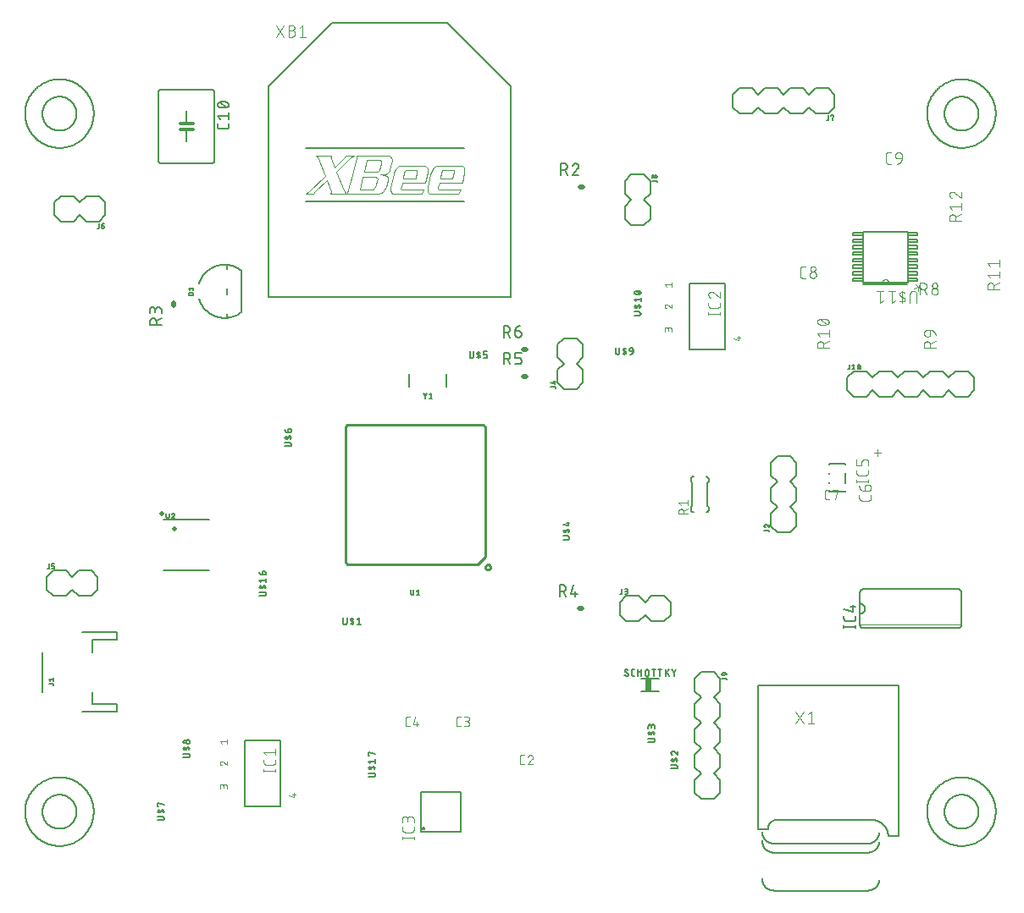
<source format=gbr>
G04 EAGLE Gerber RS-274X export*
G75*
%MOMM*%
%FSLAX34Y34*%
%LPD*%
%INSilkscreen Top*%
%IPPOS*%
%AMOC8*
5,1,8,0,0,1.08239X$1,22.5*%
G01*
%ADD10C,0.304800*%
%ADD11C,0.152400*%
%ADD12C,0.127000*%
%ADD13C,0.076200*%
%ADD14C,0.101600*%
%ADD15C,0.203200*%
%ADD16C,0.050800*%
%ADD17C,0.508000*%
%ADD18C,0.300000*%
%ADD19C,0.280000*%
%ADD20C,0.000000*%
%ADD21C,0.254000*%
%ADD22C,0.508000*%


D10*
X184150Y739648D02*
X177800Y739648D01*
X171450Y739648D01*
D11*
X177800Y739648D02*
X177800Y751840D01*
D10*
X177800Y733298D02*
X184150Y733298D01*
X177800Y733298D02*
X171450Y733298D01*
D11*
X177800Y733298D02*
X177800Y721360D01*
X203200Y773430D02*
X152400Y773430D01*
X149860Y770890D02*
X149860Y702310D01*
X152400Y699770D02*
X203200Y699770D01*
X205740Y702310D02*
X205740Y770890D01*
X205740Y702310D02*
X205738Y702210D01*
X205732Y702111D01*
X205722Y702011D01*
X205709Y701913D01*
X205691Y701814D01*
X205670Y701717D01*
X205645Y701621D01*
X205616Y701525D01*
X205583Y701431D01*
X205547Y701338D01*
X205507Y701247D01*
X205463Y701157D01*
X205416Y701069D01*
X205366Y700983D01*
X205312Y700899D01*
X205255Y700817D01*
X205195Y700738D01*
X205131Y700660D01*
X205065Y700586D01*
X204996Y700514D01*
X204924Y700445D01*
X204850Y700379D01*
X204772Y700315D01*
X204693Y700255D01*
X204611Y700198D01*
X204527Y700144D01*
X204441Y700094D01*
X204353Y700047D01*
X204263Y700003D01*
X204172Y699963D01*
X204079Y699927D01*
X203985Y699894D01*
X203889Y699865D01*
X203793Y699840D01*
X203696Y699819D01*
X203597Y699801D01*
X203499Y699788D01*
X203399Y699778D01*
X203300Y699772D01*
X203200Y699770D01*
X152400Y699770D02*
X152300Y699772D01*
X152201Y699778D01*
X152101Y699788D01*
X152003Y699801D01*
X151904Y699819D01*
X151807Y699840D01*
X151711Y699865D01*
X151615Y699894D01*
X151521Y699927D01*
X151428Y699963D01*
X151337Y700003D01*
X151247Y700047D01*
X151159Y700094D01*
X151073Y700144D01*
X150989Y700198D01*
X150907Y700255D01*
X150828Y700315D01*
X150750Y700379D01*
X150676Y700445D01*
X150604Y700514D01*
X150535Y700586D01*
X150469Y700660D01*
X150405Y700738D01*
X150345Y700817D01*
X150288Y700899D01*
X150234Y700983D01*
X150184Y701069D01*
X150137Y701157D01*
X150093Y701247D01*
X150053Y701338D01*
X150017Y701431D01*
X149984Y701525D01*
X149955Y701621D01*
X149930Y701717D01*
X149909Y701814D01*
X149891Y701913D01*
X149878Y702011D01*
X149868Y702111D01*
X149862Y702210D01*
X149860Y702310D01*
X149860Y770890D02*
X149862Y770990D01*
X149868Y771089D01*
X149878Y771189D01*
X149891Y771287D01*
X149909Y771386D01*
X149930Y771483D01*
X149955Y771579D01*
X149984Y771675D01*
X150017Y771769D01*
X150053Y771862D01*
X150093Y771953D01*
X150137Y772043D01*
X150184Y772131D01*
X150234Y772217D01*
X150288Y772301D01*
X150345Y772383D01*
X150405Y772462D01*
X150469Y772540D01*
X150535Y772614D01*
X150604Y772686D01*
X150676Y772755D01*
X150750Y772821D01*
X150828Y772885D01*
X150907Y772945D01*
X150989Y773002D01*
X151073Y773056D01*
X151159Y773106D01*
X151247Y773153D01*
X151337Y773197D01*
X151428Y773237D01*
X151521Y773273D01*
X151615Y773306D01*
X151711Y773335D01*
X151807Y773360D01*
X151904Y773381D01*
X152003Y773399D01*
X152101Y773412D01*
X152201Y773422D01*
X152300Y773428D01*
X152400Y773430D01*
X203200Y773430D02*
X203300Y773428D01*
X203399Y773422D01*
X203499Y773412D01*
X203597Y773399D01*
X203696Y773381D01*
X203793Y773360D01*
X203889Y773335D01*
X203985Y773306D01*
X204079Y773273D01*
X204172Y773237D01*
X204263Y773197D01*
X204353Y773153D01*
X204441Y773106D01*
X204527Y773056D01*
X204611Y773002D01*
X204693Y772945D01*
X204772Y772885D01*
X204850Y772821D01*
X204924Y772755D01*
X204996Y772686D01*
X205065Y772614D01*
X205131Y772540D01*
X205195Y772462D01*
X205255Y772383D01*
X205312Y772301D01*
X205366Y772217D01*
X205416Y772131D01*
X205463Y772043D01*
X205507Y771953D01*
X205547Y771862D01*
X205583Y771769D01*
X205616Y771675D01*
X205645Y771579D01*
X205670Y771483D01*
X205691Y771386D01*
X205709Y771287D01*
X205722Y771189D01*
X205732Y771089D01*
X205738Y770990D01*
X205740Y770890D01*
D12*
X220345Y739103D02*
X220345Y736563D01*
X220343Y736463D01*
X220337Y736364D01*
X220327Y736264D01*
X220314Y736166D01*
X220296Y736067D01*
X220275Y735970D01*
X220250Y735874D01*
X220221Y735778D01*
X220188Y735684D01*
X220152Y735591D01*
X220112Y735500D01*
X220068Y735410D01*
X220021Y735322D01*
X219971Y735236D01*
X219917Y735152D01*
X219860Y735070D01*
X219800Y734991D01*
X219736Y734913D01*
X219670Y734839D01*
X219601Y734767D01*
X219529Y734698D01*
X219455Y734632D01*
X219377Y734568D01*
X219298Y734508D01*
X219216Y734451D01*
X219132Y734397D01*
X219046Y734347D01*
X218958Y734300D01*
X218868Y734256D01*
X218777Y734216D01*
X218684Y734180D01*
X218590Y734147D01*
X218494Y734118D01*
X218398Y734093D01*
X218301Y734072D01*
X218202Y734054D01*
X218104Y734041D01*
X218004Y734031D01*
X217905Y734025D01*
X217805Y734023D01*
X211455Y734023D01*
X211355Y734025D01*
X211256Y734031D01*
X211156Y734041D01*
X211058Y734054D01*
X210959Y734072D01*
X210862Y734093D01*
X210766Y734118D01*
X210670Y734147D01*
X210576Y734180D01*
X210483Y734216D01*
X210392Y734256D01*
X210302Y734300D01*
X210214Y734347D01*
X210128Y734397D01*
X210044Y734451D01*
X209962Y734508D01*
X209883Y734568D01*
X209805Y734632D01*
X209731Y734698D01*
X209659Y734767D01*
X209590Y734839D01*
X209524Y734913D01*
X209460Y734991D01*
X209400Y735070D01*
X209343Y735152D01*
X209289Y735236D01*
X209239Y735322D01*
X209192Y735410D01*
X209148Y735500D01*
X209108Y735591D01*
X209072Y735684D01*
X209039Y735778D01*
X209010Y735874D01*
X208985Y735970D01*
X208964Y736067D01*
X208946Y736166D01*
X208933Y736264D01*
X208923Y736364D01*
X208917Y736463D01*
X208915Y736563D01*
X208915Y739103D01*
X211455Y743585D02*
X208915Y746760D01*
X220345Y746760D01*
X220345Y743585D02*
X220345Y749935D01*
X214630Y755015D02*
X214405Y755018D01*
X214180Y755026D01*
X213956Y755039D01*
X213732Y755058D01*
X213508Y755082D01*
X213285Y755111D01*
X213063Y755146D01*
X212842Y755186D01*
X212622Y755232D01*
X212403Y755282D01*
X212185Y755338D01*
X211968Y755399D01*
X211753Y755465D01*
X211540Y755536D01*
X211329Y755613D01*
X211119Y755694D01*
X210911Y755780D01*
X210706Y755871D01*
X210503Y755967D01*
X210415Y755999D01*
X210328Y756035D01*
X210242Y756074D01*
X210158Y756117D01*
X210076Y756163D01*
X209996Y756212D01*
X209918Y756264D01*
X209842Y756320D01*
X209768Y756378D01*
X209697Y756440D01*
X209628Y756504D01*
X209562Y756571D01*
X209499Y756640D01*
X209438Y756712D01*
X209380Y756786D01*
X209326Y756863D01*
X209274Y756941D01*
X209226Y757022D01*
X209181Y757104D01*
X209139Y757189D01*
X209101Y757275D01*
X209066Y757362D01*
X209034Y757450D01*
X209007Y757540D01*
X208982Y757631D01*
X208962Y757723D01*
X208945Y757815D01*
X208932Y757909D01*
X208923Y758002D01*
X208917Y758096D01*
X208915Y758190D01*
X208917Y758284D01*
X208923Y758378D01*
X208932Y758471D01*
X208945Y758565D01*
X208962Y758657D01*
X208982Y758749D01*
X209007Y758840D01*
X209034Y758930D01*
X209066Y759018D01*
X209101Y759105D01*
X209139Y759191D01*
X209181Y759276D01*
X209226Y759358D01*
X209274Y759439D01*
X209326Y759517D01*
X209380Y759594D01*
X209438Y759668D01*
X209499Y759740D01*
X209562Y759809D01*
X209628Y759876D01*
X209697Y759940D01*
X209768Y760002D01*
X209842Y760060D01*
X209918Y760116D01*
X209996Y760168D01*
X210076Y760217D01*
X210158Y760263D01*
X210242Y760306D01*
X210328Y760345D01*
X210415Y760381D01*
X210503Y760413D01*
X210706Y760509D01*
X210911Y760600D01*
X211119Y760686D01*
X211329Y760767D01*
X211540Y760844D01*
X211753Y760915D01*
X211968Y760981D01*
X212185Y761042D01*
X212403Y761098D01*
X212622Y761148D01*
X212842Y761194D01*
X213063Y761234D01*
X213285Y761269D01*
X213508Y761298D01*
X213732Y761322D01*
X213956Y761341D01*
X214180Y761354D01*
X214405Y761362D01*
X214630Y761365D01*
X214630Y755015D02*
X214855Y755018D01*
X215080Y755026D01*
X215304Y755039D01*
X215528Y755058D01*
X215752Y755082D01*
X215975Y755111D01*
X216197Y755146D01*
X216418Y755186D01*
X216638Y755232D01*
X216857Y755282D01*
X217075Y755338D01*
X217292Y755399D01*
X217507Y755465D01*
X217720Y755536D01*
X217931Y755613D01*
X218141Y755694D01*
X218349Y755780D01*
X218554Y755871D01*
X218757Y755967D01*
X218758Y755967D02*
X218846Y755999D01*
X218933Y756035D01*
X219019Y756074D01*
X219103Y756117D01*
X219185Y756163D01*
X219265Y756212D01*
X219343Y756264D01*
X219419Y756320D01*
X219493Y756378D01*
X219564Y756440D01*
X219633Y756504D01*
X219699Y756571D01*
X219762Y756640D01*
X219823Y756712D01*
X219881Y756786D01*
X219935Y756863D01*
X219987Y756941D01*
X220035Y757022D01*
X220080Y757104D01*
X220122Y757189D01*
X220160Y757275D01*
X220195Y757362D01*
X220227Y757450D01*
X220254Y757540D01*
X220279Y757631D01*
X220299Y757723D01*
X220316Y757815D01*
X220329Y757909D01*
X220338Y758002D01*
X220344Y758096D01*
X220346Y758190D01*
X218757Y760413D02*
X218554Y760509D01*
X218349Y760600D01*
X218141Y760686D01*
X217931Y760767D01*
X217720Y760844D01*
X217507Y760915D01*
X217292Y760981D01*
X217075Y761042D01*
X216857Y761098D01*
X216638Y761148D01*
X216418Y761194D01*
X216197Y761234D01*
X215975Y761269D01*
X215752Y761298D01*
X215528Y761322D01*
X215304Y761341D01*
X215080Y761354D01*
X214855Y761362D01*
X214630Y761365D01*
X218758Y760413D02*
X218846Y760381D01*
X218933Y760345D01*
X219019Y760306D01*
X219103Y760263D01*
X219185Y760217D01*
X219265Y760168D01*
X219343Y760116D01*
X219419Y760060D01*
X219493Y760002D01*
X219564Y759940D01*
X219633Y759876D01*
X219699Y759809D01*
X219762Y759740D01*
X219823Y759668D01*
X219881Y759594D01*
X219935Y759517D01*
X219987Y759439D01*
X220035Y759358D01*
X220080Y759276D01*
X220122Y759191D01*
X220160Y759105D01*
X220195Y759018D01*
X220227Y758930D01*
X220254Y758840D01*
X220279Y758749D01*
X220299Y758657D01*
X220316Y758565D01*
X220329Y758471D01*
X220338Y758378D01*
X220344Y758284D01*
X220346Y758190D01*
X217805Y755650D02*
X211455Y760730D01*
D13*
X513169Y98031D02*
X515258Y98031D01*
X513169Y98031D02*
X513080Y98033D01*
X512992Y98039D01*
X512904Y98048D01*
X512816Y98061D01*
X512729Y98078D01*
X512643Y98098D01*
X512558Y98123D01*
X512473Y98150D01*
X512390Y98182D01*
X512309Y98216D01*
X512229Y98255D01*
X512151Y98296D01*
X512074Y98341D01*
X512000Y98389D01*
X511927Y98440D01*
X511857Y98494D01*
X511790Y98552D01*
X511724Y98612D01*
X511662Y98674D01*
X511602Y98740D01*
X511544Y98807D01*
X511490Y98877D01*
X511439Y98950D01*
X511391Y99024D01*
X511346Y99101D01*
X511305Y99179D01*
X511266Y99259D01*
X511232Y99340D01*
X511200Y99423D01*
X511173Y99508D01*
X511148Y99593D01*
X511128Y99679D01*
X511111Y99766D01*
X511098Y99854D01*
X511089Y99942D01*
X511083Y100030D01*
X511081Y100119D01*
X511081Y105341D01*
X511083Y105432D01*
X511089Y105523D01*
X511099Y105614D01*
X511113Y105704D01*
X511130Y105793D01*
X511152Y105881D01*
X511178Y105969D01*
X511207Y106055D01*
X511240Y106140D01*
X511277Y106223D01*
X511317Y106305D01*
X511361Y106385D01*
X511408Y106463D01*
X511459Y106539D01*
X511512Y106612D01*
X511569Y106683D01*
X511630Y106752D01*
X511693Y106817D01*
X511758Y106880D01*
X511827Y106940D01*
X511898Y106998D01*
X511971Y107051D01*
X512047Y107102D01*
X512125Y107149D01*
X512205Y107193D01*
X512287Y107233D01*
X512370Y107270D01*
X512455Y107303D01*
X512541Y107332D01*
X512629Y107358D01*
X512717Y107380D01*
X512806Y107397D01*
X512896Y107411D01*
X512987Y107421D01*
X513078Y107427D01*
X513169Y107429D01*
X515258Y107429D01*
X521598Y107430D02*
X521693Y107428D01*
X521787Y107422D01*
X521881Y107413D01*
X521975Y107400D01*
X522068Y107383D01*
X522160Y107362D01*
X522252Y107337D01*
X522342Y107309D01*
X522431Y107277D01*
X522519Y107242D01*
X522605Y107203D01*
X522690Y107161D01*
X522773Y107115D01*
X522854Y107066D01*
X522933Y107014D01*
X523010Y106959D01*
X523084Y106900D01*
X523156Y106839D01*
X523226Y106775D01*
X523293Y106708D01*
X523357Y106638D01*
X523418Y106566D01*
X523477Y106492D01*
X523532Y106415D01*
X523584Y106336D01*
X523633Y106255D01*
X523679Y106172D01*
X523721Y106087D01*
X523760Y106001D01*
X523795Y105913D01*
X523827Y105824D01*
X523855Y105734D01*
X523880Y105642D01*
X523901Y105550D01*
X523918Y105457D01*
X523931Y105363D01*
X523940Y105269D01*
X523946Y105175D01*
X523948Y105080D01*
X521598Y107429D02*
X521490Y107427D01*
X521381Y107421D01*
X521273Y107411D01*
X521166Y107398D01*
X521059Y107380D01*
X520952Y107359D01*
X520847Y107334D01*
X520742Y107305D01*
X520639Y107273D01*
X520537Y107236D01*
X520436Y107196D01*
X520337Y107153D01*
X520239Y107106D01*
X520143Y107055D01*
X520049Y107001D01*
X519957Y106944D01*
X519867Y106883D01*
X519779Y106819D01*
X519694Y106753D01*
X519611Y106683D01*
X519531Y106610D01*
X519453Y106534D01*
X519378Y106456D01*
X519306Y106375D01*
X519237Y106291D01*
X519171Y106205D01*
X519108Y106117D01*
X519049Y106026D01*
X518992Y105934D01*
X518939Y105839D01*
X518890Y105743D01*
X518844Y105644D01*
X518801Y105545D01*
X518762Y105443D01*
X518727Y105341D01*
X523165Y103252D02*
X523234Y103321D01*
X523300Y103392D01*
X523364Y103465D01*
X523425Y103541D01*
X523483Y103620D01*
X523537Y103700D01*
X523589Y103783D01*
X523637Y103867D01*
X523683Y103953D01*
X523724Y104041D01*
X523763Y104131D01*
X523798Y104222D01*
X523829Y104314D01*
X523857Y104407D01*
X523881Y104501D01*
X523901Y104596D01*
X523918Y104692D01*
X523931Y104789D01*
X523940Y104886D01*
X523946Y104983D01*
X523948Y105080D01*
X523165Y103252D02*
X518727Y98031D01*
X523948Y98031D01*
X451758Y136131D02*
X449669Y136131D01*
X449580Y136133D01*
X449492Y136139D01*
X449404Y136148D01*
X449316Y136161D01*
X449229Y136178D01*
X449143Y136198D01*
X449058Y136223D01*
X448973Y136250D01*
X448890Y136282D01*
X448809Y136316D01*
X448729Y136355D01*
X448651Y136396D01*
X448574Y136441D01*
X448500Y136489D01*
X448427Y136540D01*
X448357Y136594D01*
X448290Y136652D01*
X448224Y136712D01*
X448162Y136774D01*
X448102Y136840D01*
X448044Y136907D01*
X447990Y136977D01*
X447939Y137050D01*
X447891Y137124D01*
X447846Y137201D01*
X447805Y137279D01*
X447766Y137359D01*
X447732Y137440D01*
X447700Y137523D01*
X447673Y137608D01*
X447648Y137693D01*
X447628Y137779D01*
X447611Y137866D01*
X447598Y137954D01*
X447589Y138042D01*
X447583Y138130D01*
X447581Y138219D01*
X447581Y143441D01*
X447583Y143532D01*
X447589Y143623D01*
X447599Y143714D01*
X447613Y143804D01*
X447630Y143893D01*
X447652Y143981D01*
X447678Y144069D01*
X447707Y144155D01*
X447740Y144240D01*
X447777Y144323D01*
X447817Y144405D01*
X447861Y144485D01*
X447908Y144563D01*
X447959Y144639D01*
X448012Y144712D01*
X448069Y144783D01*
X448130Y144852D01*
X448193Y144917D01*
X448258Y144980D01*
X448327Y145040D01*
X448398Y145098D01*
X448471Y145151D01*
X448547Y145202D01*
X448625Y145249D01*
X448705Y145293D01*
X448787Y145333D01*
X448870Y145370D01*
X448955Y145403D01*
X449041Y145432D01*
X449129Y145458D01*
X449217Y145480D01*
X449306Y145497D01*
X449396Y145511D01*
X449487Y145521D01*
X449578Y145527D01*
X449669Y145529D01*
X451758Y145529D01*
X455227Y136131D02*
X457837Y136131D01*
X457938Y136133D01*
X458039Y136139D01*
X458140Y136149D01*
X458240Y136162D01*
X458340Y136180D01*
X458439Y136201D01*
X458537Y136227D01*
X458634Y136256D01*
X458730Y136288D01*
X458824Y136325D01*
X458917Y136365D01*
X459009Y136409D01*
X459098Y136456D01*
X459186Y136507D01*
X459272Y136561D01*
X459355Y136618D01*
X459437Y136678D01*
X459515Y136742D01*
X459592Y136808D01*
X459665Y136878D01*
X459736Y136950D01*
X459804Y137025D01*
X459869Y137103D01*
X459931Y137183D01*
X459990Y137265D01*
X460046Y137350D01*
X460098Y137436D01*
X460147Y137525D01*
X460193Y137616D01*
X460234Y137708D01*
X460273Y137802D01*
X460307Y137897D01*
X460338Y137993D01*
X460365Y138091D01*
X460389Y138189D01*
X460408Y138289D01*
X460424Y138389D01*
X460436Y138489D01*
X460444Y138590D01*
X460448Y138691D01*
X460448Y138793D01*
X460444Y138894D01*
X460436Y138995D01*
X460424Y139095D01*
X460408Y139195D01*
X460389Y139295D01*
X460365Y139393D01*
X460338Y139491D01*
X460307Y139587D01*
X460273Y139682D01*
X460234Y139776D01*
X460193Y139868D01*
X460147Y139959D01*
X460098Y140047D01*
X460046Y140134D01*
X459990Y140219D01*
X459931Y140301D01*
X459869Y140381D01*
X459804Y140459D01*
X459736Y140534D01*
X459665Y140606D01*
X459592Y140676D01*
X459515Y140742D01*
X459437Y140806D01*
X459355Y140866D01*
X459272Y140923D01*
X459186Y140977D01*
X459098Y141028D01*
X459009Y141075D01*
X458917Y141119D01*
X458824Y141159D01*
X458730Y141196D01*
X458634Y141228D01*
X458537Y141257D01*
X458439Y141283D01*
X458340Y141304D01*
X458240Y141322D01*
X458140Y141335D01*
X458039Y141345D01*
X457938Y141351D01*
X457837Y141353D01*
X458359Y145529D02*
X455227Y145529D01*
X458359Y145529D02*
X458449Y145527D01*
X458538Y145521D01*
X458628Y145512D01*
X458717Y145498D01*
X458805Y145481D01*
X458892Y145460D01*
X458979Y145435D01*
X459064Y145406D01*
X459148Y145374D01*
X459230Y145339D01*
X459311Y145299D01*
X459390Y145257D01*
X459467Y145211D01*
X459542Y145161D01*
X459615Y145109D01*
X459686Y145053D01*
X459754Y144995D01*
X459819Y144933D01*
X459882Y144869D01*
X459942Y144802D01*
X459999Y144733D01*
X460053Y144661D01*
X460104Y144587D01*
X460152Y144511D01*
X460196Y144433D01*
X460237Y144353D01*
X460275Y144271D01*
X460309Y144188D01*
X460339Y144103D01*
X460366Y144017D01*
X460389Y143931D01*
X460408Y143843D01*
X460423Y143754D01*
X460435Y143665D01*
X460443Y143576D01*
X460447Y143486D01*
X460447Y143396D01*
X460443Y143306D01*
X460435Y143217D01*
X460423Y143128D01*
X460408Y143039D01*
X460389Y142951D01*
X460366Y142865D01*
X460339Y142779D01*
X460309Y142694D01*
X460275Y142611D01*
X460237Y142529D01*
X460196Y142449D01*
X460152Y142371D01*
X460104Y142295D01*
X460053Y142221D01*
X459999Y142149D01*
X459942Y142080D01*
X459882Y142013D01*
X459819Y141949D01*
X459754Y141887D01*
X459686Y141829D01*
X459615Y141773D01*
X459542Y141721D01*
X459467Y141671D01*
X459390Y141625D01*
X459311Y141583D01*
X459230Y141543D01*
X459148Y141508D01*
X459064Y141476D01*
X458979Y141447D01*
X458892Y141422D01*
X458805Y141401D01*
X458717Y141384D01*
X458628Y141370D01*
X458538Y141361D01*
X458449Y141355D01*
X458359Y141353D01*
X458359Y141352D02*
X456271Y141352D01*
X400958Y136131D02*
X398869Y136131D01*
X398780Y136133D01*
X398692Y136139D01*
X398604Y136148D01*
X398516Y136161D01*
X398429Y136178D01*
X398343Y136198D01*
X398258Y136223D01*
X398173Y136250D01*
X398090Y136282D01*
X398009Y136316D01*
X397929Y136355D01*
X397851Y136396D01*
X397774Y136441D01*
X397700Y136489D01*
X397627Y136540D01*
X397557Y136594D01*
X397490Y136652D01*
X397424Y136712D01*
X397362Y136774D01*
X397302Y136840D01*
X397244Y136907D01*
X397190Y136977D01*
X397139Y137050D01*
X397091Y137124D01*
X397046Y137201D01*
X397005Y137279D01*
X396966Y137359D01*
X396932Y137440D01*
X396900Y137523D01*
X396873Y137608D01*
X396848Y137693D01*
X396828Y137779D01*
X396811Y137866D01*
X396798Y137954D01*
X396789Y138042D01*
X396783Y138130D01*
X396781Y138219D01*
X396781Y143441D01*
X396783Y143532D01*
X396789Y143623D01*
X396799Y143714D01*
X396813Y143804D01*
X396830Y143893D01*
X396852Y143981D01*
X396878Y144069D01*
X396907Y144155D01*
X396940Y144240D01*
X396977Y144323D01*
X397017Y144405D01*
X397061Y144485D01*
X397108Y144563D01*
X397159Y144639D01*
X397212Y144712D01*
X397269Y144783D01*
X397330Y144852D01*
X397393Y144917D01*
X397458Y144980D01*
X397527Y145040D01*
X397598Y145098D01*
X397671Y145151D01*
X397747Y145202D01*
X397825Y145249D01*
X397905Y145293D01*
X397987Y145333D01*
X398070Y145370D01*
X398155Y145403D01*
X398241Y145432D01*
X398329Y145458D01*
X398417Y145480D01*
X398506Y145497D01*
X398596Y145511D01*
X398687Y145521D01*
X398778Y145527D01*
X398869Y145529D01*
X400958Y145529D01*
X406515Y145529D02*
X404427Y138219D01*
X409648Y138219D01*
X408081Y136131D02*
X408081Y140308D01*
X868454Y406781D02*
X868454Y413046D01*
X865322Y409914D02*
X871587Y409914D01*
D14*
X861982Y367201D02*
X861982Y364604D01*
X861980Y364505D01*
X861974Y364405D01*
X861965Y364306D01*
X861952Y364208D01*
X861935Y364110D01*
X861914Y364012D01*
X861889Y363916D01*
X861861Y363821D01*
X861829Y363727D01*
X861794Y363634D01*
X861755Y363542D01*
X861712Y363452D01*
X861667Y363364D01*
X861617Y363277D01*
X861565Y363193D01*
X861509Y363110D01*
X861451Y363030D01*
X861389Y362952D01*
X861324Y362877D01*
X861256Y362804D01*
X861186Y362734D01*
X861113Y362666D01*
X861038Y362601D01*
X860960Y362539D01*
X860880Y362481D01*
X860797Y362425D01*
X860713Y362373D01*
X860626Y362323D01*
X860538Y362278D01*
X860448Y362235D01*
X860356Y362196D01*
X860263Y362161D01*
X860169Y362129D01*
X860074Y362101D01*
X859978Y362076D01*
X859880Y362055D01*
X859782Y362038D01*
X859684Y362025D01*
X859585Y362016D01*
X859485Y362010D01*
X859386Y362008D01*
X852894Y362008D01*
X852795Y362010D01*
X852695Y362016D01*
X852596Y362025D01*
X852498Y362038D01*
X852400Y362056D01*
X852302Y362076D01*
X852206Y362101D01*
X852110Y362129D01*
X852016Y362161D01*
X851923Y362196D01*
X851832Y362235D01*
X851742Y362278D01*
X851653Y362323D01*
X851567Y362373D01*
X851482Y362425D01*
X851400Y362481D01*
X851320Y362540D01*
X851242Y362601D01*
X851166Y362666D01*
X851093Y362734D01*
X851023Y362804D01*
X850955Y362877D01*
X850890Y362953D01*
X850829Y363031D01*
X850770Y363111D01*
X850714Y363193D01*
X850662Y363278D01*
X850613Y363364D01*
X850567Y363453D01*
X850524Y363543D01*
X850485Y363634D01*
X850450Y363727D01*
X850418Y363821D01*
X850390Y363917D01*
X850365Y364013D01*
X850345Y364111D01*
X850327Y364209D01*
X850314Y364307D01*
X850305Y364406D01*
X850299Y364505D01*
X850297Y364605D01*
X850298Y364604D02*
X850298Y367201D01*
X855491Y371566D02*
X855491Y375461D01*
X855493Y375560D01*
X855499Y375660D01*
X855508Y375759D01*
X855521Y375857D01*
X855538Y375955D01*
X855559Y376053D01*
X855584Y376149D01*
X855612Y376244D01*
X855644Y376338D01*
X855679Y376431D01*
X855718Y376523D01*
X855761Y376613D01*
X855806Y376701D01*
X855856Y376788D01*
X855908Y376872D01*
X855964Y376955D01*
X856022Y377035D01*
X856084Y377113D01*
X856149Y377188D01*
X856217Y377261D01*
X856287Y377331D01*
X856360Y377399D01*
X856435Y377464D01*
X856513Y377526D01*
X856593Y377584D01*
X856676Y377640D01*
X856760Y377692D01*
X856847Y377742D01*
X856935Y377787D01*
X857025Y377830D01*
X857117Y377869D01*
X857210Y377904D01*
X857304Y377936D01*
X857399Y377964D01*
X857495Y377989D01*
X857593Y378010D01*
X857691Y378027D01*
X857789Y378040D01*
X857888Y378049D01*
X857988Y378055D01*
X858087Y378057D01*
X858736Y378057D01*
X858736Y378058D02*
X858849Y378056D01*
X858962Y378050D01*
X859075Y378040D01*
X859188Y378026D01*
X859300Y378009D01*
X859411Y377987D01*
X859521Y377962D01*
X859631Y377932D01*
X859739Y377899D01*
X859846Y377862D01*
X859952Y377822D01*
X860056Y377777D01*
X860159Y377729D01*
X860260Y377678D01*
X860359Y377623D01*
X860456Y377565D01*
X860551Y377503D01*
X860644Y377438D01*
X860734Y377370D01*
X860822Y377299D01*
X860908Y377224D01*
X860991Y377147D01*
X861071Y377067D01*
X861148Y376984D01*
X861223Y376898D01*
X861294Y376810D01*
X861362Y376720D01*
X861427Y376627D01*
X861489Y376532D01*
X861547Y376435D01*
X861602Y376336D01*
X861653Y376235D01*
X861701Y376132D01*
X861746Y376028D01*
X861786Y375922D01*
X861823Y375815D01*
X861856Y375707D01*
X861886Y375597D01*
X861911Y375487D01*
X861933Y375376D01*
X861950Y375264D01*
X861964Y375151D01*
X861974Y375038D01*
X861980Y374925D01*
X861982Y374812D01*
X861980Y374699D01*
X861974Y374586D01*
X861964Y374473D01*
X861950Y374360D01*
X861933Y374248D01*
X861911Y374137D01*
X861886Y374027D01*
X861856Y373917D01*
X861823Y373809D01*
X861786Y373702D01*
X861746Y373596D01*
X861701Y373492D01*
X861653Y373389D01*
X861602Y373288D01*
X861547Y373189D01*
X861489Y373092D01*
X861427Y372997D01*
X861362Y372904D01*
X861294Y372814D01*
X861223Y372726D01*
X861148Y372640D01*
X861071Y372557D01*
X860991Y372477D01*
X860908Y372400D01*
X860822Y372325D01*
X860734Y372254D01*
X860644Y372186D01*
X860551Y372121D01*
X860456Y372059D01*
X860359Y372001D01*
X860260Y371946D01*
X860159Y371895D01*
X860056Y371847D01*
X859952Y371802D01*
X859846Y371762D01*
X859739Y371725D01*
X859631Y371692D01*
X859521Y371662D01*
X859411Y371637D01*
X859300Y371615D01*
X859188Y371598D01*
X859075Y371584D01*
X858962Y371574D01*
X858849Y371568D01*
X858736Y371566D01*
X855491Y371566D01*
X855348Y371568D01*
X855205Y371574D01*
X855062Y371584D01*
X854920Y371598D01*
X854778Y371615D01*
X854636Y371637D01*
X854495Y371662D01*
X854355Y371692D01*
X854216Y371725D01*
X854078Y371762D01*
X853941Y371803D01*
X853805Y371847D01*
X853670Y371896D01*
X853537Y371948D01*
X853405Y372003D01*
X853275Y372063D01*
X853146Y372126D01*
X853019Y372192D01*
X852895Y372262D01*
X852772Y372335D01*
X852651Y372412D01*
X852532Y372491D01*
X852416Y372575D01*
X852301Y372661D01*
X852190Y372750D01*
X852081Y372843D01*
X851974Y372938D01*
X851870Y373037D01*
X851769Y373138D01*
X851670Y373242D01*
X851575Y373348D01*
X851482Y373458D01*
X851393Y373569D01*
X851307Y373683D01*
X851224Y373800D01*
X851144Y373919D01*
X851067Y374040D01*
X850994Y374162D01*
X850924Y374287D01*
X850858Y374414D01*
X850795Y374543D01*
X850735Y374673D01*
X850680Y374805D01*
X850628Y374938D01*
X850579Y375073D01*
X850535Y375209D01*
X850494Y375346D01*
X850457Y375484D01*
X850424Y375623D01*
X850394Y375763D01*
X850369Y375904D01*
X850347Y376046D01*
X850330Y376188D01*
X850316Y376330D01*
X850306Y376473D01*
X850300Y376616D01*
X850298Y376759D01*
D13*
X820058Y363461D02*
X817969Y363461D01*
X817880Y363463D01*
X817792Y363469D01*
X817704Y363478D01*
X817616Y363491D01*
X817529Y363508D01*
X817443Y363528D01*
X817358Y363553D01*
X817273Y363580D01*
X817190Y363612D01*
X817109Y363646D01*
X817029Y363685D01*
X816951Y363726D01*
X816874Y363771D01*
X816800Y363819D01*
X816727Y363870D01*
X816657Y363924D01*
X816590Y363982D01*
X816524Y364042D01*
X816462Y364104D01*
X816402Y364170D01*
X816344Y364237D01*
X816290Y364307D01*
X816239Y364380D01*
X816191Y364454D01*
X816146Y364531D01*
X816105Y364609D01*
X816066Y364689D01*
X816032Y364770D01*
X816000Y364853D01*
X815973Y364938D01*
X815948Y365023D01*
X815928Y365109D01*
X815911Y365196D01*
X815898Y365284D01*
X815889Y365372D01*
X815883Y365460D01*
X815881Y365549D01*
X815881Y370771D01*
X815883Y370862D01*
X815889Y370953D01*
X815899Y371044D01*
X815913Y371134D01*
X815930Y371223D01*
X815952Y371311D01*
X815978Y371399D01*
X816007Y371485D01*
X816040Y371570D01*
X816077Y371653D01*
X816117Y371735D01*
X816161Y371815D01*
X816208Y371893D01*
X816259Y371969D01*
X816312Y372042D01*
X816369Y372113D01*
X816430Y372182D01*
X816493Y372247D01*
X816558Y372310D01*
X816627Y372370D01*
X816698Y372428D01*
X816771Y372481D01*
X816847Y372532D01*
X816925Y372579D01*
X817005Y372623D01*
X817087Y372663D01*
X817170Y372700D01*
X817255Y372733D01*
X817341Y372762D01*
X817429Y372788D01*
X817517Y372810D01*
X817606Y372827D01*
X817696Y372841D01*
X817787Y372851D01*
X817878Y372857D01*
X817969Y372859D01*
X820058Y372859D01*
X823527Y372859D02*
X823527Y371815D01*
X823527Y372859D02*
X828748Y372859D01*
X826137Y363461D01*
D14*
X796356Y584708D02*
X793759Y584708D01*
X793660Y584710D01*
X793560Y584716D01*
X793461Y584725D01*
X793363Y584738D01*
X793265Y584755D01*
X793167Y584776D01*
X793071Y584801D01*
X792976Y584829D01*
X792882Y584861D01*
X792789Y584896D01*
X792697Y584935D01*
X792607Y584978D01*
X792519Y585023D01*
X792432Y585073D01*
X792348Y585125D01*
X792265Y585181D01*
X792185Y585239D01*
X792107Y585301D01*
X792032Y585366D01*
X791959Y585434D01*
X791889Y585504D01*
X791821Y585577D01*
X791756Y585652D01*
X791694Y585730D01*
X791636Y585810D01*
X791580Y585893D01*
X791528Y585977D01*
X791478Y586064D01*
X791433Y586152D01*
X791390Y586242D01*
X791351Y586334D01*
X791316Y586427D01*
X791284Y586521D01*
X791256Y586616D01*
X791231Y586712D01*
X791210Y586810D01*
X791193Y586908D01*
X791180Y587006D01*
X791171Y587105D01*
X791165Y587205D01*
X791163Y587304D01*
X791163Y593796D01*
X791165Y593895D01*
X791171Y593995D01*
X791180Y594094D01*
X791193Y594192D01*
X791210Y594290D01*
X791231Y594388D01*
X791256Y594484D01*
X791284Y594579D01*
X791316Y594673D01*
X791351Y594766D01*
X791390Y594858D01*
X791433Y594948D01*
X791478Y595036D01*
X791528Y595123D01*
X791580Y595207D01*
X791636Y595290D01*
X791694Y595370D01*
X791756Y595448D01*
X791821Y595523D01*
X791889Y595596D01*
X791959Y595666D01*
X792032Y595734D01*
X792107Y595799D01*
X792185Y595861D01*
X792265Y595919D01*
X792348Y595975D01*
X792432Y596027D01*
X792519Y596077D01*
X792607Y596122D01*
X792697Y596165D01*
X792789Y596204D01*
X792881Y596239D01*
X792976Y596271D01*
X793071Y596299D01*
X793167Y596324D01*
X793265Y596345D01*
X793363Y596362D01*
X793461Y596375D01*
X793560Y596384D01*
X793660Y596390D01*
X793759Y596392D01*
X796356Y596392D01*
X800720Y587954D02*
X800722Y588067D01*
X800728Y588180D01*
X800738Y588293D01*
X800752Y588406D01*
X800769Y588518D01*
X800791Y588629D01*
X800816Y588739D01*
X800846Y588849D01*
X800879Y588957D01*
X800916Y589064D01*
X800956Y589170D01*
X801001Y589274D01*
X801049Y589377D01*
X801100Y589478D01*
X801155Y589577D01*
X801213Y589674D01*
X801275Y589769D01*
X801340Y589862D01*
X801408Y589952D01*
X801479Y590040D01*
X801554Y590126D01*
X801631Y590209D01*
X801711Y590289D01*
X801794Y590366D01*
X801880Y590441D01*
X801968Y590512D01*
X802058Y590580D01*
X802151Y590645D01*
X802246Y590707D01*
X802343Y590765D01*
X802442Y590820D01*
X802543Y590871D01*
X802646Y590919D01*
X802750Y590964D01*
X802856Y591004D01*
X802963Y591041D01*
X803071Y591074D01*
X803181Y591104D01*
X803291Y591129D01*
X803402Y591151D01*
X803514Y591168D01*
X803627Y591182D01*
X803740Y591192D01*
X803853Y591198D01*
X803966Y591200D01*
X804079Y591198D01*
X804192Y591192D01*
X804305Y591182D01*
X804418Y591168D01*
X804530Y591151D01*
X804641Y591129D01*
X804751Y591104D01*
X804861Y591074D01*
X804969Y591041D01*
X805076Y591004D01*
X805182Y590964D01*
X805286Y590919D01*
X805389Y590871D01*
X805490Y590820D01*
X805589Y590765D01*
X805686Y590707D01*
X805781Y590645D01*
X805874Y590580D01*
X805964Y590512D01*
X806052Y590441D01*
X806138Y590366D01*
X806221Y590289D01*
X806301Y590209D01*
X806378Y590126D01*
X806453Y590040D01*
X806524Y589952D01*
X806592Y589862D01*
X806657Y589769D01*
X806719Y589674D01*
X806777Y589577D01*
X806832Y589478D01*
X806883Y589377D01*
X806931Y589274D01*
X806976Y589170D01*
X807016Y589064D01*
X807053Y588957D01*
X807086Y588849D01*
X807116Y588739D01*
X807141Y588629D01*
X807163Y588518D01*
X807180Y588406D01*
X807194Y588293D01*
X807204Y588180D01*
X807210Y588067D01*
X807212Y587954D01*
X807210Y587841D01*
X807204Y587728D01*
X807194Y587615D01*
X807180Y587502D01*
X807163Y587390D01*
X807141Y587279D01*
X807116Y587169D01*
X807086Y587059D01*
X807053Y586951D01*
X807016Y586844D01*
X806976Y586738D01*
X806931Y586634D01*
X806883Y586531D01*
X806832Y586430D01*
X806777Y586331D01*
X806719Y586234D01*
X806657Y586139D01*
X806592Y586046D01*
X806524Y585956D01*
X806453Y585868D01*
X806378Y585782D01*
X806301Y585699D01*
X806221Y585619D01*
X806138Y585542D01*
X806052Y585467D01*
X805964Y585396D01*
X805874Y585328D01*
X805781Y585263D01*
X805686Y585201D01*
X805589Y585143D01*
X805490Y585088D01*
X805389Y585037D01*
X805286Y584989D01*
X805182Y584944D01*
X805076Y584904D01*
X804969Y584867D01*
X804861Y584834D01*
X804751Y584804D01*
X804641Y584779D01*
X804530Y584757D01*
X804418Y584740D01*
X804305Y584726D01*
X804192Y584716D01*
X804079Y584710D01*
X803966Y584708D01*
X803853Y584710D01*
X803740Y584716D01*
X803627Y584726D01*
X803514Y584740D01*
X803402Y584757D01*
X803291Y584779D01*
X803181Y584804D01*
X803071Y584834D01*
X802963Y584867D01*
X802856Y584904D01*
X802750Y584944D01*
X802646Y584989D01*
X802543Y585037D01*
X802442Y585088D01*
X802343Y585143D01*
X802246Y585201D01*
X802151Y585263D01*
X802058Y585328D01*
X801968Y585396D01*
X801880Y585467D01*
X801794Y585542D01*
X801711Y585619D01*
X801631Y585699D01*
X801554Y585782D01*
X801479Y585868D01*
X801408Y585956D01*
X801340Y586046D01*
X801275Y586139D01*
X801213Y586234D01*
X801155Y586331D01*
X801100Y586430D01*
X801049Y586531D01*
X801001Y586634D01*
X800956Y586738D01*
X800916Y586844D01*
X800879Y586951D01*
X800846Y587059D01*
X800816Y587169D01*
X800791Y587279D01*
X800769Y587390D01*
X800752Y587502D01*
X800738Y587615D01*
X800728Y587728D01*
X800722Y587841D01*
X800720Y587954D01*
X801370Y593796D02*
X801372Y593897D01*
X801378Y593997D01*
X801388Y594097D01*
X801401Y594197D01*
X801419Y594296D01*
X801440Y594395D01*
X801465Y594492D01*
X801494Y594589D01*
X801527Y594684D01*
X801563Y594778D01*
X801603Y594870D01*
X801646Y594961D01*
X801693Y595050D01*
X801743Y595137D01*
X801797Y595223D01*
X801854Y595306D01*
X801914Y595386D01*
X801977Y595465D01*
X802044Y595541D01*
X802113Y595614D01*
X802185Y595684D01*
X802259Y595752D01*
X802336Y595817D01*
X802416Y595878D01*
X802498Y595937D01*
X802582Y595992D01*
X802668Y596044D01*
X802756Y596093D01*
X802846Y596138D01*
X802938Y596180D01*
X803031Y596218D01*
X803126Y596252D01*
X803221Y596283D01*
X803318Y596310D01*
X803416Y596333D01*
X803515Y596353D01*
X803615Y596368D01*
X803715Y596380D01*
X803815Y596388D01*
X803916Y596392D01*
X804016Y596392D01*
X804117Y596388D01*
X804217Y596380D01*
X804317Y596368D01*
X804417Y596353D01*
X804516Y596333D01*
X804614Y596310D01*
X804711Y596283D01*
X804806Y596252D01*
X804901Y596218D01*
X804994Y596180D01*
X805086Y596138D01*
X805176Y596093D01*
X805264Y596044D01*
X805350Y595992D01*
X805434Y595937D01*
X805516Y595878D01*
X805596Y595817D01*
X805673Y595752D01*
X805747Y595684D01*
X805819Y595614D01*
X805888Y595541D01*
X805955Y595465D01*
X806018Y595386D01*
X806078Y595306D01*
X806135Y595223D01*
X806189Y595137D01*
X806239Y595050D01*
X806286Y594961D01*
X806329Y594870D01*
X806369Y594778D01*
X806405Y594684D01*
X806438Y594589D01*
X806467Y594492D01*
X806492Y594395D01*
X806513Y594296D01*
X806531Y594197D01*
X806544Y594097D01*
X806554Y593997D01*
X806560Y593897D01*
X806562Y593796D01*
X806560Y593695D01*
X806554Y593595D01*
X806544Y593495D01*
X806531Y593395D01*
X806513Y593296D01*
X806492Y593197D01*
X806467Y593100D01*
X806438Y593003D01*
X806405Y592908D01*
X806369Y592814D01*
X806329Y592722D01*
X806286Y592631D01*
X806239Y592542D01*
X806189Y592455D01*
X806135Y592369D01*
X806078Y592286D01*
X806018Y592206D01*
X805955Y592127D01*
X805888Y592051D01*
X805819Y591978D01*
X805747Y591908D01*
X805673Y591840D01*
X805596Y591775D01*
X805516Y591714D01*
X805434Y591655D01*
X805350Y591600D01*
X805264Y591548D01*
X805176Y591499D01*
X805086Y591454D01*
X804994Y591412D01*
X804901Y591374D01*
X804806Y591340D01*
X804711Y591309D01*
X804614Y591282D01*
X804516Y591259D01*
X804417Y591239D01*
X804317Y591224D01*
X804217Y591212D01*
X804117Y591204D01*
X804016Y591200D01*
X803916Y591200D01*
X803815Y591204D01*
X803715Y591212D01*
X803615Y591224D01*
X803515Y591239D01*
X803416Y591259D01*
X803318Y591282D01*
X803221Y591309D01*
X803126Y591340D01*
X803031Y591374D01*
X802938Y591412D01*
X802846Y591454D01*
X802756Y591499D01*
X802668Y591548D01*
X802582Y591600D01*
X802498Y591655D01*
X802416Y591714D01*
X802336Y591775D01*
X802259Y591840D01*
X802185Y591908D01*
X802113Y591978D01*
X802044Y592051D01*
X801977Y592127D01*
X801914Y592206D01*
X801854Y592286D01*
X801797Y592369D01*
X801743Y592455D01*
X801693Y592542D01*
X801646Y592631D01*
X801603Y592722D01*
X801563Y592814D01*
X801527Y592908D01*
X801494Y593003D01*
X801465Y593100D01*
X801440Y593197D01*
X801419Y593296D01*
X801401Y593395D01*
X801388Y593495D01*
X801378Y593595D01*
X801372Y593695D01*
X801370Y593796D01*
X879404Y699008D02*
X882001Y699008D01*
X879404Y699008D02*
X879305Y699010D01*
X879205Y699016D01*
X879106Y699025D01*
X879008Y699038D01*
X878910Y699055D01*
X878812Y699076D01*
X878716Y699101D01*
X878621Y699129D01*
X878527Y699161D01*
X878434Y699196D01*
X878342Y699235D01*
X878252Y699278D01*
X878164Y699323D01*
X878077Y699373D01*
X877993Y699425D01*
X877910Y699481D01*
X877830Y699539D01*
X877752Y699601D01*
X877677Y699666D01*
X877604Y699734D01*
X877534Y699804D01*
X877466Y699877D01*
X877401Y699952D01*
X877339Y700030D01*
X877281Y700110D01*
X877225Y700193D01*
X877173Y700277D01*
X877123Y700364D01*
X877078Y700452D01*
X877035Y700542D01*
X876996Y700634D01*
X876961Y700727D01*
X876929Y700821D01*
X876901Y700916D01*
X876876Y701012D01*
X876855Y701110D01*
X876838Y701208D01*
X876825Y701306D01*
X876816Y701405D01*
X876810Y701505D01*
X876808Y701604D01*
X876808Y708096D01*
X876810Y708195D01*
X876816Y708295D01*
X876825Y708394D01*
X876838Y708492D01*
X876855Y708590D01*
X876876Y708688D01*
X876901Y708784D01*
X876929Y708879D01*
X876961Y708973D01*
X876996Y709066D01*
X877035Y709158D01*
X877078Y709248D01*
X877123Y709336D01*
X877173Y709423D01*
X877225Y709507D01*
X877281Y709590D01*
X877339Y709670D01*
X877401Y709748D01*
X877466Y709823D01*
X877534Y709896D01*
X877604Y709966D01*
X877677Y710034D01*
X877752Y710099D01*
X877830Y710161D01*
X877910Y710219D01*
X877993Y710275D01*
X878077Y710327D01*
X878164Y710377D01*
X878252Y710422D01*
X878342Y710465D01*
X878434Y710504D01*
X878526Y710539D01*
X878621Y710571D01*
X878716Y710599D01*
X878812Y710624D01*
X878910Y710645D01*
X879008Y710662D01*
X879106Y710675D01*
X879205Y710684D01*
X879305Y710690D01*
X879404Y710692D01*
X882001Y710692D01*
X888963Y704201D02*
X892857Y704201D01*
X888963Y704201D02*
X888864Y704203D01*
X888764Y704209D01*
X888665Y704218D01*
X888567Y704231D01*
X888469Y704248D01*
X888371Y704269D01*
X888275Y704294D01*
X888180Y704322D01*
X888086Y704354D01*
X887993Y704389D01*
X887901Y704428D01*
X887811Y704471D01*
X887723Y704516D01*
X887636Y704566D01*
X887552Y704618D01*
X887469Y704674D01*
X887389Y704732D01*
X887311Y704794D01*
X887236Y704859D01*
X887163Y704927D01*
X887093Y704997D01*
X887025Y705070D01*
X886960Y705145D01*
X886898Y705223D01*
X886840Y705303D01*
X886784Y705386D01*
X886732Y705470D01*
X886682Y705557D01*
X886637Y705645D01*
X886594Y705735D01*
X886555Y705827D01*
X886520Y705920D01*
X886488Y706014D01*
X886460Y706109D01*
X886435Y706205D01*
X886414Y706303D01*
X886397Y706401D01*
X886384Y706499D01*
X886375Y706598D01*
X886369Y706698D01*
X886367Y706797D01*
X886366Y706797D02*
X886366Y707446D01*
X886368Y707559D01*
X886374Y707672D01*
X886384Y707785D01*
X886398Y707898D01*
X886415Y708010D01*
X886437Y708121D01*
X886462Y708231D01*
X886492Y708341D01*
X886525Y708449D01*
X886562Y708556D01*
X886602Y708662D01*
X886647Y708766D01*
X886695Y708869D01*
X886746Y708970D01*
X886801Y709069D01*
X886859Y709166D01*
X886921Y709261D01*
X886986Y709354D01*
X887054Y709444D01*
X887125Y709532D01*
X887200Y709618D01*
X887277Y709701D01*
X887357Y709781D01*
X887440Y709858D01*
X887526Y709933D01*
X887614Y710004D01*
X887704Y710072D01*
X887797Y710137D01*
X887892Y710199D01*
X887989Y710257D01*
X888088Y710312D01*
X888189Y710363D01*
X888292Y710411D01*
X888396Y710456D01*
X888502Y710496D01*
X888609Y710533D01*
X888717Y710566D01*
X888827Y710596D01*
X888937Y710621D01*
X889048Y710643D01*
X889160Y710660D01*
X889273Y710674D01*
X889386Y710684D01*
X889499Y710690D01*
X889612Y710692D01*
X889725Y710690D01*
X889838Y710684D01*
X889951Y710674D01*
X890064Y710660D01*
X890176Y710643D01*
X890287Y710621D01*
X890397Y710596D01*
X890507Y710566D01*
X890615Y710533D01*
X890722Y710496D01*
X890828Y710456D01*
X890932Y710411D01*
X891035Y710363D01*
X891136Y710312D01*
X891235Y710257D01*
X891332Y710199D01*
X891427Y710137D01*
X891520Y710072D01*
X891610Y710004D01*
X891698Y709933D01*
X891784Y709858D01*
X891867Y709781D01*
X891947Y709701D01*
X892024Y709618D01*
X892099Y709532D01*
X892170Y709444D01*
X892238Y709354D01*
X892303Y709261D01*
X892365Y709166D01*
X892423Y709069D01*
X892478Y708970D01*
X892529Y708869D01*
X892577Y708766D01*
X892622Y708662D01*
X892662Y708556D01*
X892699Y708449D01*
X892732Y708341D01*
X892762Y708231D01*
X892787Y708121D01*
X892809Y708010D01*
X892826Y707898D01*
X892840Y707785D01*
X892850Y707672D01*
X892856Y707559D01*
X892858Y707446D01*
X892857Y707446D02*
X892857Y704201D01*
X892855Y704058D01*
X892849Y703915D01*
X892839Y703772D01*
X892825Y703630D01*
X892808Y703488D01*
X892786Y703346D01*
X892761Y703205D01*
X892731Y703065D01*
X892698Y702926D01*
X892661Y702788D01*
X892620Y702651D01*
X892576Y702515D01*
X892527Y702380D01*
X892475Y702247D01*
X892420Y702115D01*
X892360Y701985D01*
X892297Y701856D01*
X892231Y701729D01*
X892161Y701605D01*
X892088Y701482D01*
X892011Y701361D01*
X891931Y701242D01*
X891848Y701126D01*
X891762Y701011D01*
X891673Y700900D01*
X891580Y700790D01*
X891485Y700684D01*
X891386Y700580D01*
X891285Y700479D01*
X891181Y700380D01*
X891075Y700285D01*
X890965Y700192D01*
X890854Y700103D01*
X890739Y700017D01*
X890623Y699934D01*
X890504Y699854D01*
X890383Y699777D01*
X890261Y699704D01*
X890136Y699634D01*
X890009Y699568D01*
X889880Y699505D01*
X889750Y699445D01*
X889618Y699390D01*
X889485Y699338D01*
X889350Y699289D01*
X889214Y699245D01*
X889077Y699204D01*
X888939Y699167D01*
X888800Y699134D01*
X888660Y699104D01*
X888519Y699079D01*
X888377Y699057D01*
X888235Y699040D01*
X888093Y699026D01*
X887950Y699016D01*
X887807Y699010D01*
X887664Y699008D01*
D15*
X271780Y56134D02*
X236220Y56134D01*
X236220Y121666D01*
X271780Y121666D01*
X271780Y56134D01*
D14*
X218440Y74233D02*
X218440Y76208D01*
X218438Y76295D01*
X218432Y76383D01*
X218423Y76470D01*
X218409Y76556D01*
X218392Y76642D01*
X218371Y76726D01*
X218346Y76810D01*
X218317Y76893D01*
X218285Y76974D01*
X218250Y77054D01*
X218211Y77132D01*
X218168Y77209D01*
X218122Y77283D01*
X218073Y77355D01*
X218021Y77425D01*
X217965Y77493D01*
X217907Y77558D01*
X217846Y77621D01*
X217782Y77680D01*
X217715Y77737D01*
X217647Y77791D01*
X217575Y77842D01*
X217502Y77889D01*
X217427Y77934D01*
X217349Y77975D01*
X217270Y78012D01*
X217190Y78046D01*
X217108Y78076D01*
X217025Y78103D01*
X216940Y78126D01*
X216855Y78145D01*
X216769Y78160D01*
X216682Y78172D01*
X216595Y78180D01*
X216508Y78184D01*
X216420Y78184D01*
X216333Y78180D01*
X216246Y78172D01*
X216159Y78160D01*
X216073Y78145D01*
X215988Y78126D01*
X215903Y78103D01*
X215820Y78076D01*
X215738Y78046D01*
X215658Y78012D01*
X215579Y77975D01*
X215501Y77934D01*
X215426Y77889D01*
X215353Y77842D01*
X215281Y77791D01*
X215213Y77737D01*
X215146Y77680D01*
X215082Y77621D01*
X215021Y77558D01*
X214963Y77493D01*
X214907Y77425D01*
X214855Y77355D01*
X214806Y77283D01*
X214760Y77209D01*
X214717Y77132D01*
X214678Y77054D01*
X214643Y76974D01*
X214611Y76893D01*
X214582Y76810D01*
X214557Y76726D01*
X214536Y76642D01*
X214519Y76556D01*
X214505Y76470D01*
X214496Y76383D01*
X214490Y76295D01*
X214488Y76208D01*
X211328Y76604D02*
X211328Y74233D01*
X211328Y76604D02*
X211330Y76683D01*
X211336Y76761D01*
X211346Y76839D01*
X211359Y76917D01*
X211377Y76994D01*
X211398Y77070D01*
X211423Y77144D01*
X211452Y77218D01*
X211484Y77290D01*
X211520Y77360D01*
X211560Y77428D01*
X211603Y77494D01*
X211649Y77558D01*
X211698Y77620D01*
X211750Y77679D01*
X211805Y77735D01*
X211863Y77789D01*
X211923Y77839D01*
X211986Y77887D01*
X212051Y77931D01*
X212118Y77972D01*
X212187Y78010D01*
X212258Y78044D01*
X212331Y78075D01*
X212405Y78102D01*
X212480Y78125D01*
X212556Y78144D01*
X212634Y78160D01*
X212712Y78172D01*
X212790Y78180D01*
X212869Y78184D01*
X212947Y78184D01*
X213026Y78180D01*
X213104Y78172D01*
X213182Y78160D01*
X213260Y78144D01*
X213336Y78125D01*
X213411Y78102D01*
X213485Y78075D01*
X213558Y78044D01*
X213629Y78010D01*
X213698Y77972D01*
X213765Y77931D01*
X213830Y77887D01*
X213893Y77839D01*
X213953Y77789D01*
X214011Y77735D01*
X214066Y77679D01*
X214118Y77620D01*
X214167Y77558D01*
X214213Y77494D01*
X214256Y77428D01*
X214296Y77360D01*
X214332Y77290D01*
X214364Y77218D01*
X214393Y77144D01*
X214418Y77070D01*
X214439Y76994D01*
X214457Y76917D01*
X214470Y76839D01*
X214480Y76761D01*
X214486Y76683D01*
X214488Y76604D01*
X214489Y76604D02*
X214489Y75023D01*
X279908Y66971D02*
X285440Y65391D01*
X285440Y69342D01*
X283859Y68157D02*
X287020Y68157D01*
X212908Y118967D02*
X211328Y120942D01*
X218440Y120942D01*
X218440Y118967D02*
X218440Y122918D01*
X213012Y101298D02*
X212930Y101296D01*
X212848Y101290D01*
X212766Y101281D01*
X212685Y101268D01*
X212605Y101251D01*
X212525Y101230D01*
X212447Y101206D01*
X212370Y101178D01*
X212294Y101147D01*
X212219Y101112D01*
X212147Y101073D01*
X212076Y101032D01*
X212007Y100987D01*
X211941Y100939D01*
X211876Y100888D01*
X211814Y100834D01*
X211755Y100777D01*
X211698Y100718D01*
X211644Y100656D01*
X211593Y100591D01*
X211545Y100525D01*
X211500Y100456D01*
X211459Y100385D01*
X211420Y100313D01*
X211385Y100238D01*
X211354Y100162D01*
X211326Y100085D01*
X211302Y100007D01*
X211281Y99927D01*
X211264Y99847D01*
X211251Y99766D01*
X211242Y99684D01*
X211236Y99602D01*
X211234Y99520D01*
X211236Y99427D01*
X211242Y99335D01*
X211251Y99243D01*
X211264Y99151D01*
X211281Y99060D01*
X211301Y98970D01*
X211325Y98880D01*
X211353Y98792D01*
X211385Y98704D01*
X211419Y98619D01*
X211458Y98534D01*
X211499Y98452D01*
X211544Y98371D01*
X211593Y98291D01*
X211644Y98214D01*
X211698Y98139D01*
X211756Y98067D01*
X211816Y97996D01*
X211880Y97929D01*
X211945Y97864D01*
X212014Y97801D01*
X212085Y97742D01*
X212158Y97685D01*
X212234Y97631D01*
X212311Y97581D01*
X212391Y97533D01*
X212473Y97489D01*
X212556Y97449D01*
X212641Y97411D01*
X212727Y97377D01*
X212814Y97347D01*
X214395Y100705D02*
X214334Y100766D01*
X214271Y100824D01*
X214205Y100879D01*
X214137Y100932D01*
X214066Y100981D01*
X213994Y101026D01*
X213919Y101069D01*
X213843Y101108D01*
X213764Y101144D01*
X213685Y101176D01*
X213604Y101204D01*
X213521Y101229D01*
X213438Y101250D01*
X213354Y101267D01*
X213269Y101281D01*
X213184Y101290D01*
X213098Y101296D01*
X213012Y101298D01*
X214395Y100705D02*
X218346Y97347D01*
X218346Y101298D01*
X255016Y91877D02*
X266700Y91877D01*
X266700Y90579D02*
X266700Y93176D01*
X255016Y93176D02*
X255016Y90579D01*
X266700Y100339D02*
X266700Y102936D01*
X266700Y100339D02*
X266698Y100240D01*
X266692Y100140D01*
X266683Y100041D01*
X266670Y99943D01*
X266653Y99845D01*
X266632Y99747D01*
X266607Y99651D01*
X266579Y99556D01*
X266547Y99462D01*
X266512Y99369D01*
X266473Y99277D01*
X266430Y99187D01*
X266385Y99099D01*
X266335Y99012D01*
X266283Y98928D01*
X266227Y98845D01*
X266169Y98765D01*
X266107Y98687D01*
X266042Y98612D01*
X265974Y98539D01*
X265904Y98469D01*
X265831Y98401D01*
X265756Y98336D01*
X265678Y98274D01*
X265598Y98216D01*
X265515Y98160D01*
X265431Y98108D01*
X265344Y98058D01*
X265256Y98013D01*
X265166Y97970D01*
X265074Y97931D01*
X264981Y97896D01*
X264887Y97864D01*
X264792Y97836D01*
X264696Y97811D01*
X264598Y97790D01*
X264500Y97773D01*
X264402Y97760D01*
X264303Y97751D01*
X264203Y97745D01*
X264104Y97743D01*
X257612Y97743D01*
X257612Y97742D02*
X257513Y97744D01*
X257413Y97750D01*
X257314Y97759D01*
X257216Y97772D01*
X257118Y97790D01*
X257020Y97810D01*
X256924Y97835D01*
X256828Y97863D01*
X256734Y97895D01*
X256641Y97930D01*
X256550Y97969D01*
X256460Y98012D01*
X256371Y98057D01*
X256285Y98107D01*
X256200Y98159D01*
X256118Y98215D01*
X256038Y98274D01*
X255960Y98335D01*
X255884Y98400D01*
X255811Y98468D01*
X255741Y98538D01*
X255673Y98611D01*
X255608Y98687D01*
X255547Y98765D01*
X255488Y98845D01*
X255432Y98927D01*
X255380Y99012D01*
X255331Y99098D01*
X255285Y99187D01*
X255242Y99277D01*
X255203Y99368D01*
X255168Y99461D01*
X255136Y99555D01*
X255108Y99651D01*
X255083Y99747D01*
X255063Y99845D01*
X255045Y99943D01*
X255032Y100041D01*
X255023Y100140D01*
X255017Y100239D01*
X255015Y100339D01*
X255016Y100339D02*
X255016Y102936D01*
X257612Y107301D02*
X255016Y110546D01*
X266700Y110546D01*
X266700Y107301D02*
X266700Y113792D01*
D15*
X680720Y513334D02*
X716280Y513334D01*
X680720Y513334D02*
X680720Y578866D01*
X716280Y578866D01*
X716280Y513334D01*
D14*
X662940Y531433D02*
X662940Y533408D01*
X662938Y533495D01*
X662932Y533583D01*
X662923Y533670D01*
X662909Y533756D01*
X662892Y533842D01*
X662871Y533926D01*
X662846Y534010D01*
X662817Y534093D01*
X662785Y534174D01*
X662750Y534254D01*
X662711Y534332D01*
X662668Y534409D01*
X662622Y534483D01*
X662573Y534555D01*
X662521Y534625D01*
X662465Y534693D01*
X662407Y534758D01*
X662346Y534821D01*
X662282Y534880D01*
X662215Y534937D01*
X662147Y534991D01*
X662075Y535042D01*
X662002Y535089D01*
X661927Y535134D01*
X661849Y535175D01*
X661770Y535212D01*
X661690Y535246D01*
X661608Y535276D01*
X661525Y535303D01*
X661440Y535326D01*
X661355Y535345D01*
X661269Y535360D01*
X661182Y535372D01*
X661095Y535380D01*
X661008Y535384D01*
X660920Y535384D01*
X660833Y535380D01*
X660746Y535372D01*
X660659Y535360D01*
X660573Y535345D01*
X660488Y535326D01*
X660403Y535303D01*
X660320Y535276D01*
X660238Y535246D01*
X660158Y535212D01*
X660079Y535175D01*
X660001Y535134D01*
X659926Y535089D01*
X659853Y535042D01*
X659781Y534991D01*
X659713Y534937D01*
X659646Y534880D01*
X659582Y534821D01*
X659521Y534758D01*
X659463Y534693D01*
X659407Y534625D01*
X659355Y534555D01*
X659306Y534483D01*
X659260Y534409D01*
X659217Y534332D01*
X659178Y534254D01*
X659143Y534174D01*
X659111Y534093D01*
X659082Y534010D01*
X659057Y533926D01*
X659036Y533842D01*
X659019Y533756D01*
X659005Y533670D01*
X658996Y533583D01*
X658990Y533495D01*
X658988Y533408D01*
X655828Y533804D02*
X655828Y531433D01*
X655828Y533804D02*
X655830Y533883D01*
X655836Y533961D01*
X655846Y534039D01*
X655859Y534117D01*
X655877Y534194D01*
X655898Y534270D01*
X655923Y534344D01*
X655952Y534418D01*
X655984Y534490D01*
X656020Y534560D01*
X656060Y534628D01*
X656103Y534694D01*
X656149Y534758D01*
X656198Y534820D01*
X656250Y534879D01*
X656305Y534935D01*
X656363Y534989D01*
X656423Y535039D01*
X656486Y535087D01*
X656551Y535131D01*
X656618Y535172D01*
X656687Y535210D01*
X656758Y535244D01*
X656831Y535275D01*
X656905Y535302D01*
X656980Y535325D01*
X657056Y535344D01*
X657134Y535360D01*
X657212Y535372D01*
X657290Y535380D01*
X657369Y535384D01*
X657447Y535384D01*
X657526Y535380D01*
X657604Y535372D01*
X657682Y535360D01*
X657760Y535344D01*
X657836Y535325D01*
X657911Y535302D01*
X657985Y535275D01*
X658058Y535244D01*
X658129Y535210D01*
X658198Y535172D01*
X658265Y535131D01*
X658330Y535087D01*
X658393Y535039D01*
X658453Y534989D01*
X658511Y534935D01*
X658566Y534879D01*
X658618Y534820D01*
X658667Y534758D01*
X658713Y534694D01*
X658756Y534628D01*
X658796Y534560D01*
X658832Y534490D01*
X658864Y534418D01*
X658893Y534344D01*
X658918Y534270D01*
X658939Y534194D01*
X658957Y534117D01*
X658970Y534039D01*
X658980Y533961D01*
X658986Y533883D01*
X658988Y533804D01*
X658989Y533804D02*
X658989Y532223D01*
X724408Y524171D02*
X729940Y522591D01*
X729940Y526542D01*
X728359Y525357D02*
X731520Y525357D01*
X657408Y576167D02*
X655828Y578142D01*
X662940Y578142D01*
X662940Y576167D02*
X662940Y580118D01*
X657512Y558498D02*
X657430Y558496D01*
X657348Y558490D01*
X657266Y558481D01*
X657185Y558468D01*
X657105Y558451D01*
X657025Y558430D01*
X656947Y558406D01*
X656870Y558378D01*
X656794Y558347D01*
X656719Y558312D01*
X656647Y558273D01*
X656576Y558232D01*
X656507Y558187D01*
X656441Y558139D01*
X656376Y558088D01*
X656314Y558034D01*
X656255Y557977D01*
X656198Y557918D01*
X656144Y557856D01*
X656093Y557791D01*
X656045Y557725D01*
X656000Y557656D01*
X655959Y557585D01*
X655920Y557513D01*
X655885Y557438D01*
X655854Y557362D01*
X655826Y557285D01*
X655802Y557207D01*
X655781Y557127D01*
X655764Y557047D01*
X655751Y556966D01*
X655742Y556884D01*
X655736Y556802D01*
X655734Y556720D01*
X655736Y556627D01*
X655742Y556535D01*
X655751Y556443D01*
X655764Y556351D01*
X655781Y556260D01*
X655801Y556170D01*
X655825Y556080D01*
X655853Y555992D01*
X655885Y555904D01*
X655919Y555819D01*
X655958Y555734D01*
X655999Y555652D01*
X656044Y555571D01*
X656093Y555491D01*
X656144Y555414D01*
X656198Y555339D01*
X656256Y555267D01*
X656316Y555196D01*
X656380Y555129D01*
X656445Y555064D01*
X656514Y555001D01*
X656585Y554942D01*
X656658Y554885D01*
X656734Y554831D01*
X656811Y554781D01*
X656891Y554733D01*
X656973Y554689D01*
X657056Y554649D01*
X657141Y554611D01*
X657227Y554577D01*
X657314Y554547D01*
X658895Y557905D02*
X658834Y557966D01*
X658771Y558024D01*
X658705Y558079D01*
X658637Y558132D01*
X658566Y558181D01*
X658494Y558226D01*
X658419Y558269D01*
X658343Y558308D01*
X658264Y558344D01*
X658185Y558376D01*
X658104Y558404D01*
X658021Y558429D01*
X657938Y558450D01*
X657854Y558467D01*
X657769Y558481D01*
X657684Y558490D01*
X657598Y558496D01*
X657512Y558498D01*
X658895Y557905D02*
X662846Y554547D01*
X662846Y558498D01*
X699516Y549077D02*
X711200Y549077D01*
X711200Y547779D02*
X711200Y550376D01*
X699516Y550376D02*
X699516Y547779D01*
X711200Y557539D02*
X711200Y560136D01*
X711200Y557539D02*
X711198Y557440D01*
X711192Y557340D01*
X711183Y557241D01*
X711170Y557143D01*
X711153Y557045D01*
X711132Y556947D01*
X711107Y556851D01*
X711079Y556756D01*
X711047Y556662D01*
X711012Y556569D01*
X710973Y556477D01*
X710930Y556387D01*
X710885Y556299D01*
X710835Y556212D01*
X710783Y556128D01*
X710727Y556045D01*
X710669Y555965D01*
X710607Y555887D01*
X710542Y555812D01*
X710474Y555739D01*
X710404Y555669D01*
X710331Y555601D01*
X710256Y555536D01*
X710178Y555474D01*
X710098Y555416D01*
X710015Y555360D01*
X709931Y555308D01*
X709844Y555258D01*
X709756Y555213D01*
X709666Y555170D01*
X709574Y555131D01*
X709481Y555096D01*
X709387Y555064D01*
X709292Y555036D01*
X709196Y555011D01*
X709098Y554990D01*
X709000Y554973D01*
X708902Y554960D01*
X708803Y554951D01*
X708703Y554945D01*
X708604Y554943D01*
X702112Y554943D01*
X702112Y554942D02*
X702013Y554944D01*
X701913Y554950D01*
X701814Y554959D01*
X701716Y554972D01*
X701618Y554990D01*
X701520Y555010D01*
X701424Y555035D01*
X701328Y555063D01*
X701234Y555095D01*
X701141Y555130D01*
X701050Y555169D01*
X700960Y555212D01*
X700871Y555257D01*
X700785Y555307D01*
X700700Y555359D01*
X700618Y555415D01*
X700538Y555474D01*
X700460Y555535D01*
X700384Y555600D01*
X700311Y555668D01*
X700241Y555738D01*
X700173Y555811D01*
X700108Y555887D01*
X700047Y555965D01*
X699988Y556045D01*
X699932Y556127D01*
X699880Y556212D01*
X699831Y556298D01*
X699785Y556387D01*
X699742Y556477D01*
X699703Y556568D01*
X699668Y556661D01*
X699636Y556755D01*
X699608Y556851D01*
X699583Y556947D01*
X699563Y557045D01*
X699545Y557143D01*
X699532Y557241D01*
X699523Y557340D01*
X699517Y557439D01*
X699515Y557539D01*
X699516Y557539D02*
X699516Y560136D01*
X699516Y568071D02*
X699518Y568178D01*
X699524Y568284D01*
X699534Y568390D01*
X699547Y568496D01*
X699565Y568602D01*
X699586Y568706D01*
X699611Y568810D01*
X699640Y568913D01*
X699672Y569014D01*
X699709Y569114D01*
X699749Y569213D01*
X699792Y569311D01*
X699839Y569407D01*
X699890Y569501D01*
X699944Y569593D01*
X700001Y569683D01*
X700061Y569771D01*
X700125Y569856D01*
X700192Y569939D01*
X700262Y570020D01*
X700334Y570098D01*
X700410Y570174D01*
X700488Y570246D01*
X700569Y570316D01*
X700652Y570383D01*
X700737Y570447D01*
X700825Y570507D01*
X700915Y570564D01*
X701007Y570618D01*
X701101Y570669D01*
X701197Y570716D01*
X701295Y570759D01*
X701394Y570799D01*
X701494Y570836D01*
X701595Y570868D01*
X701698Y570897D01*
X701802Y570922D01*
X701906Y570943D01*
X702012Y570961D01*
X702118Y570974D01*
X702224Y570984D01*
X702330Y570990D01*
X702437Y570992D01*
X699516Y568071D02*
X699518Y567950D01*
X699524Y567829D01*
X699534Y567709D01*
X699547Y567588D01*
X699565Y567469D01*
X699586Y567349D01*
X699611Y567231D01*
X699640Y567114D01*
X699673Y566997D01*
X699709Y566882D01*
X699750Y566768D01*
X699793Y566655D01*
X699841Y566543D01*
X699892Y566434D01*
X699947Y566326D01*
X700005Y566219D01*
X700066Y566115D01*
X700131Y566013D01*
X700199Y565913D01*
X700270Y565815D01*
X700344Y565719D01*
X700421Y565626D01*
X700502Y565536D01*
X700585Y565448D01*
X700671Y565363D01*
X700760Y565280D01*
X700851Y565201D01*
X700945Y565124D01*
X701041Y565051D01*
X701139Y564981D01*
X701240Y564914D01*
X701343Y564850D01*
X701448Y564790D01*
X701555Y564732D01*
X701663Y564679D01*
X701773Y564629D01*
X701885Y564583D01*
X701998Y564540D01*
X702113Y564501D01*
X704709Y570018D02*
X704631Y570097D01*
X704551Y570173D01*
X704468Y570246D01*
X704382Y570316D01*
X704295Y570383D01*
X704204Y570447D01*
X704112Y570507D01*
X704018Y570565D01*
X703921Y570619D01*
X703823Y570669D01*
X703723Y570716D01*
X703622Y570760D01*
X703519Y570800D01*
X703414Y570836D01*
X703309Y570868D01*
X703202Y570897D01*
X703095Y570922D01*
X702986Y570944D01*
X702877Y570961D01*
X702768Y570975D01*
X702658Y570984D01*
X702547Y570990D01*
X702437Y570992D01*
X704709Y570018D02*
X711200Y564501D01*
X711200Y570992D01*
D12*
X451800Y70800D02*
X451800Y30800D01*
X451800Y70800D02*
X411800Y70800D01*
X411800Y30800D01*
X451800Y30800D01*
X413800Y33800D02*
X413802Y33863D01*
X413808Y33925D01*
X413818Y33987D01*
X413831Y34049D01*
X413849Y34109D01*
X413870Y34168D01*
X413895Y34226D01*
X413924Y34282D01*
X413956Y34336D01*
X413991Y34388D01*
X414029Y34437D01*
X414071Y34485D01*
X414115Y34529D01*
X414163Y34571D01*
X414212Y34609D01*
X414264Y34644D01*
X414318Y34676D01*
X414374Y34705D01*
X414432Y34730D01*
X414491Y34751D01*
X414551Y34769D01*
X414613Y34782D01*
X414675Y34792D01*
X414737Y34798D01*
X414800Y34800D01*
X414863Y34798D01*
X414925Y34792D01*
X414987Y34782D01*
X415049Y34769D01*
X415109Y34751D01*
X415168Y34730D01*
X415226Y34705D01*
X415282Y34676D01*
X415336Y34644D01*
X415388Y34609D01*
X415437Y34571D01*
X415485Y34529D01*
X415529Y34485D01*
X415571Y34437D01*
X415609Y34388D01*
X415644Y34336D01*
X415676Y34282D01*
X415705Y34226D01*
X415730Y34168D01*
X415751Y34109D01*
X415769Y34049D01*
X415782Y33987D01*
X415792Y33925D01*
X415798Y33863D01*
X415800Y33800D01*
X415798Y33737D01*
X415792Y33675D01*
X415782Y33613D01*
X415769Y33551D01*
X415751Y33491D01*
X415730Y33432D01*
X415705Y33374D01*
X415676Y33318D01*
X415644Y33264D01*
X415609Y33212D01*
X415571Y33163D01*
X415529Y33115D01*
X415485Y33071D01*
X415437Y33029D01*
X415388Y32991D01*
X415336Y32956D01*
X415282Y32924D01*
X415226Y32895D01*
X415168Y32870D01*
X415109Y32849D01*
X415049Y32831D01*
X414987Y32818D01*
X414925Y32808D01*
X414863Y32802D01*
X414800Y32800D01*
X414737Y32802D01*
X414675Y32808D01*
X414613Y32818D01*
X414551Y32831D01*
X414491Y32849D01*
X414432Y32870D01*
X414374Y32895D01*
X414318Y32924D01*
X414264Y32956D01*
X414212Y32991D01*
X414163Y33029D01*
X414115Y33071D01*
X414071Y33115D01*
X414029Y33163D01*
X413991Y33212D01*
X413956Y33264D01*
X413924Y33318D01*
X413895Y33374D01*
X413870Y33432D01*
X413849Y33491D01*
X413831Y33551D01*
X413818Y33613D01*
X413808Y33675D01*
X413802Y33737D01*
X413800Y33800D01*
D14*
X405042Y24356D02*
X393358Y24356D01*
X405042Y23058D02*
X405042Y25654D01*
X393358Y25654D02*
X393358Y23058D01*
X405042Y32818D02*
X405042Y35414D01*
X405042Y32818D02*
X405040Y32719D01*
X405034Y32619D01*
X405025Y32520D01*
X405012Y32422D01*
X404995Y32324D01*
X404974Y32226D01*
X404949Y32130D01*
X404921Y32035D01*
X404889Y31941D01*
X404854Y31848D01*
X404815Y31756D01*
X404772Y31666D01*
X404727Y31578D01*
X404677Y31491D01*
X404625Y31407D01*
X404569Y31324D01*
X404511Y31244D01*
X404449Y31166D01*
X404384Y31091D01*
X404316Y31018D01*
X404246Y30948D01*
X404173Y30880D01*
X404098Y30815D01*
X404020Y30753D01*
X403940Y30695D01*
X403857Y30639D01*
X403773Y30587D01*
X403686Y30537D01*
X403598Y30492D01*
X403508Y30449D01*
X403416Y30410D01*
X403323Y30375D01*
X403229Y30343D01*
X403134Y30315D01*
X403038Y30290D01*
X402940Y30269D01*
X402842Y30252D01*
X402744Y30239D01*
X402645Y30230D01*
X402545Y30224D01*
X402446Y30222D01*
X402446Y30221D02*
X395954Y30221D01*
X395855Y30223D01*
X395755Y30229D01*
X395656Y30238D01*
X395558Y30251D01*
X395460Y30269D01*
X395362Y30289D01*
X395266Y30314D01*
X395170Y30342D01*
X395076Y30374D01*
X394983Y30409D01*
X394892Y30448D01*
X394802Y30491D01*
X394713Y30536D01*
X394627Y30586D01*
X394542Y30638D01*
X394460Y30694D01*
X394380Y30753D01*
X394302Y30814D01*
X394226Y30879D01*
X394153Y30947D01*
X394083Y31017D01*
X394015Y31090D01*
X393950Y31166D01*
X393889Y31244D01*
X393830Y31324D01*
X393774Y31406D01*
X393722Y31491D01*
X393673Y31577D01*
X393627Y31666D01*
X393584Y31756D01*
X393545Y31847D01*
X393510Y31940D01*
X393478Y32034D01*
X393450Y32130D01*
X393425Y32226D01*
X393405Y32324D01*
X393387Y32422D01*
X393374Y32520D01*
X393365Y32619D01*
X393359Y32718D01*
X393357Y32818D01*
X393358Y32818D02*
X393358Y35414D01*
X405042Y39780D02*
X405042Y43025D01*
X405040Y43138D01*
X405034Y43251D01*
X405024Y43364D01*
X405010Y43477D01*
X404993Y43589D01*
X404971Y43700D01*
X404946Y43810D01*
X404916Y43920D01*
X404883Y44028D01*
X404846Y44135D01*
X404806Y44241D01*
X404761Y44345D01*
X404713Y44448D01*
X404662Y44549D01*
X404607Y44648D01*
X404549Y44745D01*
X404487Y44840D01*
X404422Y44933D01*
X404354Y45023D01*
X404283Y45111D01*
X404208Y45197D01*
X404131Y45280D01*
X404051Y45360D01*
X403968Y45437D01*
X403882Y45512D01*
X403794Y45583D01*
X403704Y45651D01*
X403611Y45716D01*
X403516Y45778D01*
X403419Y45836D01*
X403320Y45891D01*
X403219Y45942D01*
X403116Y45990D01*
X403012Y46035D01*
X402906Y46075D01*
X402799Y46112D01*
X402691Y46145D01*
X402581Y46175D01*
X402471Y46200D01*
X402360Y46222D01*
X402248Y46239D01*
X402135Y46253D01*
X402022Y46263D01*
X401909Y46269D01*
X401796Y46271D01*
X401683Y46269D01*
X401570Y46263D01*
X401457Y46253D01*
X401344Y46239D01*
X401232Y46222D01*
X401121Y46200D01*
X401011Y46175D01*
X400901Y46145D01*
X400793Y46112D01*
X400686Y46075D01*
X400580Y46035D01*
X400476Y45990D01*
X400373Y45942D01*
X400272Y45891D01*
X400173Y45836D01*
X400076Y45778D01*
X399981Y45716D01*
X399888Y45651D01*
X399798Y45583D01*
X399710Y45512D01*
X399624Y45437D01*
X399541Y45360D01*
X399461Y45280D01*
X399384Y45197D01*
X399309Y45111D01*
X399238Y45023D01*
X399170Y44933D01*
X399105Y44840D01*
X399043Y44745D01*
X398985Y44648D01*
X398930Y44549D01*
X398879Y44448D01*
X398831Y44345D01*
X398786Y44241D01*
X398746Y44135D01*
X398709Y44028D01*
X398676Y43920D01*
X398646Y43810D01*
X398621Y43700D01*
X398599Y43589D01*
X398582Y43477D01*
X398568Y43364D01*
X398558Y43251D01*
X398552Y43138D01*
X398550Y43025D01*
X393358Y43674D02*
X393358Y39780D01*
X393358Y43674D02*
X393360Y43775D01*
X393366Y43875D01*
X393376Y43975D01*
X393389Y44075D01*
X393407Y44174D01*
X393428Y44273D01*
X393453Y44370D01*
X393482Y44467D01*
X393515Y44562D01*
X393551Y44656D01*
X393591Y44748D01*
X393634Y44839D01*
X393681Y44928D01*
X393731Y45015D01*
X393785Y45101D01*
X393842Y45184D01*
X393902Y45264D01*
X393965Y45343D01*
X394032Y45419D01*
X394101Y45492D01*
X394173Y45562D01*
X394247Y45630D01*
X394324Y45695D01*
X394404Y45756D01*
X394486Y45815D01*
X394570Y45870D01*
X394656Y45922D01*
X394744Y45971D01*
X394834Y46016D01*
X394926Y46058D01*
X395019Y46096D01*
X395114Y46130D01*
X395209Y46161D01*
X395306Y46188D01*
X395404Y46211D01*
X395503Y46231D01*
X395603Y46246D01*
X395703Y46258D01*
X395803Y46266D01*
X395904Y46270D01*
X396004Y46270D01*
X396105Y46266D01*
X396205Y46258D01*
X396305Y46246D01*
X396405Y46231D01*
X396504Y46211D01*
X396602Y46188D01*
X396699Y46161D01*
X396794Y46130D01*
X396889Y46096D01*
X396982Y46058D01*
X397074Y46016D01*
X397164Y45971D01*
X397252Y45922D01*
X397338Y45870D01*
X397422Y45815D01*
X397504Y45756D01*
X397584Y45695D01*
X397661Y45630D01*
X397735Y45562D01*
X397807Y45492D01*
X397876Y45419D01*
X397943Y45343D01*
X398006Y45264D01*
X398066Y45184D01*
X398123Y45101D01*
X398177Y45015D01*
X398227Y44928D01*
X398274Y44839D01*
X398317Y44748D01*
X398357Y44656D01*
X398393Y44562D01*
X398426Y44467D01*
X398455Y44370D01*
X398480Y44273D01*
X398501Y44174D01*
X398519Y44075D01*
X398532Y43975D01*
X398542Y43875D01*
X398548Y43775D01*
X398550Y43674D01*
X398551Y43674D02*
X398551Y41078D01*
D11*
X854710Y273558D02*
X948690Y273558D01*
X952500Y238252D02*
X952498Y238130D01*
X952492Y238008D01*
X952482Y237886D01*
X952469Y237765D01*
X952451Y237644D01*
X952430Y237524D01*
X952404Y237404D01*
X952375Y237286D01*
X952343Y237168D01*
X952306Y237051D01*
X952266Y236936D01*
X952222Y236822D01*
X952174Y236710D01*
X952123Y236599D01*
X952068Y236490D01*
X952010Y236382D01*
X951948Y236277D01*
X951883Y236174D01*
X951815Y236072D01*
X951743Y235973D01*
X951669Y235877D01*
X951591Y235782D01*
X951510Y235691D01*
X951427Y235601D01*
X951341Y235515D01*
X951251Y235432D01*
X951160Y235351D01*
X951065Y235273D01*
X950969Y235199D01*
X950870Y235127D01*
X950768Y235059D01*
X950665Y234994D01*
X950560Y234932D01*
X950452Y234874D01*
X950343Y234819D01*
X950232Y234768D01*
X950120Y234720D01*
X950006Y234676D01*
X949891Y234636D01*
X949774Y234599D01*
X949656Y234567D01*
X949538Y234538D01*
X949418Y234512D01*
X949298Y234491D01*
X949177Y234473D01*
X949056Y234460D01*
X948934Y234450D01*
X948812Y234444D01*
X948690Y234442D01*
X854710Y273558D02*
X854588Y273556D01*
X854466Y273550D01*
X854344Y273540D01*
X854223Y273527D01*
X854102Y273509D01*
X853982Y273488D01*
X853862Y273462D01*
X853744Y273433D01*
X853626Y273401D01*
X853509Y273364D01*
X853394Y273324D01*
X853280Y273280D01*
X853168Y273232D01*
X853057Y273181D01*
X852948Y273126D01*
X852840Y273068D01*
X852735Y273006D01*
X852632Y272941D01*
X852530Y272873D01*
X852431Y272801D01*
X852335Y272727D01*
X852240Y272649D01*
X852149Y272568D01*
X852059Y272485D01*
X851973Y272399D01*
X851890Y272309D01*
X851809Y272218D01*
X851731Y272123D01*
X851657Y272027D01*
X851585Y271928D01*
X851517Y271826D01*
X851452Y271723D01*
X851390Y271618D01*
X851332Y271510D01*
X851277Y271401D01*
X851226Y271290D01*
X851178Y271178D01*
X851134Y271064D01*
X851094Y270949D01*
X851057Y270832D01*
X851025Y270714D01*
X850996Y270596D01*
X850970Y270476D01*
X850949Y270356D01*
X850931Y270235D01*
X850918Y270114D01*
X850908Y269992D01*
X850902Y269870D01*
X850900Y269748D01*
X948690Y273558D02*
X948812Y273556D01*
X948934Y273550D01*
X949056Y273540D01*
X949177Y273527D01*
X949298Y273509D01*
X949418Y273488D01*
X949538Y273462D01*
X949656Y273433D01*
X949774Y273401D01*
X949891Y273364D01*
X950006Y273324D01*
X950120Y273280D01*
X950232Y273232D01*
X950343Y273181D01*
X950452Y273126D01*
X950560Y273068D01*
X950665Y273006D01*
X950768Y272941D01*
X950870Y272873D01*
X950969Y272801D01*
X951065Y272727D01*
X951160Y272649D01*
X951251Y272568D01*
X951341Y272485D01*
X951427Y272399D01*
X951510Y272309D01*
X951591Y272218D01*
X951669Y272123D01*
X951743Y272027D01*
X951815Y271928D01*
X951883Y271826D01*
X951948Y271723D01*
X952010Y271618D01*
X952068Y271510D01*
X952123Y271401D01*
X952174Y271290D01*
X952222Y271178D01*
X952266Y271064D01*
X952306Y270949D01*
X952343Y270832D01*
X952375Y270714D01*
X952404Y270596D01*
X952430Y270476D01*
X952451Y270356D01*
X952469Y270235D01*
X952482Y270114D01*
X952492Y269992D01*
X952498Y269870D01*
X952500Y269748D01*
X854710Y234442D02*
X854588Y234444D01*
X854466Y234450D01*
X854344Y234460D01*
X854223Y234473D01*
X854102Y234491D01*
X853982Y234512D01*
X853862Y234538D01*
X853744Y234567D01*
X853626Y234599D01*
X853509Y234636D01*
X853394Y234676D01*
X853280Y234720D01*
X853168Y234768D01*
X853057Y234819D01*
X852948Y234874D01*
X852840Y234932D01*
X852735Y234994D01*
X852632Y235059D01*
X852530Y235127D01*
X852431Y235199D01*
X852335Y235273D01*
X852240Y235351D01*
X852149Y235432D01*
X852059Y235515D01*
X851973Y235601D01*
X851890Y235691D01*
X851809Y235782D01*
X851731Y235877D01*
X851657Y235973D01*
X851585Y236072D01*
X851517Y236174D01*
X851452Y236277D01*
X851390Y236382D01*
X851332Y236490D01*
X851277Y236599D01*
X851226Y236710D01*
X851178Y236822D01*
X851134Y236936D01*
X851094Y237051D01*
X851057Y237168D01*
X851025Y237286D01*
X850996Y237404D01*
X850970Y237524D01*
X850949Y237644D01*
X850931Y237765D01*
X850918Y237886D01*
X850908Y238008D01*
X850902Y238130D01*
X850900Y238252D01*
X854710Y234442D02*
X948690Y234442D01*
X952500Y238252D02*
X952500Y269748D01*
X850900Y269748D02*
X850900Y259080D01*
X850900Y248920D01*
X850900Y238252D01*
X850900Y248920D02*
X851041Y248922D01*
X851182Y248928D01*
X851323Y248938D01*
X851464Y248951D01*
X851604Y248969D01*
X851743Y248991D01*
X851882Y249016D01*
X852021Y249045D01*
X852158Y249078D01*
X852294Y249115D01*
X852429Y249156D01*
X852564Y249200D01*
X852696Y249248D01*
X852828Y249300D01*
X852958Y249355D01*
X853086Y249414D01*
X853213Y249477D01*
X853337Y249543D01*
X853460Y249612D01*
X853581Y249685D01*
X853700Y249761D01*
X853817Y249841D01*
X853931Y249924D01*
X854044Y250009D01*
X854153Y250098D01*
X854261Y250190D01*
X854365Y250285D01*
X854467Y250383D01*
X854566Y250484D01*
X854663Y250587D01*
X854756Y250693D01*
X854846Y250801D01*
X854934Y250912D01*
X855018Y251025D01*
X855099Y251141D01*
X855177Y251259D01*
X855252Y251379D01*
X855323Y251501D01*
X855391Y251625D01*
X855455Y251751D01*
X855516Y251878D01*
X855573Y252007D01*
X855626Y252138D01*
X855676Y252270D01*
X855723Y252403D01*
X855765Y252538D01*
X855804Y252674D01*
X855839Y252811D01*
X855870Y252948D01*
X855897Y253087D01*
X855921Y253226D01*
X855940Y253366D01*
X855956Y253506D01*
X855968Y253647D01*
X855976Y253788D01*
X855980Y253929D01*
X855980Y254071D01*
X855976Y254212D01*
X855968Y254353D01*
X855956Y254494D01*
X855940Y254634D01*
X855921Y254774D01*
X855897Y254913D01*
X855870Y255052D01*
X855839Y255189D01*
X855804Y255326D01*
X855765Y255462D01*
X855723Y255597D01*
X855676Y255730D01*
X855626Y255862D01*
X855573Y255993D01*
X855516Y256122D01*
X855455Y256249D01*
X855391Y256375D01*
X855323Y256499D01*
X855252Y256621D01*
X855177Y256741D01*
X855099Y256859D01*
X855018Y256975D01*
X854934Y257088D01*
X854846Y257199D01*
X854756Y257307D01*
X854663Y257413D01*
X854566Y257516D01*
X854467Y257617D01*
X854365Y257715D01*
X854261Y257810D01*
X854153Y257902D01*
X854044Y257991D01*
X853931Y258076D01*
X853817Y258159D01*
X853700Y258239D01*
X853581Y258315D01*
X853460Y258388D01*
X853337Y258457D01*
X853213Y258523D01*
X853086Y258586D01*
X852958Y258645D01*
X852828Y258700D01*
X852696Y258752D01*
X852564Y258800D01*
X852429Y258844D01*
X852294Y258885D01*
X852158Y258922D01*
X852021Y258955D01*
X851882Y258984D01*
X851743Y259009D01*
X851604Y259031D01*
X851464Y259049D01*
X851323Y259062D01*
X851182Y259072D01*
X851041Y259078D01*
X850900Y259080D01*
D16*
X850900Y237998D02*
X952500Y237998D01*
D12*
X846455Y235585D02*
X835025Y235585D01*
X846455Y234315D02*
X846455Y236855D01*
X835025Y236855D02*
X835025Y234315D01*
X846455Y244057D02*
X846455Y246597D01*
X846455Y244057D02*
X846453Y243957D01*
X846447Y243858D01*
X846437Y243758D01*
X846424Y243660D01*
X846406Y243561D01*
X846385Y243464D01*
X846360Y243368D01*
X846331Y243272D01*
X846298Y243178D01*
X846262Y243085D01*
X846222Y242994D01*
X846178Y242904D01*
X846131Y242816D01*
X846081Y242730D01*
X846027Y242646D01*
X845970Y242564D01*
X845910Y242485D01*
X845846Y242407D01*
X845780Y242333D01*
X845711Y242261D01*
X845639Y242192D01*
X845565Y242126D01*
X845487Y242062D01*
X845408Y242002D01*
X845326Y241945D01*
X845242Y241891D01*
X845156Y241841D01*
X845068Y241794D01*
X844978Y241750D01*
X844887Y241710D01*
X844794Y241674D01*
X844700Y241641D01*
X844604Y241612D01*
X844508Y241587D01*
X844411Y241566D01*
X844312Y241548D01*
X844214Y241535D01*
X844114Y241525D01*
X844015Y241519D01*
X843915Y241517D01*
X837565Y241517D01*
X837465Y241519D01*
X837366Y241525D01*
X837266Y241535D01*
X837168Y241548D01*
X837069Y241566D01*
X836972Y241587D01*
X836876Y241612D01*
X836780Y241641D01*
X836686Y241674D01*
X836593Y241710D01*
X836502Y241750D01*
X836412Y241794D01*
X836324Y241841D01*
X836238Y241891D01*
X836154Y241945D01*
X836072Y242002D01*
X835993Y242062D01*
X835915Y242126D01*
X835841Y242192D01*
X835769Y242261D01*
X835700Y242333D01*
X835634Y242407D01*
X835570Y242485D01*
X835510Y242564D01*
X835453Y242646D01*
X835399Y242730D01*
X835349Y242816D01*
X835302Y242904D01*
X835258Y242994D01*
X835218Y243085D01*
X835182Y243178D01*
X835149Y243272D01*
X835120Y243368D01*
X835095Y243464D01*
X835074Y243561D01*
X835056Y243660D01*
X835043Y243758D01*
X835033Y243858D01*
X835027Y243957D01*
X835025Y244057D01*
X835025Y246597D01*
X835025Y253619D02*
X843915Y251079D01*
X843915Y257429D01*
X841375Y255524D02*
X846455Y255524D01*
D11*
X836140Y370590D02*
X819940Y370590D01*
X819940Y399030D02*
X836140Y399030D01*
X836140Y390030D02*
X836140Y379590D01*
X819940Y389090D02*
X819940Y390030D01*
X819940Y380530D02*
X819940Y379590D01*
X819940Y398090D02*
X819940Y399030D01*
X819940Y371530D02*
X819940Y370590D01*
X836140Y370590D02*
X836140Y371530D01*
X836140Y398090D02*
X836140Y399030D01*
D14*
X847598Y381437D02*
X859282Y381437D01*
X859282Y380139D02*
X859282Y382736D01*
X847598Y382736D02*
X847598Y380139D01*
X859282Y389899D02*
X859282Y392496D01*
X859282Y389899D02*
X859280Y389800D01*
X859274Y389700D01*
X859265Y389601D01*
X859252Y389503D01*
X859235Y389405D01*
X859214Y389307D01*
X859189Y389211D01*
X859161Y389116D01*
X859129Y389022D01*
X859094Y388929D01*
X859055Y388837D01*
X859012Y388747D01*
X858967Y388659D01*
X858917Y388572D01*
X858865Y388488D01*
X858809Y388405D01*
X858751Y388325D01*
X858689Y388247D01*
X858624Y388172D01*
X858556Y388099D01*
X858486Y388029D01*
X858413Y387961D01*
X858338Y387896D01*
X858260Y387834D01*
X858180Y387776D01*
X858097Y387720D01*
X858013Y387668D01*
X857926Y387618D01*
X857838Y387573D01*
X857748Y387530D01*
X857656Y387491D01*
X857563Y387456D01*
X857469Y387424D01*
X857374Y387396D01*
X857278Y387371D01*
X857180Y387350D01*
X857082Y387333D01*
X856984Y387320D01*
X856885Y387311D01*
X856785Y387305D01*
X856686Y387303D01*
X850194Y387303D01*
X850194Y387302D02*
X850095Y387304D01*
X849995Y387310D01*
X849896Y387319D01*
X849798Y387332D01*
X849700Y387350D01*
X849602Y387370D01*
X849506Y387395D01*
X849410Y387423D01*
X849316Y387455D01*
X849223Y387490D01*
X849132Y387529D01*
X849042Y387572D01*
X848953Y387617D01*
X848867Y387667D01*
X848782Y387719D01*
X848700Y387775D01*
X848620Y387834D01*
X848542Y387895D01*
X848466Y387960D01*
X848393Y388028D01*
X848323Y388098D01*
X848255Y388171D01*
X848190Y388247D01*
X848129Y388325D01*
X848070Y388405D01*
X848014Y388487D01*
X847962Y388572D01*
X847913Y388658D01*
X847867Y388747D01*
X847824Y388837D01*
X847785Y388928D01*
X847750Y389021D01*
X847718Y389115D01*
X847690Y389211D01*
X847665Y389307D01*
X847645Y389405D01*
X847627Y389503D01*
X847614Y389601D01*
X847605Y389700D01*
X847599Y389799D01*
X847597Y389899D01*
X847598Y389899D02*
X847598Y392496D01*
X859282Y396861D02*
X859282Y400756D01*
X859280Y400855D01*
X859274Y400955D01*
X859265Y401054D01*
X859252Y401152D01*
X859235Y401250D01*
X859214Y401348D01*
X859189Y401444D01*
X859161Y401539D01*
X859129Y401633D01*
X859094Y401726D01*
X859055Y401818D01*
X859012Y401908D01*
X858967Y401996D01*
X858917Y402083D01*
X858865Y402167D01*
X858809Y402250D01*
X858751Y402330D01*
X858689Y402408D01*
X858624Y402483D01*
X858556Y402556D01*
X858486Y402626D01*
X858413Y402694D01*
X858338Y402759D01*
X858260Y402821D01*
X858180Y402879D01*
X858097Y402935D01*
X858013Y402987D01*
X857926Y403037D01*
X857838Y403082D01*
X857748Y403125D01*
X857656Y403164D01*
X857563Y403199D01*
X857469Y403231D01*
X857374Y403259D01*
X857278Y403284D01*
X857180Y403305D01*
X857082Y403322D01*
X856984Y403335D01*
X856885Y403344D01*
X856785Y403350D01*
X856686Y403352D01*
X855387Y403352D01*
X855288Y403350D01*
X855188Y403344D01*
X855089Y403335D01*
X854991Y403322D01*
X854893Y403305D01*
X854795Y403284D01*
X854699Y403259D01*
X854604Y403231D01*
X854510Y403199D01*
X854417Y403164D01*
X854325Y403125D01*
X854235Y403082D01*
X854147Y403037D01*
X854060Y402987D01*
X853976Y402935D01*
X853893Y402879D01*
X853813Y402821D01*
X853735Y402759D01*
X853660Y402694D01*
X853587Y402626D01*
X853517Y402556D01*
X853449Y402483D01*
X853384Y402408D01*
X853322Y402330D01*
X853264Y402250D01*
X853208Y402167D01*
X853156Y402083D01*
X853106Y401996D01*
X853061Y401908D01*
X853018Y401818D01*
X852979Y401726D01*
X852944Y401633D01*
X852912Y401539D01*
X852884Y401444D01*
X852859Y401348D01*
X852838Y401250D01*
X852821Y401152D01*
X852808Y401054D01*
X852799Y400955D01*
X852793Y400855D01*
X852791Y400756D01*
X852791Y396861D01*
X847598Y396861D01*
X847598Y403352D01*
D15*
X108500Y150500D02*
X73500Y150500D01*
X108500Y150500D02*
X108500Y158500D01*
X83500Y158500D01*
X83500Y170500D01*
X83500Y210500D02*
X83500Y222500D01*
X108500Y222500D01*
X108500Y230500D01*
X73500Y230500D01*
X33500Y210500D02*
X33500Y170500D01*
D12*
X40259Y178774D02*
X44013Y178774D01*
X44013Y178773D02*
X44078Y178771D01*
X44142Y178765D01*
X44206Y178755D01*
X44270Y178742D01*
X44332Y178724D01*
X44393Y178703D01*
X44453Y178679D01*
X44511Y178650D01*
X44568Y178618D01*
X44622Y178583D01*
X44674Y178545D01*
X44724Y178503D01*
X44771Y178459D01*
X44815Y178412D01*
X44857Y178362D01*
X44895Y178310D01*
X44930Y178256D01*
X44962Y178199D01*
X44991Y178141D01*
X45015Y178081D01*
X45036Y178020D01*
X45054Y177958D01*
X45067Y177894D01*
X45077Y177830D01*
X45083Y177766D01*
X45085Y177701D01*
X45085Y177165D01*
X41331Y181722D02*
X40259Y183062D01*
X45085Y183062D01*
X45085Y181722D02*
X45085Y184403D01*
D15*
X762000Y387350D02*
X768350Y381000D01*
X762000Y387350D02*
X762000Y400050D01*
X768350Y406400D01*
X781050Y406400D02*
X787400Y400050D01*
X787400Y387350D01*
X781050Y381000D01*
X762000Y349250D02*
X762000Y336550D01*
X762000Y349250D02*
X768350Y355600D01*
X781050Y355600D02*
X787400Y349250D01*
X768350Y355600D02*
X762000Y361950D01*
X762000Y374650D01*
X768350Y381000D01*
X781050Y381000D02*
X787400Y374650D01*
X787400Y361950D01*
X781050Y355600D01*
X781050Y330200D02*
X768350Y330200D01*
X762000Y336550D01*
X781050Y330200D02*
X787400Y336550D01*
X787400Y349250D01*
X781050Y406400D02*
X768350Y406400D01*
D12*
X759023Y332444D02*
X755269Y332444D01*
X759023Y332443D02*
X759088Y332441D01*
X759152Y332435D01*
X759216Y332425D01*
X759280Y332412D01*
X759342Y332394D01*
X759403Y332373D01*
X759463Y332349D01*
X759521Y332320D01*
X759578Y332288D01*
X759632Y332253D01*
X759684Y332215D01*
X759734Y332173D01*
X759781Y332129D01*
X759825Y332082D01*
X759867Y332032D01*
X759905Y331980D01*
X759940Y331926D01*
X759972Y331869D01*
X760001Y331811D01*
X760025Y331751D01*
X760046Y331690D01*
X760064Y331628D01*
X760077Y331564D01*
X760087Y331500D01*
X760093Y331436D01*
X760095Y331371D01*
X760095Y330835D01*
X755269Y336866D02*
X755271Y336934D01*
X755277Y337001D01*
X755286Y337068D01*
X755299Y337135D01*
X755316Y337200D01*
X755337Y337265D01*
X755361Y337328D01*
X755389Y337390D01*
X755420Y337450D01*
X755454Y337508D01*
X755492Y337564D01*
X755532Y337619D01*
X755576Y337670D01*
X755623Y337719D01*
X755672Y337766D01*
X755723Y337810D01*
X755778Y337850D01*
X755834Y337888D01*
X755892Y337922D01*
X755952Y337953D01*
X756014Y337981D01*
X756077Y338005D01*
X756142Y338026D01*
X756207Y338043D01*
X756274Y338056D01*
X756341Y338065D01*
X756408Y338071D01*
X756476Y338073D01*
X755269Y336866D02*
X755271Y336788D01*
X755277Y336710D01*
X755287Y336633D01*
X755300Y336556D01*
X755318Y336480D01*
X755339Y336405D01*
X755364Y336331D01*
X755393Y336259D01*
X755425Y336188D01*
X755461Y336119D01*
X755500Y336051D01*
X755543Y335986D01*
X755589Y335923D01*
X755638Y335862D01*
X755690Y335804D01*
X755745Y335749D01*
X755802Y335696D01*
X755862Y335647D01*
X755925Y335600D01*
X755990Y335557D01*
X756056Y335517D01*
X756125Y335480D01*
X756196Y335447D01*
X756268Y335417D01*
X756342Y335391D01*
X757414Y337671D02*
X757365Y337720D01*
X757313Y337767D01*
X757258Y337810D01*
X757201Y337851D01*
X757142Y337889D01*
X757081Y337923D01*
X757018Y337954D01*
X756954Y337982D01*
X756888Y338006D01*
X756822Y338026D01*
X756754Y338043D01*
X756685Y338056D01*
X756616Y338065D01*
X756546Y338071D01*
X756476Y338073D01*
X757414Y337671D02*
X760095Y335392D01*
X760095Y338073D01*
D15*
X629920Y266700D02*
X617220Y266700D01*
X629920Y266700D02*
X636270Y260350D01*
X636270Y247650D02*
X629920Y241300D01*
X636270Y260350D02*
X642620Y266700D01*
X655320Y266700D01*
X661670Y260350D01*
X661670Y247650D02*
X655320Y241300D01*
X642620Y241300D01*
X636270Y247650D01*
X610870Y247650D02*
X610870Y260350D01*
X617220Y266700D01*
X610870Y247650D02*
X617220Y241300D01*
X629920Y241300D01*
X661670Y247650D02*
X661670Y260350D01*
D12*
X613114Y269677D02*
X613114Y273431D01*
X613113Y269677D02*
X613111Y269612D01*
X613105Y269548D01*
X613095Y269484D01*
X613082Y269420D01*
X613064Y269358D01*
X613043Y269297D01*
X613019Y269237D01*
X612990Y269179D01*
X612958Y269122D01*
X612923Y269068D01*
X612885Y269016D01*
X612843Y268966D01*
X612799Y268919D01*
X612752Y268875D01*
X612702Y268833D01*
X612650Y268795D01*
X612596Y268760D01*
X612539Y268728D01*
X612481Y268699D01*
X612421Y268675D01*
X612360Y268654D01*
X612298Y268636D01*
X612234Y268623D01*
X612170Y268613D01*
X612106Y268607D01*
X612041Y268605D01*
X611505Y268605D01*
X616062Y268605D02*
X617402Y268605D01*
X617473Y268607D01*
X617545Y268613D01*
X617615Y268622D01*
X617685Y268635D01*
X617755Y268652D01*
X617823Y268673D01*
X617890Y268697D01*
X617956Y268725D01*
X618020Y268756D01*
X618083Y268791D01*
X618143Y268829D01*
X618202Y268870D01*
X618258Y268914D01*
X618312Y268961D01*
X618363Y269010D01*
X618411Y269063D01*
X618457Y269118D01*
X618499Y269175D01*
X618539Y269235D01*
X618575Y269296D01*
X618608Y269360D01*
X618637Y269425D01*
X618663Y269491D01*
X618686Y269559D01*
X618705Y269628D01*
X618720Y269698D01*
X618731Y269768D01*
X618739Y269839D01*
X618743Y269910D01*
X618743Y269982D01*
X618739Y270053D01*
X618731Y270124D01*
X618720Y270194D01*
X618705Y270264D01*
X618686Y270333D01*
X618663Y270401D01*
X618637Y270467D01*
X618608Y270532D01*
X618575Y270596D01*
X618539Y270657D01*
X618499Y270717D01*
X618457Y270774D01*
X618411Y270829D01*
X618363Y270882D01*
X618312Y270931D01*
X618258Y270978D01*
X618202Y271022D01*
X618143Y271063D01*
X618083Y271101D01*
X618020Y271136D01*
X617956Y271167D01*
X617890Y271195D01*
X617823Y271219D01*
X617755Y271240D01*
X617685Y271257D01*
X617615Y271270D01*
X617545Y271279D01*
X617473Y271285D01*
X617402Y271287D01*
X617670Y273431D02*
X616062Y273431D01*
X617670Y273431D02*
X617735Y273429D01*
X617799Y273423D01*
X617863Y273413D01*
X617927Y273400D01*
X617989Y273382D01*
X618050Y273361D01*
X618110Y273337D01*
X618168Y273308D01*
X618225Y273276D01*
X618279Y273241D01*
X618331Y273203D01*
X618381Y273161D01*
X618428Y273117D01*
X618472Y273070D01*
X618514Y273020D01*
X618552Y272968D01*
X618587Y272914D01*
X618619Y272857D01*
X618648Y272799D01*
X618672Y272739D01*
X618693Y272678D01*
X618711Y272616D01*
X618724Y272552D01*
X618734Y272488D01*
X618740Y272424D01*
X618742Y272359D01*
X618740Y272294D01*
X618734Y272230D01*
X618724Y272166D01*
X618711Y272102D01*
X618693Y272040D01*
X618672Y271979D01*
X618648Y271919D01*
X618619Y271861D01*
X618587Y271804D01*
X618552Y271750D01*
X618514Y271698D01*
X618472Y271648D01*
X618428Y271601D01*
X618381Y271557D01*
X618331Y271515D01*
X618279Y271477D01*
X618225Y271442D01*
X618168Y271410D01*
X618110Y271381D01*
X618050Y271357D01*
X617989Y271336D01*
X617927Y271318D01*
X617863Y271305D01*
X617799Y271295D01*
X617735Y271289D01*
X617670Y271287D01*
X617670Y271286D02*
X616598Y271286D01*
D15*
X57150Y292100D02*
X44450Y292100D01*
X57150Y292100D02*
X63500Y285750D01*
X63500Y273050D02*
X57150Y266700D01*
X63500Y285750D02*
X69850Y292100D01*
X82550Y292100D01*
X88900Y285750D01*
X88900Y273050D02*
X82550Y266700D01*
X69850Y266700D01*
X63500Y273050D01*
X38100Y273050D02*
X38100Y285750D01*
X44450Y292100D01*
X38100Y273050D02*
X44450Y266700D01*
X57150Y266700D01*
X88900Y273050D02*
X88900Y285750D01*
D12*
X40344Y295077D02*
X40344Y298831D01*
X40343Y295077D02*
X40341Y295012D01*
X40335Y294948D01*
X40325Y294884D01*
X40312Y294820D01*
X40294Y294758D01*
X40273Y294697D01*
X40249Y294637D01*
X40220Y294579D01*
X40188Y294522D01*
X40153Y294468D01*
X40115Y294416D01*
X40073Y294366D01*
X40029Y294319D01*
X39982Y294275D01*
X39932Y294233D01*
X39880Y294195D01*
X39826Y294160D01*
X39769Y294128D01*
X39711Y294099D01*
X39651Y294075D01*
X39590Y294054D01*
X39528Y294036D01*
X39464Y294023D01*
X39400Y294013D01*
X39336Y294007D01*
X39271Y294005D01*
X38735Y294005D01*
X43292Y294005D02*
X44900Y294005D01*
X44965Y294007D01*
X45029Y294013D01*
X45093Y294023D01*
X45157Y294036D01*
X45219Y294054D01*
X45280Y294075D01*
X45340Y294099D01*
X45398Y294128D01*
X45455Y294160D01*
X45509Y294195D01*
X45561Y294233D01*
X45611Y294275D01*
X45658Y294319D01*
X45702Y294366D01*
X45744Y294416D01*
X45782Y294468D01*
X45817Y294522D01*
X45849Y294579D01*
X45878Y294637D01*
X45902Y294697D01*
X45923Y294758D01*
X45941Y294820D01*
X45954Y294884D01*
X45964Y294948D01*
X45970Y295012D01*
X45972Y295077D01*
X45973Y295077D02*
X45973Y295614D01*
X45972Y295614D02*
X45970Y295679D01*
X45964Y295743D01*
X45954Y295807D01*
X45941Y295871D01*
X45923Y295933D01*
X45902Y295994D01*
X45878Y296054D01*
X45849Y296112D01*
X45817Y296169D01*
X45782Y296223D01*
X45744Y296275D01*
X45702Y296325D01*
X45658Y296372D01*
X45611Y296416D01*
X45561Y296458D01*
X45509Y296496D01*
X45455Y296531D01*
X45398Y296563D01*
X45340Y296592D01*
X45280Y296616D01*
X45219Y296637D01*
X45157Y296655D01*
X45093Y296668D01*
X45029Y296678D01*
X44965Y296684D01*
X44900Y296686D01*
X43292Y296686D01*
X43292Y298831D01*
X45973Y298831D01*
D15*
X77470Y641350D02*
X90170Y641350D01*
X77470Y641350D02*
X71120Y647700D01*
X71120Y660400D02*
X77470Y666750D01*
X71120Y647700D02*
X64770Y641350D01*
X52070Y641350D01*
X45720Y647700D01*
X45720Y660400D02*
X52070Y666750D01*
X64770Y666750D01*
X71120Y660400D01*
X96520Y660400D02*
X96520Y647700D01*
X90170Y641350D01*
X96520Y660400D02*
X90170Y666750D01*
X77470Y666750D01*
X45720Y660400D02*
X45720Y647700D01*
D12*
X90256Y639445D02*
X90256Y635691D01*
X90254Y635626D01*
X90248Y635562D01*
X90238Y635498D01*
X90225Y635434D01*
X90207Y635372D01*
X90186Y635311D01*
X90162Y635251D01*
X90133Y635193D01*
X90101Y635136D01*
X90066Y635082D01*
X90028Y635030D01*
X89986Y634980D01*
X89942Y634933D01*
X89895Y634889D01*
X89845Y634847D01*
X89793Y634809D01*
X89739Y634774D01*
X89682Y634742D01*
X89624Y634713D01*
X89564Y634689D01*
X89503Y634668D01*
X89441Y634650D01*
X89377Y634637D01*
X89313Y634627D01*
X89249Y634621D01*
X89184Y634619D01*
X88647Y634619D01*
X93204Y637300D02*
X94813Y637300D01*
X94878Y637298D01*
X94942Y637292D01*
X95006Y637282D01*
X95070Y637269D01*
X95132Y637251D01*
X95193Y637230D01*
X95253Y637206D01*
X95311Y637177D01*
X95368Y637145D01*
X95422Y637110D01*
X95474Y637072D01*
X95524Y637030D01*
X95571Y636986D01*
X95615Y636939D01*
X95657Y636889D01*
X95695Y636837D01*
X95730Y636783D01*
X95762Y636726D01*
X95791Y636668D01*
X95815Y636608D01*
X95836Y636547D01*
X95854Y636485D01*
X95867Y636421D01*
X95877Y636357D01*
X95883Y636293D01*
X95885Y636228D01*
X95885Y635960D01*
X95883Y635889D01*
X95877Y635817D01*
X95868Y635747D01*
X95855Y635677D01*
X95838Y635607D01*
X95817Y635539D01*
X95793Y635472D01*
X95765Y635406D01*
X95734Y635342D01*
X95699Y635279D01*
X95661Y635219D01*
X95620Y635160D01*
X95576Y635104D01*
X95529Y635050D01*
X95480Y634999D01*
X95427Y634951D01*
X95372Y634905D01*
X95315Y634863D01*
X95255Y634823D01*
X95194Y634787D01*
X95130Y634754D01*
X95065Y634725D01*
X94999Y634699D01*
X94931Y634676D01*
X94862Y634657D01*
X94792Y634642D01*
X94722Y634631D01*
X94651Y634623D01*
X94580Y634619D01*
X94508Y634619D01*
X94437Y634623D01*
X94366Y634631D01*
X94296Y634642D01*
X94226Y634657D01*
X94157Y634676D01*
X94089Y634699D01*
X94023Y634725D01*
X93958Y634754D01*
X93894Y634787D01*
X93833Y634823D01*
X93773Y634863D01*
X93716Y634905D01*
X93661Y634951D01*
X93608Y634999D01*
X93559Y635050D01*
X93512Y635104D01*
X93468Y635160D01*
X93427Y635219D01*
X93389Y635279D01*
X93354Y635342D01*
X93323Y635406D01*
X93295Y635472D01*
X93271Y635539D01*
X93250Y635607D01*
X93233Y635677D01*
X93220Y635747D01*
X93211Y635817D01*
X93205Y635889D01*
X93203Y635960D01*
X93204Y635960D02*
X93204Y637300D01*
X93206Y637391D01*
X93212Y637482D01*
X93221Y637572D01*
X93235Y637663D01*
X93252Y637752D01*
X93273Y637840D01*
X93298Y637928D01*
X93327Y638015D01*
X93359Y638100D01*
X93394Y638184D01*
X93434Y638266D01*
X93476Y638346D01*
X93522Y638425D01*
X93572Y638501D01*
X93624Y638575D01*
X93680Y638648D01*
X93739Y638717D01*
X93800Y638784D01*
X93865Y638849D01*
X93932Y638910D01*
X94001Y638969D01*
X94073Y639025D01*
X94148Y639077D01*
X94224Y639127D01*
X94303Y639173D01*
X94383Y639215D01*
X94465Y639255D01*
X94549Y639290D01*
X94634Y639322D01*
X94721Y639351D01*
X94808Y639376D01*
X94897Y639397D01*
X94986Y639414D01*
X95077Y639428D01*
X95167Y639437D01*
X95258Y639443D01*
X95349Y639445D01*
D15*
X730250Y749300D02*
X742950Y749300D01*
X730250Y749300D02*
X723900Y755650D01*
X723900Y768350D02*
X730250Y774700D01*
X768350Y749300D02*
X774700Y755650D01*
X768350Y749300D02*
X755650Y749300D01*
X749300Y755650D01*
X749300Y768350D02*
X755650Y774700D01*
X768350Y774700D01*
X774700Y768350D01*
X749300Y755650D02*
X742950Y749300D01*
X749300Y768350D02*
X742950Y774700D01*
X730250Y774700D01*
X806450Y749300D02*
X819150Y749300D01*
X806450Y749300D02*
X800100Y755650D01*
X800100Y768350D02*
X806450Y774700D01*
X800100Y755650D02*
X793750Y749300D01*
X781050Y749300D01*
X774700Y755650D01*
X774700Y768350D02*
X781050Y774700D01*
X793750Y774700D01*
X800100Y768350D01*
X825500Y768350D02*
X825500Y755650D01*
X819150Y749300D01*
X825500Y768350D02*
X819150Y774700D01*
X806450Y774700D01*
X723900Y768350D02*
X723900Y755650D01*
D12*
X819236Y747395D02*
X819236Y743641D01*
X819234Y743576D01*
X819228Y743512D01*
X819218Y743448D01*
X819205Y743384D01*
X819187Y743322D01*
X819166Y743261D01*
X819142Y743201D01*
X819113Y743143D01*
X819081Y743086D01*
X819046Y743032D01*
X819008Y742980D01*
X818966Y742930D01*
X818922Y742883D01*
X818875Y742839D01*
X818825Y742797D01*
X818773Y742759D01*
X818719Y742724D01*
X818662Y742692D01*
X818604Y742663D01*
X818544Y742639D01*
X818483Y742618D01*
X818421Y742600D01*
X818357Y742587D01*
X818293Y742577D01*
X818229Y742571D01*
X818164Y742569D01*
X817627Y742569D01*
X822184Y746859D02*
X822184Y747395D01*
X824865Y747395D01*
X823524Y742569D01*
D15*
X641350Y681990D02*
X641350Y669290D01*
X635000Y662940D01*
X622300Y662940D02*
X615950Y669290D01*
X635000Y662940D02*
X641350Y656590D01*
X641350Y643890D01*
X635000Y637540D01*
X622300Y637540D02*
X615950Y643890D01*
X615950Y656590D01*
X622300Y662940D01*
X622300Y688340D02*
X635000Y688340D01*
X641350Y681990D01*
X622300Y688340D02*
X615950Y681990D01*
X615950Y669290D01*
X622300Y637540D02*
X635000Y637540D01*
D12*
X643255Y682076D02*
X647009Y682076D01*
X647074Y682074D01*
X647138Y682068D01*
X647202Y682058D01*
X647266Y682045D01*
X647328Y682027D01*
X647389Y682006D01*
X647449Y681982D01*
X647507Y681953D01*
X647564Y681921D01*
X647618Y681886D01*
X647670Y681848D01*
X647720Y681806D01*
X647767Y681762D01*
X647811Y681715D01*
X647853Y681665D01*
X647891Y681613D01*
X647926Y681559D01*
X647958Y681502D01*
X647987Y681444D01*
X648011Y681384D01*
X648032Y681323D01*
X648050Y681261D01*
X648063Y681197D01*
X648073Y681133D01*
X648079Y681069D01*
X648081Y681004D01*
X648081Y680467D01*
X646740Y685023D02*
X646669Y685025D01*
X646597Y685031D01*
X646527Y685040D01*
X646457Y685053D01*
X646387Y685070D01*
X646319Y685091D01*
X646252Y685115D01*
X646186Y685143D01*
X646122Y685174D01*
X646059Y685209D01*
X645999Y685247D01*
X645940Y685288D01*
X645884Y685332D01*
X645830Y685379D01*
X645779Y685428D01*
X645731Y685481D01*
X645685Y685536D01*
X645643Y685593D01*
X645603Y685653D01*
X645567Y685714D01*
X645534Y685778D01*
X645505Y685843D01*
X645479Y685909D01*
X645456Y685977D01*
X645437Y686046D01*
X645422Y686116D01*
X645411Y686186D01*
X645403Y686257D01*
X645399Y686328D01*
X645399Y686400D01*
X645403Y686471D01*
X645411Y686542D01*
X645422Y686612D01*
X645437Y686682D01*
X645456Y686751D01*
X645479Y686819D01*
X645505Y686885D01*
X645534Y686950D01*
X645567Y687014D01*
X645603Y687075D01*
X645643Y687135D01*
X645685Y687192D01*
X645731Y687247D01*
X645779Y687300D01*
X645830Y687349D01*
X645884Y687396D01*
X645940Y687440D01*
X645999Y687481D01*
X646059Y687519D01*
X646122Y687554D01*
X646186Y687585D01*
X646252Y687613D01*
X646319Y687637D01*
X646387Y687658D01*
X646457Y687675D01*
X646527Y687688D01*
X646597Y687697D01*
X646669Y687703D01*
X646740Y687705D01*
X646811Y687703D01*
X646883Y687697D01*
X646953Y687688D01*
X647023Y687675D01*
X647093Y687658D01*
X647161Y687637D01*
X647228Y687613D01*
X647294Y687585D01*
X647358Y687554D01*
X647421Y687519D01*
X647481Y687481D01*
X647540Y687440D01*
X647596Y687396D01*
X647650Y687349D01*
X647701Y687300D01*
X647749Y687247D01*
X647795Y687192D01*
X647837Y687135D01*
X647877Y687075D01*
X647913Y687014D01*
X647946Y686950D01*
X647975Y686885D01*
X648001Y686819D01*
X648024Y686751D01*
X648043Y686682D01*
X648058Y686612D01*
X648069Y686542D01*
X648077Y686471D01*
X648081Y686400D01*
X648081Y686328D01*
X648077Y686257D01*
X648069Y686186D01*
X648058Y686116D01*
X648043Y686046D01*
X648024Y685977D01*
X648001Y685909D01*
X647975Y685843D01*
X647946Y685778D01*
X647913Y685714D01*
X647877Y685653D01*
X647837Y685593D01*
X647795Y685536D01*
X647749Y685481D01*
X647701Y685428D01*
X647650Y685379D01*
X647596Y685332D01*
X647540Y685288D01*
X647481Y685247D01*
X647421Y685209D01*
X647358Y685174D01*
X647294Y685143D01*
X647228Y685115D01*
X647161Y685091D01*
X647093Y685070D01*
X647023Y685053D01*
X646953Y685040D01*
X646883Y685031D01*
X646811Y685025D01*
X646740Y685023D01*
X644327Y685292D02*
X644262Y685294D01*
X644198Y685300D01*
X644134Y685310D01*
X644070Y685323D01*
X644008Y685341D01*
X643947Y685362D01*
X643887Y685386D01*
X643829Y685415D01*
X643772Y685447D01*
X643718Y685482D01*
X643666Y685520D01*
X643616Y685562D01*
X643569Y685606D01*
X643525Y685653D01*
X643483Y685703D01*
X643445Y685755D01*
X643410Y685809D01*
X643378Y685866D01*
X643349Y685924D01*
X643325Y685984D01*
X643304Y686045D01*
X643286Y686107D01*
X643273Y686171D01*
X643263Y686235D01*
X643257Y686299D01*
X643255Y686364D01*
X643257Y686429D01*
X643263Y686493D01*
X643273Y686557D01*
X643286Y686621D01*
X643304Y686683D01*
X643325Y686744D01*
X643349Y686804D01*
X643378Y686862D01*
X643410Y686919D01*
X643445Y686973D01*
X643483Y687025D01*
X643525Y687075D01*
X643569Y687122D01*
X643616Y687166D01*
X643666Y687208D01*
X643718Y687246D01*
X643772Y687281D01*
X643829Y687313D01*
X643887Y687342D01*
X643947Y687366D01*
X644008Y687387D01*
X644070Y687405D01*
X644134Y687418D01*
X644198Y687428D01*
X644262Y687434D01*
X644327Y687436D01*
X644392Y687434D01*
X644456Y687428D01*
X644520Y687418D01*
X644584Y687405D01*
X644646Y687387D01*
X644707Y687366D01*
X644767Y687342D01*
X644825Y687313D01*
X644882Y687281D01*
X644936Y687246D01*
X644988Y687208D01*
X645038Y687166D01*
X645085Y687122D01*
X645129Y687075D01*
X645171Y687025D01*
X645209Y686973D01*
X645244Y686919D01*
X645276Y686862D01*
X645305Y686804D01*
X645329Y686744D01*
X645350Y686683D01*
X645368Y686621D01*
X645381Y686557D01*
X645391Y686493D01*
X645397Y686429D01*
X645399Y686364D01*
X645397Y686299D01*
X645391Y686235D01*
X645381Y686171D01*
X645368Y686107D01*
X645350Y686045D01*
X645329Y685984D01*
X645305Y685924D01*
X645276Y685866D01*
X645244Y685809D01*
X645209Y685755D01*
X645171Y685703D01*
X645129Y685653D01*
X645085Y685606D01*
X645038Y685562D01*
X644988Y685520D01*
X644936Y685482D01*
X644882Y685447D01*
X644825Y685415D01*
X644767Y685386D01*
X644707Y685362D01*
X644646Y685341D01*
X644584Y685323D01*
X644520Y685310D01*
X644456Y685300D01*
X644392Y685294D01*
X644327Y685292D01*
D15*
X711200Y107950D02*
X711200Y95250D01*
X704850Y88900D01*
X692150Y88900D02*
X685800Y95250D01*
X704850Y88900D02*
X711200Y82550D01*
X711200Y69850D01*
X704850Y63500D01*
X692150Y63500D02*
X685800Y69850D01*
X685800Y82550D01*
X692150Y88900D01*
X711200Y133350D02*
X704850Y139700D01*
X711200Y133350D02*
X711200Y120650D01*
X704850Y114300D01*
X692150Y114300D02*
X685800Y120650D01*
X685800Y133350D01*
X692150Y139700D01*
X704850Y114300D02*
X711200Y107950D01*
X692150Y114300D02*
X685800Y107950D01*
X685800Y95250D01*
X711200Y171450D02*
X711200Y184150D01*
X711200Y171450D02*
X704850Y165100D01*
X692150Y165100D02*
X685800Y171450D01*
X704850Y165100D02*
X711200Y158750D01*
X711200Y146050D01*
X704850Y139700D01*
X692150Y139700D02*
X685800Y146050D01*
X685800Y158750D01*
X692150Y165100D01*
X692150Y190500D02*
X704850Y190500D01*
X711200Y184150D01*
X692150Y190500D02*
X685800Y184150D01*
X685800Y171450D01*
X692150Y63500D02*
X704850Y63500D01*
D12*
X713105Y184236D02*
X716859Y184236D01*
X716924Y184234D01*
X716988Y184228D01*
X717052Y184218D01*
X717116Y184205D01*
X717178Y184187D01*
X717239Y184166D01*
X717299Y184142D01*
X717357Y184113D01*
X717414Y184081D01*
X717468Y184046D01*
X717520Y184008D01*
X717570Y183966D01*
X717617Y183922D01*
X717661Y183875D01*
X717703Y183825D01*
X717741Y183773D01*
X717776Y183719D01*
X717808Y183662D01*
X717837Y183604D01*
X717861Y183544D01*
X717882Y183483D01*
X717900Y183421D01*
X717913Y183357D01*
X717923Y183293D01*
X717929Y183229D01*
X717931Y183164D01*
X717931Y182627D01*
X715786Y188256D02*
X715786Y189865D01*
X715786Y188256D02*
X715784Y188191D01*
X715778Y188127D01*
X715768Y188063D01*
X715755Y187999D01*
X715737Y187937D01*
X715716Y187876D01*
X715692Y187816D01*
X715663Y187758D01*
X715631Y187701D01*
X715596Y187647D01*
X715558Y187595D01*
X715516Y187545D01*
X715472Y187498D01*
X715425Y187454D01*
X715375Y187412D01*
X715323Y187374D01*
X715269Y187339D01*
X715212Y187307D01*
X715154Y187278D01*
X715094Y187254D01*
X715033Y187233D01*
X714971Y187215D01*
X714907Y187202D01*
X714843Y187192D01*
X714779Y187186D01*
X714714Y187184D01*
X714446Y187184D01*
X714446Y187183D02*
X714375Y187185D01*
X714303Y187191D01*
X714233Y187200D01*
X714163Y187213D01*
X714093Y187230D01*
X714025Y187251D01*
X713958Y187275D01*
X713892Y187303D01*
X713828Y187334D01*
X713765Y187369D01*
X713705Y187407D01*
X713646Y187448D01*
X713590Y187492D01*
X713536Y187539D01*
X713485Y187588D01*
X713437Y187641D01*
X713391Y187696D01*
X713349Y187753D01*
X713309Y187813D01*
X713273Y187874D01*
X713240Y187938D01*
X713211Y188003D01*
X713185Y188069D01*
X713162Y188137D01*
X713143Y188206D01*
X713128Y188276D01*
X713117Y188346D01*
X713109Y188417D01*
X713105Y188488D01*
X713105Y188560D01*
X713109Y188631D01*
X713117Y188702D01*
X713128Y188772D01*
X713143Y188842D01*
X713162Y188911D01*
X713185Y188979D01*
X713211Y189045D01*
X713240Y189110D01*
X713273Y189174D01*
X713309Y189235D01*
X713349Y189295D01*
X713391Y189352D01*
X713437Y189407D01*
X713485Y189460D01*
X713536Y189509D01*
X713590Y189556D01*
X713646Y189600D01*
X713705Y189641D01*
X713765Y189679D01*
X713828Y189714D01*
X713892Y189745D01*
X713958Y189773D01*
X714025Y189797D01*
X714093Y189818D01*
X714163Y189835D01*
X714233Y189848D01*
X714303Y189857D01*
X714375Y189863D01*
X714446Y189865D01*
X715786Y189865D01*
X715877Y189863D01*
X715968Y189857D01*
X716058Y189848D01*
X716149Y189834D01*
X716238Y189817D01*
X716326Y189796D01*
X716414Y189771D01*
X716501Y189742D01*
X716586Y189710D01*
X716670Y189675D01*
X716752Y189635D01*
X716832Y189593D01*
X716911Y189547D01*
X716987Y189497D01*
X717061Y189445D01*
X717134Y189389D01*
X717203Y189330D01*
X717270Y189269D01*
X717335Y189204D01*
X717396Y189137D01*
X717455Y189068D01*
X717511Y188995D01*
X717563Y188921D01*
X717613Y188845D01*
X717659Y188766D01*
X717701Y188686D01*
X717741Y188604D01*
X717776Y188520D01*
X717808Y188435D01*
X717837Y188348D01*
X717862Y188260D01*
X717883Y188172D01*
X717900Y188083D01*
X717914Y187992D01*
X717923Y187902D01*
X717929Y187811D01*
X717931Y187720D01*
D15*
X232410Y550554D02*
X231897Y550160D01*
X231375Y549779D01*
X230844Y549410D01*
X230305Y549055D01*
X229756Y548712D01*
X229200Y548383D01*
X228636Y548067D01*
X228064Y547766D01*
X227485Y547478D01*
X226900Y547204D01*
X226308Y546945D01*
X225710Y546700D01*
X225106Y546469D01*
X224496Y546253D01*
X223882Y546052D01*
X223263Y545866D01*
X222639Y545696D01*
X222012Y545540D01*
X221381Y545399D01*
X220747Y545274D01*
X220110Y545164D01*
X219470Y545070D01*
X218829Y544991D01*
X218186Y544928D01*
X217541Y544881D01*
X216895Y544849D01*
X216249Y544832D01*
X215603Y544832D01*
X214956Y544847D01*
X214311Y544877D01*
X213666Y544924D01*
X213023Y544986D01*
X212381Y545063D01*
X211741Y545156D01*
X211104Y545265D01*
X210469Y545389D01*
X209838Y545528D01*
X209211Y545683D01*
X208587Y545852D01*
X207967Y546037D01*
X207353Y546237D01*
X206743Y546451D01*
X206138Y546681D01*
X205540Y546925D01*
X204947Y547183D01*
X204361Y547455D01*
X203782Y547742D01*
X203210Y548043D01*
X202645Y548357D01*
X202088Y548685D01*
X201539Y549027D01*
X200998Y549381D01*
X200467Y549749D01*
X199944Y550129D01*
X199431Y550522D01*
X198927Y550928D01*
X198434Y551345D01*
X197950Y551774D01*
X197478Y552215D01*
X197016Y552667D01*
X196565Y553131D01*
X196125Y553605D01*
X195697Y554089D01*
X195281Y554584D01*
X194877Y555088D01*
X194486Y555603D01*
X194107Y556126D01*
X193741Y556659D01*
X193387Y557201D01*
X193048Y557750D01*
X192721Y558308D01*
X192408Y558874D01*
X192109Y559447D01*
X191824Y560027D01*
X191553Y560614D01*
X191296Y561207D01*
X191054Y561806D01*
X190826Y562411D01*
X190613Y563022D01*
X190415Y563637D01*
X190415Y579363D02*
X190614Y579978D01*
X190826Y580589D01*
X191054Y581194D01*
X191296Y581793D01*
X191553Y582386D01*
X191824Y582973D01*
X192109Y583553D01*
X192408Y584126D01*
X192721Y584692D01*
X193048Y585250D01*
X193388Y585800D01*
X193741Y586341D01*
X194107Y586874D01*
X194486Y587397D01*
X194878Y587912D01*
X195282Y588416D01*
X195698Y588911D01*
X196125Y589396D01*
X196565Y589870D01*
X197016Y590333D01*
X197478Y590785D01*
X197951Y591226D01*
X198434Y591655D01*
X198928Y592072D01*
X199431Y592478D01*
X199944Y592871D01*
X200467Y593251D01*
X200999Y593619D01*
X201539Y593973D01*
X202088Y594315D01*
X202645Y594643D01*
X203210Y594957D01*
X203782Y595258D01*
X204361Y595545D01*
X204948Y595817D01*
X205540Y596076D01*
X206139Y596319D01*
X206743Y596549D01*
X207353Y596763D01*
X207968Y596963D01*
X208587Y597148D01*
X209211Y597318D01*
X209839Y597472D01*
X210470Y597611D01*
X211104Y597735D01*
X211741Y597844D01*
X212381Y597937D01*
X213023Y598014D01*
X213666Y598076D01*
X214311Y598123D01*
X214957Y598153D01*
X215603Y598168D01*
X216249Y598168D01*
X216896Y598151D01*
X217541Y598119D01*
X218186Y598072D01*
X218829Y598009D01*
X219471Y597930D01*
X220110Y597836D01*
X220747Y597726D01*
X221382Y597601D01*
X222013Y597460D01*
X222640Y597304D01*
X223263Y597133D01*
X223882Y596947D01*
X224497Y596746D01*
X225106Y596531D01*
X225710Y596300D01*
X226308Y596055D01*
X226900Y595796D01*
X227486Y595522D01*
X228065Y595234D01*
X228636Y594932D01*
X229200Y594617D01*
X229757Y594288D01*
X230305Y593945D01*
X230845Y593589D01*
X231376Y593221D01*
X231898Y592839D01*
X232410Y592445D01*
X232410Y550555D01*
X218440Y548963D02*
X218440Y544951D01*
X218440Y568637D02*
X218440Y574363D01*
X218440Y594037D02*
X218440Y598049D01*
D12*
X183444Y567613D02*
X181300Y567613D01*
X181229Y567615D01*
X181157Y567621D01*
X181087Y567630D01*
X181017Y567643D01*
X180947Y567660D01*
X180879Y567681D01*
X180812Y567705D01*
X180746Y567733D01*
X180682Y567764D01*
X180619Y567799D01*
X180559Y567837D01*
X180500Y567878D01*
X180444Y567922D01*
X180390Y567969D01*
X180339Y568018D01*
X180291Y568071D01*
X180245Y568126D01*
X180203Y568183D01*
X180163Y568243D01*
X180127Y568304D01*
X180094Y568368D01*
X180065Y568433D01*
X180039Y568499D01*
X180016Y568567D01*
X179997Y568636D01*
X179982Y568706D01*
X179971Y568776D01*
X179963Y568847D01*
X179959Y568918D01*
X179959Y568990D01*
X179963Y569061D01*
X179971Y569132D01*
X179982Y569202D01*
X179997Y569272D01*
X180016Y569341D01*
X180039Y569409D01*
X180065Y569475D01*
X180094Y569540D01*
X180127Y569604D01*
X180163Y569665D01*
X180203Y569725D01*
X180245Y569782D01*
X180291Y569837D01*
X180339Y569890D01*
X180390Y569939D01*
X180444Y569986D01*
X180500Y570030D01*
X180559Y570071D01*
X180619Y570109D01*
X180682Y570144D01*
X180746Y570175D01*
X180812Y570203D01*
X180879Y570227D01*
X180947Y570248D01*
X181017Y570265D01*
X181087Y570278D01*
X181157Y570287D01*
X181229Y570293D01*
X181300Y570295D01*
X181300Y570294D02*
X183444Y570294D01*
X183444Y570295D02*
X183515Y570293D01*
X183587Y570287D01*
X183657Y570278D01*
X183727Y570265D01*
X183797Y570248D01*
X183865Y570227D01*
X183932Y570203D01*
X183998Y570175D01*
X184062Y570144D01*
X184125Y570109D01*
X184185Y570071D01*
X184244Y570030D01*
X184300Y569986D01*
X184354Y569939D01*
X184405Y569890D01*
X184453Y569837D01*
X184499Y569782D01*
X184541Y569725D01*
X184581Y569665D01*
X184617Y569604D01*
X184650Y569540D01*
X184679Y569475D01*
X184705Y569409D01*
X184728Y569341D01*
X184747Y569272D01*
X184762Y569202D01*
X184773Y569132D01*
X184781Y569061D01*
X184785Y568990D01*
X184785Y568918D01*
X184781Y568847D01*
X184773Y568776D01*
X184762Y568706D01*
X184747Y568636D01*
X184728Y568567D01*
X184705Y568499D01*
X184679Y568433D01*
X184650Y568368D01*
X184617Y568304D01*
X184581Y568243D01*
X184541Y568183D01*
X184499Y568126D01*
X184453Y568071D01*
X184405Y568018D01*
X184354Y567969D01*
X184300Y567922D01*
X184244Y567878D01*
X184185Y567837D01*
X184125Y567799D01*
X184062Y567764D01*
X183998Y567733D01*
X183932Y567705D01*
X183865Y567681D01*
X183797Y567660D01*
X183727Y567643D01*
X183657Y567630D01*
X183587Y567621D01*
X183515Y567615D01*
X183444Y567613D01*
X183713Y569758D02*
X184785Y570831D01*
X181031Y572706D02*
X179959Y574046D01*
X184785Y574046D01*
X184785Y572706D02*
X184785Y575387D01*
D11*
X681990Y353060D02*
X681992Y352960D01*
X681998Y352861D01*
X682008Y352761D01*
X682021Y352663D01*
X682039Y352564D01*
X682060Y352467D01*
X682085Y352371D01*
X682114Y352275D01*
X682147Y352181D01*
X682183Y352088D01*
X682223Y351997D01*
X682267Y351907D01*
X682314Y351819D01*
X682364Y351733D01*
X682418Y351649D01*
X682475Y351567D01*
X682535Y351488D01*
X682599Y351410D01*
X682665Y351336D01*
X682734Y351264D01*
X682806Y351195D01*
X682880Y351129D01*
X682958Y351065D01*
X683037Y351005D01*
X683119Y350948D01*
X683203Y350894D01*
X683289Y350844D01*
X683377Y350797D01*
X683467Y350753D01*
X683558Y350713D01*
X683651Y350677D01*
X683745Y350644D01*
X683841Y350615D01*
X683937Y350590D01*
X684034Y350569D01*
X684133Y350551D01*
X684231Y350538D01*
X684331Y350528D01*
X684430Y350522D01*
X684530Y350520D01*
X697230Y350520D02*
X697330Y350522D01*
X697429Y350528D01*
X697529Y350538D01*
X697627Y350551D01*
X697726Y350569D01*
X697823Y350590D01*
X697919Y350615D01*
X698015Y350644D01*
X698109Y350677D01*
X698202Y350713D01*
X698293Y350753D01*
X698383Y350797D01*
X698471Y350844D01*
X698557Y350894D01*
X698641Y350948D01*
X698723Y351005D01*
X698802Y351065D01*
X698880Y351129D01*
X698954Y351195D01*
X699026Y351264D01*
X699095Y351336D01*
X699161Y351410D01*
X699225Y351488D01*
X699285Y351567D01*
X699342Y351649D01*
X699396Y351733D01*
X699446Y351819D01*
X699493Y351907D01*
X699537Y351997D01*
X699577Y352088D01*
X699613Y352181D01*
X699646Y352275D01*
X699675Y352371D01*
X699700Y352467D01*
X699721Y352564D01*
X699739Y352663D01*
X699752Y352761D01*
X699762Y352861D01*
X699768Y352960D01*
X699770Y353060D01*
X699770Y383540D02*
X699768Y383640D01*
X699762Y383739D01*
X699752Y383839D01*
X699739Y383937D01*
X699721Y384036D01*
X699700Y384133D01*
X699675Y384229D01*
X699646Y384325D01*
X699613Y384419D01*
X699577Y384512D01*
X699537Y384603D01*
X699493Y384693D01*
X699446Y384781D01*
X699396Y384867D01*
X699342Y384951D01*
X699285Y385033D01*
X699225Y385112D01*
X699161Y385190D01*
X699095Y385264D01*
X699026Y385336D01*
X698954Y385405D01*
X698880Y385471D01*
X698802Y385535D01*
X698723Y385595D01*
X698641Y385652D01*
X698557Y385706D01*
X698471Y385756D01*
X698383Y385803D01*
X698293Y385847D01*
X698202Y385887D01*
X698109Y385923D01*
X698015Y385956D01*
X697919Y385985D01*
X697823Y386010D01*
X697726Y386031D01*
X697627Y386049D01*
X697529Y386062D01*
X697429Y386072D01*
X697330Y386078D01*
X697230Y386080D01*
X684530Y386080D02*
X684430Y386078D01*
X684331Y386072D01*
X684231Y386062D01*
X684133Y386049D01*
X684034Y386031D01*
X683937Y386010D01*
X683841Y385985D01*
X683745Y385956D01*
X683651Y385923D01*
X683558Y385887D01*
X683467Y385847D01*
X683377Y385803D01*
X683289Y385756D01*
X683203Y385706D01*
X683119Y385652D01*
X683037Y385595D01*
X682958Y385535D01*
X682880Y385471D01*
X682806Y385405D01*
X682734Y385336D01*
X682665Y385264D01*
X682599Y385190D01*
X682535Y385112D01*
X682475Y385033D01*
X682418Y384951D01*
X682364Y384867D01*
X682314Y384781D01*
X682267Y384693D01*
X682223Y384603D01*
X682183Y384512D01*
X682147Y384419D01*
X682114Y384325D01*
X682085Y384229D01*
X682060Y384133D01*
X682039Y384036D01*
X682021Y383937D01*
X682008Y383839D01*
X681998Y383739D01*
X681992Y383640D01*
X681990Y383540D01*
X681990Y355600D02*
X681990Y353060D01*
X681990Y355600D02*
X683260Y356870D01*
X699770Y355600D02*
X699770Y353060D01*
X699770Y355600D02*
X698500Y356870D01*
X683260Y379730D02*
X681990Y381000D01*
X683260Y379730D02*
X683260Y356870D01*
X698500Y379730D02*
X699770Y381000D01*
X698500Y379730D02*
X698500Y356870D01*
X681990Y381000D02*
X681990Y383540D01*
X699770Y383540D02*
X699770Y381000D01*
D14*
X678688Y348742D02*
X669798Y348742D01*
X669798Y351211D01*
X669800Y351309D01*
X669806Y351407D01*
X669816Y351505D01*
X669829Y351602D01*
X669847Y351699D01*
X669868Y351795D01*
X669893Y351889D01*
X669922Y351983D01*
X669954Y352076D01*
X669991Y352167D01*
X670030Y352257D01*
X670074Y352345D01*
X670121Y352431D01*
X670171Y352516D01*
X670224Y352598D01*
X670281Y352678D01*
X670341Y352756D01*
X670404Y352831D01*
X670470Y352904D01*
X670539Y352974D01*
X670610Y353041D01*
X670684Y353106D01*
X670761Y353167D01*
X670840Y353226D01*
X670921Y353281D01*
X671004Y353333D01*
X671090Y353381D01*
X671177Y353426D01*
X671266Y353468D01*
X671356Y353506D01*
X671448Y353540D01*
X671541Y353571D01*
X671636Y353598D01*
X671731Y353621D01*
X671828Y353641D01*
X671924Y353656D01*
X672022Y353668D01*
X672120Y353676D01*
X672218Y353680D01*
X672316Y353680D01*
X672414Y353676D01*
X672512Y353668D01*
X672610Y353656D01*
X672706Y353641D01*
X672803Y353621D01*
X672898Y353598D01*
X672993Y353571D01*
X673086Y353540D01*
X673178Y353506D01*
X673268Y353468D01*
X673357Y353426D01*
X673444Y353381D01*
X673530Y353333D01*
X673613Y353281D01*
X673694Y353226D01*
X673773Y353167D01*
X673850Y353106D01*
X673924Y353041D01*
X673995Y352974D01*
X674064Y352904D01*
X674130Y352831D01*
X674193Y352756D01*
X674253Y352678D01*
X674310Y352598D01*
X674363Y352516D01*
X674413Y352431D01*
X674460Y352345D01*
X674504Y352257D01*
X674543Y352167D01*
X674580Y352076D01*
X674612Y351983D01*
X674641Y351889D01*
X674666Y351795D01*
X674687Y351699D01*
X674705Y351602D01*
X674718Y351505D01*
X674728Y351407D01*
X674734Y351309D01*
X674736Y351211D01*
X674737Y351211D02*
X674737Y348742D01*
X674737Y351705D02*
X678688Y353681D01*
X671774Y357592D02*
X669798Y360061D01*
X678688Y360061D01*
X678688Y357592D02*
X678688Y362531D01*
X808228Y514858D02*
X819912Y514858D01*
X808228Y514858D02*
X808228Y518104D01*
X808230Y518217D01*
X808236Y518330D01*
X808246Y518443D01*
X808260Y518556D01*
X808277Y518668D01*
X808299Y518779D01*
X808324Y518889D01*
X808354Y518999D01*
X808387Y519107D01*
X808424Y519214D01*
X808464Y519320D01*
X808509Y519424D01*
X808557Y519527D01*
X808608Y519628D01*
X808663Y519727D01*
X808721Y519824D01*
X808783Y519919D01*
X808848Y520012D01*
X808916Y520102D01*
X808987Y520190D01*
X809062Y520276D01*
X809139Y520359D01*
X809219Y520439D01*
X809302Y520516D01*
X809388Y520591D01*
X809476Y520662D01*
X809566Y520730D01*
X809659Y520795D01*
X809754Y520857D01*
X809851Y520915D01*
X809950Y520970D01*
X810051Y521021D01*
X810154Y521069D01*
X810258Y521114D01*
X810364Y521154D01*
X810471Y521191D01*
X810579Y521224D01*
X810689Y521254D01*
X810799Y521279D01*
X810910Y521301D01*
X811022Y521318D01*
X811135Y521332D01*
X811248Y521342D01*
X811361Y521348D01*
X811474Y521350D01*
X811587Y521348D01*
X811700Y521342D01*
X811813Y521332D01*
X811926Y521318D01*
X812038Y521301D01*
X812149Y521279D01*
X812259Y521254D01*
X812369Y521224D01*
X812477Y521191D01*
X812584Y521154D01*
X812690Y521114D01*
X812794Y521069D01*
X812897Y521021D01*
X812998Y520970D01*
X813097Y520915D01*
X813194Y520857D01*
X813289Y520795D01*
X813382Y520730D01*
X813472Y520662D01*
X813560Y520591D01*
X813646Y520516D01*
X813729Y520439D01*
X813809Y520359D01*
X813886Y520276D01*
X813961Y520190D01*
X814032Y520102D01*
X814100Y520012D01*
X814165Y519919D01*
X814227Y519824D01*
X814285Y519727D01*
X814340Y519628D01*
X814391Y519527D01*
X814439Y519424D01*
X814484Y519320D01*
X814524Y519214D01*
X814561Y519107D01*
X814594Y518999D01*
X814624Y518889D01*
X814649Y518779D01*
X814671Y518668D01*
X814688Y518556D01*
X814702Y518443D01*
X814712Y518330D01*
X814718Y518217D01*
X814720Y518104D01*
X814719Y518104D02*
X814719Y514858D01*
X814719Y518753D02*
X819912Y521349D01*
X810824Y526214D02*
X808228Y529460D01*
X819912Y529460D01*
X819912Y532705D02*
X819912Y526214D01*
X814070Y537644D02*
X813840Y537647D01*
X813610Y537655D01*
X813381Y537669D01*
X813152Y537688D01*
X812923Y537713D01*
X812695Y537743D01*
X812468Y537778D01*
X812242Y537819D01*
X812017Y537865D01*
X811793Y537917D01*
X811570Y537974D01*
X811349Y538036D01*
X811129Y538104D01*
X810911Y538177D01*
X810695Y538255D01*
X810481Y538338D01*
X810269Y538426D01*
X810058Y538519D01*
X809851Y538618D01*
X809761Y538651D01*
X809672Y538687D01*
X809584Y538727D01*
X809499Y538771D01*
X809415Y538818D01*
X809333Y538868D01*
X809253Y538922D01*
X809176Y538978D01*
X809100Y539038D01*
X809027Y539101D01*
X808957Y539166D01*
X808889Y539235D01*
X808825Y539306D01*
X808763Y539379D01*
X808704Y539455D01*
X808648Y539533D01*
X808595Y539614D01*
X808546Y539696D01*
X808500Y539780D01*
X808457Y539867D01*
X808418Y539954D01*
X808382Y540044D01*
X808350Y540134D01*
X808322Y540226D01*
X808297Y540319D01*
X808276Y540413D01*
X808259Y540507D01*
X808245Y540602D01*
X808236Y540698D01*
X808230Y540794D01*
X808228Y540890D01*
X808230Y540986D01*
X808236Y541082D01*
X808245Y541178D01*
X808259Y541273D01*
X808276Y541367D01*
X808297Y541461D01*
X808322Y541554D01*
X808350Y541646D01*
X808382Y541736D01*
X808418Y541826D01*
X808457Y541914D01*
X808500Y542000D01*
X808546Y542084D01*
X808595Y542166D01*
X808648Y542247D01*
X808704Y542325D01*
X808763Y542401D01*
X808825Y542474D01*
X808889Y542545D01*
X808957Y542614D01*
X809027Y542679D01*
X809100Y542742D01*
X809176Y542802D01*
X809253Y542858D01*
X809333Y542912D01*
X809415Y542962D01*
X809499Y543009D01*
X809584Y543053D01*
X809672Y543093D01*
X809761Y543129D01*
X809851Y543162D01*
X810058Y543261D01*
X810269Y543354D01*
X810481Y543442D01*
X810695Y543525D01*
X810911Y543603D01*
X811129Y543676D01*
X811349Y543744D01*
X811570Y543806D01*
X811793Y543863D01*
X812017Y543915D01*
X812242Y543961D01*
X812468Y544002D01*
X812695Y544037D01*
X812923Y544067D01*
X813152Y544092D01*
X813381Y544111D01*
X813610Y544125D01*
X813840Y544133D01*
X814070Y544136D01*
X814070Y537644D02*
X814300Y537647D01*
X814530Y537655D01*
X814759Y537669D01*
X814988Y537688D01*
X815217Y537713D01*
X815445Y537743D01*
X815672Y537778D01*
X815898Y537819D01*
X816123Y537865D01*
X816347Y537917D01*
X816570Y537974D01*
X816791Y538036D01*
X817011Y538104D01*
X817229Y538177D01*
X817445Y538255D01*
X817659Y538338D01*
X817871Y538426D01*
X818082Y538519D01*
X818289Y538618D01*
X818379Y538651D01*
X818468Y538687D01*
X818556Y538728D01*
X818641Y538771D01*
X818725Y538818D01*
X818807Y538868D01*
X818887Y538922D01*
X818964Y538978D01*
X819040Y539038D01*
X819113Y539101D01*
X819183Y539166D01*
X819251Y539235D01*
X819315Y539306D01*
X819377Y539379D01*
X819436Y539455D01*
X819492Y539533D01*
X819545Y539614D01*
X819594Y539696D01*
X819640Y539780D01*
X819683Y539867D01*
X819722Y539954D01*
X819758Y540044D01*
X819790Y540134D01*
X819818Y540226D01*
X819843Y540319D01*
X819864Y540413D01*
X819881Y540507D01*
X819895Y540602D01*
X819904Y540698D01*
X819910Y540794D01*
X819912Y540890D01*
X818289Y543162D02*
X818082Y543261D01*
X817871Y543354D01*
X817659Y543442D01*
X817445Y543525D01*
X817229Y543603D01*
X817011Y543676D01*
X816791Y543744D01*
X816570Y543806D01*
X816347Y543863D01*
X816123Y543915D01*
X815898Y543961D01*
X815672Y544002D01*
X815445Y544037D01*
X815217Y544067D01*
X814988Y544092D01*
X814759Y544111D01*
X814530Y544125D01*
X814300Y544133D01*
X814070Y544136D01*
X818289Y543162D02*
X818379Y543129D01*
X818468Y543093D01*
X818556Y543053D01*
X818641Y543009D01*
X818725Y542962D01*
X818807Y542912D01*
X818887Y542858D01*
X818964Y542802D01*
X819040Y542742D01*
X819113Y542679D01*
X819183Y542614D01*
X819251Y542545D01*
X819315Y542474D01*
X819377Y542401D01*
X819436Y542325D01*
X819492Y542247D01*
X819545Y542166D01*
X819594Y542084D01*
X819640Y542000D01*
X819683Y541913D01*
X819722Y541826D01*
X819758Y541736D01*
X819790Y541646D01*
X819818Y541554D01*
X819843Y541461D01*
X819864Y541367D01*
X819881Y541273D01*
X819895Y541178D01*
X819904Y541082D01*
X819910Y540986D01*
X819912Y540890D01*
X817316Y538293D02*
X810824Y543486D01*
X978408Y573465D02*
X990092Y573465D01*
X978408Y573465D02*
X978408Y576710D01*
X978410Y576823D01*
X978416Y576936D01*
X978426Y577049D01*
X978440Y577162D01*
X978457Y577274D01*
X978479Y577385D01*
X978504Y577495D01*
X978534Y577605D01*
X978567Y577713D01*
X978604Y577820D01*
X978644Y577926D01*
X978689Y578030D01*
X978737Y578133D01*
X978788Y578234D01*
X978843Y578333D01*
X978901Y578430D01*
X978963Y578525D01*
X979028Y578618D01*
X979096Y578708D01*
X979167Y578796D01*
X979242Y578882D01*
X979319Y578965D01*
X979399Y579045D01*
X979482Y579122D01*
X979568Y579197D01*
X979656Y579268D01*
X979746Y579336D01*
X979839Y579401D01*
X979934Y579463D01*
X980031Y579521D01*
X980130Y579576D01*
X980231Y579627D01*
X980334Y579675D01*
X980438Y579720D01*
X980544Y579760D01*
X980651Y579797D01*
X980759Y579830D01*
X980869Y579860D01*
X980979Y579885D01*
X981090Y579907D01*
X981202Y579924D01*
X981315Y579938D01*
X981428Y579948D01*
X981541Y579954D01*
X981654Y579956D01*
X981767Y579954D01*
X981880Y579948D01*
X981993Y579938D01*
X982106Y579924D01*
X982218Y579907D01*
X982329Y579885D01*
X982439Y579860D01*
X982549Y579830D01*
X982657Y579797D01*
X982764Y579760D01*
X982870Y579720D01*
X982974Y579675D01*
X983077Y579627D01*
X983178Y579576D01*
X983277Y579521D01*
X983374Y579463D01*
X983469Y579401D01*
X983562Y579336D01*
X983652Y579268D01*
X983740Y579197D01*
X983826Y579122D01*
X983909Y579045D01*
X983989Y578965D01*
X984066Y578882D01*
X984141Y578796D01*
X984212Y578708D01*
X984280Y578618D01*
X984345Y578525D01*
X984407Y578430D01*
X984465Y578333D01*
X984520Y578234D01*
X984571Y578133D01*
X984619Y578030D01*
X984664Y577926D01*
X984704Y577820D01*
X984741Y577713D01*
X984774Y577605D01*
X984804Y577495D01*
X984829Y577385D01*
X984851Y577274D01*
X984868Y577162D01*
X984882Y577049D01*
X984892Y576936D01*
X984898Y576823D01*
X984900Y576710D01*
X984899Y576710D02*
X984899Y573465D01*
X984899Y577359D02*
X990092Y579956D01*
X981004Y584821D02*
X978408Y588066D01*
X990092Y588066D01*
X990092Y584821D02*
X990092Y591312D01*
X981004Y596251D02*
X978408Y599496D01*
X990092Y599496D01*
X990092Y596251D02*
X990092Y602742D01*
X951992Y641858D02*
X940308Y641858D01*
X940308Y645104D01*
X940310Y645217D01*
X940316Y645330D01*
X940326Y645443D01*
X940340Y645556D01*
X940357Y645668D01*
X940379Y645779D01*
X940404Y645889D01*
X940434Y645999D01*
X940467Y646107D01*
X940504Y646214D01*
X940544Y646320D01*
X940589Y646424D01*
X940637Y646527D01*
X940688Y646628D01*
X940743Y646727D01*
X940801Y646824D01*
X940863Y646919D01*
X940928Y647012D01*
X940996Y647102D01*
X941067Y647190D01*
X941142Y647276D01*
X941219Y647359D01*
X941299Y647439D01*
X941382Y647516D01*
X941468Y647591D01*
X941556Y647662D01*
X941646Y647730D01*
X941739Y647795D01*
X941834Y647857D01*
X941931Y647915D01*
X942030Y647970D01*
X942131Y648021D01*
X942234Y648069D01*
X942338Y648114D01*
X942444Y648154D01*
X942551Y648191D01*
X942659Y648224D01*
X942769Y648254D01*
X942879Y648279D01*
X942990Y648301D01*
X943102Y648318D01*
X943215Y648332D01*
X943328Y648342D01*
X943441Y648348D01*
X943554Y648350D01*
X943667Y648348D01*
X943780Y648342D01*
X943893Y648332D01*
X944006Y648318D01*
X944118Y648301D01*
X944229Y648279D01*
X944339Y648254D01*
X944449Y648224D01*
X944557Y648191D01*
X944664Y648154D01*
X944770Y648114D01*
X944874Y648069D01*
X944977Y648021D01*
X945078Y647970D01*
X945177Y647915D01*
X945274Y647857D01*
X945369Y647795D01*
X945462Y647730D01*
X945552Y647662D01*
X945640Y647591D01*
X945726Y647516D01*
X945809Y647439D01*
X945889Y647359D01*
X945966Y647276D01*
X946041Y647190D01*
X946112Y647102D01*
X946180Y647012D01*
X946245Y646919D01*
X946307Y646824D01*
X946365Y646727D01*
X946420Y646628D01*
X946471Y646527D01*
X946519Y646424D01*
X946564Y646320D01*
X946604Y646214D01*
X946641Y646107D01*
X946674Y645999D01*
X946704Y645889D01*
X946729Y645779D01*
X946751Y645668D01*
X946768Y645556D01*
X946782Y645443D01*
X946792Y645330D01*
X946798Y645217D01*
X946800Y645104D01*
X946799Y645104D02*
X946799Y641858D01*
X946799Y645753D02*
X951992Y648349D01*
X942904Y653214D02*
X940308Y656460D01*
X951992Y656460D01*
X951992Y659705D02*
X951992Y653214D01*
X940308Y668214D02*
X940310Y668321D01*
X940316Y668427D01*
X940326Y668533D01*
X940339Y668639D01*
X940357Y668745D01*
X940378Y668849D01*
X940403Y668953D01*
X940432Y669056D01*
X940464Y669157D01*
X940501Y669257D01*
X940541Y669356D01*
X940584Y669454D01*
X940631Y669550D01*
X940682Y669644D01*
X940736Y669736D01*
X940793Y669826D01*
X940853Y669914D01*
X940917Y669999D01*
X940984Y670082D01*
X941054Y670163D01*
X941126Y670241D01*
X941202Y670317D01*
X941280Y670389D01*
X941361Y670459D01*
X941444Y670526D01*
X941529Y670590D01*
X941617Y670650D01*
X941707Y670707D01*
X941799Y670761D01*
X941893Y670812D01*
X941989Y670859D01*
X942087Y670902D01*
X942186Y670942D01*
X942286Y670979D01*
X942387Y671011D01*
X942490Y671040D01*
X942594Y671065D01*
X942698Y671086D01*
X942804Y671104D01*
X942910Y671117D01*
X943016Y671127D01*
X943122Y671133D01*
X943229Y671135D01*
X940308Y668214D02*
X940310Y668093D01*
X940316Y667972D01*
X940326Y667852D01*
X940339Y667731D01*
X940357Y667612D01*
X940378Y667492D01*
X940403Y667374D01*
X940432Y667257D01*
X940465Y667140D01*
X940501Y667025D01*
X940542Y666911D01*
X940585Y666798D01*
X940633Y666686D01*
X940684Y666577D01*
X940739Y666469D01*
X940797Y666362D01*
X940858Y666258D01*
X940923Y666156D01*
X940991Y666056D01*
X941062Y665958D01*
X941136Y665862D01*
X941213Y665769D01*
X941294Y665679D01*
X941377Y665591D01*
X941463Y665506D01*
X941552Y665423D01*
X941643Y665344D01*
X941737Y665267D01*
X941833Y665194D01*
X941931Y665124D01*
X942032Y665057D01*
X942135Y664993D01*
X942240Y664933D01*
X942347Y664875D01*
X942455Y664822D01*
X942565Y664772D01*
X942677Y664726D01*
X942790Y664683D01*
X942905Y664644D01*
X945501Y670161D02*
X945423Y670240D01*
X945343Y670316D01*
X945260Y670389D01*
X945174Y670459D01*
X945087Y670526D01*
X944996Y670590D01*
X944904Y670650D01*
X944810Y670708D01*
X944713Y670762D01*
X944615Y670812D01*
X944515Y670859D01*
X944414Y670903D01*
X944311Y670943D01*
X944206Y670979D01*
X944101Y671011D01*
X943994Y671040D01*
X943887Y671065D01*
X943778Y671087D01*
X943669Y671104D01*
X943560Y671118D01*
X943450Y671127D01*
X943339Y671133D01*
X943229Y671135D01*
X945501Y670162D02*
X951992Y664644D01*
X951992Y671135D01*
D17*
X574040Y675640D02*
X571500Y675640D01*
D12*
X552069Y687959D02*
X552069Y699389D01*
X555244Y699389D01*
X555355Y699387D01*
X555465Y699381D01*
X555576Y699372D01*
X555686Y699358D01*
X555795Y699341D01*
X555904Y699320D01*
X556012Y699295D01*
X556119Y699266D01*
X556225Y699234D01*
X556330Y699198D01*
X556433Y699158D01*
X556535Y699115D01*
X556636Y699068D01*
X556735Y699017D01*
X556832Y698964D01*
X556926Y698907D01*
X557019Y698846D01*
X557110Y698783D01*
X557199Y698716D01*
X557285Y698646D01*
X557368Y698573D01*
X557450Y698498D01*
X557528Y698420D01*
X557603Y698338D01*
X557676Y698255D01*
X557746Y698169D01*
X557813Y698080D01*
X557876Y697989D01*
X557937Y697896D01*
X557994Y697801D01*
X558047Y697705D01*
X558098Y697606D01*
X558145Y697505D01*
X558188Y697403D01*
X558228Y697300D01*
X558264Y697195D01*
X558296Y697089D01*
X558325Y696982D01*
X558350Y696874D01*
X558371Y696765D01*
X558388Y696656D01*
X558402Y696546D01*
X558411Y696435D01*
X558417Y696325D01*
X558419Y696214D01*
X558417Y696103D01*
X558411Y695993D01*
X558402Y695882D01*
X558388Y695772D01*
X558371Y695663D01*
X558350Y695554D01*
X558325Y695446D01*
X558296Y695339D01*
X558264Y695233D01*
X558228Y695128D01*
X558188Y695025D01*
X558145Y694923D01*
X558098Y694822D01*
X558047Y694723D01*
X557994Y694627D01*
X557937Y694532D01*
X557876Y694439D01*
X557813Y694348D01*
X557746Y694259D01*
X557676Y694173D01*
X557603Y694090D01*
X557528Y694008D01*
X557450Y693930D01*
X557368Y693855D01*
X557285Y693782D01*
X557199Y693712D01*
X557110Y693645D01*
X557019Y693582D01*
X556926Y693521D01*
X556832Y693464D01*
X556735Y693411D01*
X556636Y693360D01*
X556535Y693313D01*
X556433Y693270D01*
X556330Y693230D01*
X556225Y693194D01*
X556119Y693162D01*
X556012Y693133D01*
X555904Y693108D01*
X555795Y693087D01*
X555686Y693070D01*
X555576Y693056D01*
X555465Y693047D01*
X555355Y693041D01*
X555244Y693039D01*
X552069Y693039D01*
X555879Y693039D02*
X558419Y687959D01*
X569767Y696532D02*
X569765Y696636D01*
X569759Y696741D01*
X569750Y696845D01*
X569737Y696948D01*
X569719Y697051D01*
X569699Y697153D01*
X569674Y697255D01*
X569646Y697355D01*
X569614Y697455D01*
X569578Y697553D01*
X569539Y697650D01*
X569497Y697745D01*
X569451Y697839D01*
X569401Y697931D01*
X569349Y698021D01*
X569293Y698109D01*
X569233Y698195D01*
X569171Y698279D01*
X569106Y698360D01*
X569038Y698439D01*
X568966Y698516D01*
X568893Y698589D01*
X568816Y698661D01*
X568737Y698729D01*
X568656Y698794D01*
X568572Y698856D01*
X568486Y698916D01*
X568398Y698972D01*
X568308Y699024D01*
X568216Y699074D01*
X568122Y699120D01*
X568027Y699162D01*
X567930Y699201D01*
X567832Y699237D01*
X567732Y699269D01*
X567632Y699297D01*
X567530Y699322D01*
X567428Y699342D01*
X567325Y699360D01*
X567222Y699373D01*
X567118Y699382D01*
X567013Y699388D01*
X566909Y699390D01*
X566909Y699389D02*
X566791Y699387D01*
X566672Y699381D01*
X566554Y699372D01*
X566437Y699359D01*
X566320Y699341D01*
X566203Y699321D01*
X566087Y699296D01*
X565972Y699268D01*
X565859Y699235D01*
X565746Y699200D01*
X565634Y699160D01*
X565524Y699118D01*
X565415Y699071D01*
X565307Y699021D01*
X565202Y698968D01*
X565098Y698911D01*
X564996Y698851D01*
X564896Y698788D01*
X564798Y698721D01*
X564702Y698652D01*
X564609Y698579D01*
X564518Y698503D01*
X564429Y698425D01*
X564343Y698343D01*
X564260Y698259D01*
X564179Y698173D01*
X564102Y698083D01*
X564027Y697992D01*
X563955Y697898D01*
X563886Y697801D01*
X563821Y697703D01*
X563758Y697602D01*
X563699Y697499D01*
X563643Y697395D01*
X563591Y697289D01*
X563542Y697181D01*
X563497Y697072D01*
X563455Y696961D01*
X563417Y696849D01*
X568814Y694310D02*
X568890Y694385D01*
X568965Y694464D01*
X569036Y694545D01*
X569105Y694629D01*
X569170Y694715D01*
X569232Y694803D01*
X569292Y694893D01*
X569348Y694985D01*
X569401Y695080D01*
X569450Y695176D01*
X569496Y695274D01*
X569539Y695373D01*
X569578Y695474D01*
X569613Y695576D01*
X569645Y695679D01*
X569673Y695783D01*
X569698Y695888D01*
X569719Y695995D01*
X569736Y696101D01*
X569749Y696208D01*
X569758Y696316D01*
X569764Y696424D01*
X569766Y696532D01*
X568814Y694309D02*
X563416Y687959D01*
X569766Y687959D01*
D17*
X165100Y560070D02*
X165100Y557530D01*
D12*
X152781Y538099D02*
X141351Y538099D01*
X141351Y541274D01*
X141353Y541385D01*
X141359Y541495D01*
X141368Y541606D01*
X141382Y541716D01*
X141399Y541825D01*
X141420Y541934D01*
X141445Y542042D01*
X141474Y542149D01*
X141506Y542255D01*
X141542Y542360D01*
X141582Y542463D01*
X141625Y542565D01*
X141672Y542666D01*
X141723Y542765D01*
X141776Y542862D01*
X141833Y542956D01*
X141894Y543049D01*
X141957Y543140D01*
X142024Y543229D01*
X142094Y543315D01*
X142167Y543398D01*
X142242Y543480D01*
X142320Y543558D01*
X142402Y543633D01*
X142485Y543706D01*
X142571Y543776D01*
X142660Y543843D01*
X142751Y543906D01*
X142844Y543967D01*
X142939Y544024D01*
X143035Y544077D01*
X143134Y544128D01*
X143235Y544175D01*
X143337Y544218D01*
X143440Y544258D01*
X143545Y544294D01*
X143651Y544326D01*
X143758Y544355D01*
X143866Y544380D01*
X143975Y544401D01*
X144084Y544418D01*
X144194Y544432D01*
X144305Y544441D01*
X144415Y544447D01*
X144526Y544449D01*
X144637Y544447D01*
X144747Y544441D01*
X144858Y544432D01*
X144968Y544418D01*
X145077Y544401D01*
X145186Y544380D01*
X145294Y544355D01*
X145401Y544326D01*
X145507Y544294D01*
X145612Y544258D01*
X145715Y544218D01*
X145817Y544175D01*
X145918Y544128D01*
X146017Y544077D01*
X146114Y544024D01*
X146208Y543967D01*
X146301Y543906D01*
X146392Y543843D01*
X146481Y543776D01*
X146567Y543706D01*
X146650Y543633D01*
X146732Y543558D01*
X146810Y543480D01*
X146885Y543398D01*
X146958Y543315D01*
X147028Y543229D01*
X147095Y543140D01*
X147158Y543049D01*
X147219Y542956D01*
X147276Y542862D01*
X147329Y542765D01*
X147380Y542666D01*
X147427Y542565D01*
X147470Y542463D01*
X147510Y542360D01*
X147546Y542255D01*
X147578Y542149D01*
X147607Y542042D01*
X147632Y541934D01*
X147653Y541825D01*
X147670Y541716D01*
X147684Y541606D01*
X147693Y541495D01*
X147699Y541385D01*
X147701Y541274D01*
X147701Y538099D01*
X147701Y541909D02*
X152781Y544449D01*
X152781Y549446D02*
X152781Y552621D01*
X152779Y552732D01*
X152773Y552842D01*
X152764Y552953D01*
X152750Y553063D01*
X152733Y553172D01*
X152712Y553281D01*
X152687Y553389D01*
X152658Y553496D01*
X152626Y553602D01*
X152590Y553707D01*
X152550Y553810D01*
X152507Y553912D01*
X152460Y554013D01*
X152409Y554112D01*
X152356Y554209D01*
X152299Y554303D01*
X152238Y554396D01*
X152175Y554487D01*
X152108Y554576D01*
X152038Y554662D01*
X151965Y554745D01*
X151890Y554827D01*
X151812Y554905D01*
X151730Y554980D01*
X151647Y555053D01*
X151561Y555123D01*
X151472Y555190D01*
X151381Y555253D01*
X151288Y555314D01*
X151194Y555371D01*
X151097Y555424D01*
X150998Y555475D01*
X150897Y555522D01*
X150795Y555565D01*
X150692Y555605D01*
X150587Y555641D01*
X150481Y555673D01*
X150374Y555702D01*
X150266Y555727D01*
X150157Y555748D01*
X150048Y555765D01*
X149938Y555779D01*
X149827Y555788D01*
X149717Y555794D01*
X149606Y555796D01*
X149495Y555794D01*
X149385Y555788D01*
X149274Y555779D01*
X149164Y555765D01*
X149055Y555748D01*
X148946Y555727D01*
X148838Y555702D01*
X148731Y555673D01*
X148625Y555641D01*
X148520Y555605D01*
X148417Y555565D01*
X148315Y555522D01*
X148214Y555475D01*
X148115Y555424D01*
X148019Y555371D01*
X147924Y555314D01*
X147831Y555253D01*
X147740Y555190D01*
X147651Y555123D01*
X147565Y555053D01*
X147482Y554980D01*
X147400Y554905D01*
X147322Y554827D01*
X147247Y554745D01*
X147174Y554662D01*
X147104Y554576D01*
X147037Y554487D01*
X146974Y554396D01*
X146913Y554303D01*
X146856Y554209D01*
X146803Y554112D01*
X146752Y554013D01*
X146705Y553912D01*
X146662Y553810D01*
X146622Y553707D01*
X146586Y553602D01*
X146554Y553496D01*
X146525Y553389D01*
X146500Y553281D01*
X146479Y553172D01*
X146462Y553063D01*
X146448Y552953D01*
X146439Y552842D01*
X146433Y552732D01*
X146431Y552621D01*
X141351Y553256D02*
X141351Y549446D01*
X141351Y553256D02*
X141353Y553356D01*
X141359Y553455D01*
X141369Y553555D01*
X141382Y553653D01*
X141400Y553752D01*
X141421Y553849D01*
X141446Y553945D01*
X141475Y554041D01*
X141508Y554135D01*
X141544Y554228D01*
X141584Y554319D01*
X141628Y554409D01*
X141675Y554497D01*
X141725Y554583D01*
X141779Y554667D01*
X141836Y554749D01*
X141896Y554828D01*
X141960Y554906D01*
X142026Y554980D01*
X142095Y555052D01*
X142167Y555121D01*
X142241Y555187D01*
X142319Y555251D01*
X142398Y555311D01*
X142480Y555368D01*
X142564Y555422D01*
X142650Y555472D01*
X142738Y555519D01*
X142828Y555563D01*
X142919Y555603D01*
X143012Y555639D01*
X143106Y555672D01*
X143202Y555701D01*
X143298Y555726D01*
X143395Y555747D01*
X143494Y555765D01*
X143592Y555778D01*
X143692Y555788D01*
X143791Y555794D01*
X143891Y555796D01*
X143991Y555794D01*
X144090Y555788D01*
X144190Y555778D01*
X144288Y555765D01*
X144387Y555747D01*
X144484Y555726D01*
X144580Y555701D01*
X144676Y555672D01*
X144770Y555639D01*
X144863Y555603D01*
X144954Y555563D01*
X145044Y555519D01*
X145132Y555472D01*
X145218Y555422D01*
X145302Y555368D01*
X145384Y555311D01*
X145463Y555251D01*
X145541Y555187D01*
X145615Y555121D01*
X145687Y555052D01*
X145756Y554980D01*
X145822Y554906D01*
X145886Y554828D01*
X145946Y554749D01*
X146003Y554667D01*
X146057Y554583D01*
X146107Y554497D01*
X146154Y554409D01*
X146198Y554319D01*
X146238Y554228D01*
X146274Y554135D01*
X146307Y554041D01*
X146336Y553945D01*
X146361Y553849D01*
X146382Y553752D01*
X146400Y553653D01*
X146413Y553555D01*
X146423Y553455D01*
X146429Y553356D01*
X146431Y553256D01*
X146431Y550716D01*
D17*
X570230Y254000D02*
X572770Y254000D01*
D12*
X550799Y266319D02*
X550799Y277749D01*
X553974Y277749D01*
X554085Y277747D01*
X554195Y277741D01*
X554306Y277732D01*
X554416Y277718D01*
X554525Y277701D01*
X554634Y277680D01*
X554742Y277655D01*
X554849Y277626D01*
X554955Y277594D01*
X555060Y277558D01*
X555163Y277518D01*
X555265Y277475D01*
X555366Y277428D01*
X555465Y277377D01*
X555562Y277324D01*
X555656Y277267D01*
X555749Y277206D01*
X555840Y277143D01*
X555929Y277076D01*
X556015Y277006D01*
X556098Y276933D01*
X556180Y276858D01*
X556258Y276780D01*
X556333Y276698D01*
X556406Y276615D01*
X556476Y276529D01*
X556543Y276440D01*
X556606Y276349D01*
X556667Y276256D01*
X556724Y276161D01*
X556777Y276065D01*
X556828Y275966D01*
X556875Y275865D01*
X556918Y275763D01*
X556958Y275660D01*
X556994Y275555D01*
X557026Y275449D01*
X557055Y275342D01*
X557080Y275234D01*
X557101Y275125D01*
X557118Y275016D01*
X557132Y274906D01*
X557141Y274795D01*
X557147Y274685D01*
X557149Y274574D01*
X557147Y274463D01*
X557141Y274353D01*
X557132Y274242D01*
X557118Y274132D01*
X557101Y274023D01*
X557080Y273914D01*
X557055Y273806D01*
X557026Y273699D01*
X556994Y273593D01*
X556958Y273488D01*
X556918Y273385D01*
X556875Y273283D01*
X556828Y273182D01*
X556777Y273083D01*
X556724Y272986D01*
X556667Y272892D01*
X556606Y272799D01*
X556543Y272708D01*
X556476Y272619D01*
X556406Y272533D01*
X556333Y272450D01*
X556258Y272368D01*
X556180Y272290D01*
X556098Y272215D01*
X556015Y272142D01*
X555929Y272072D01*
X555840Y272005D01*
X555749Y271942D01*
X555656Y271881D01*
X555562Y271824D01*
X555465Y271771D01*
X555366Y271720D01*
X555265Y271673D01*
X555163Y271630D01*
X555060Y271590D01*
X554955Y271554D01*
X554849Y271522D01*
X554742Y271493D01*
X554634Y271468D01*
X554525Y271447D01*
X554416Y271430D01*
X554306Y271416D01*
X554195Y271407D01*
X554085Y271401D01*
X553974Y271399D01*
X550799Y271399D01*
X554609Y271399D02*
X557149Y266319D01*
X562146Y268859D02*
X564686Y277749D01*
X562146Y268859D02*
X568496Y268859D01*
X566591Y271399D02*
X566591Y266319D01*
D14*
X911098Y568198D02*
X911098Y579882D01*
X914344Y579882D01*
X914457Y579880D01*
X914570Y579874D01*
X914683Y579864D01*
X914796Y579850D01*
X914908Y579833D01*
X915019Y579811D01*
X915129Y579786D01*
X915239Y579756D01*
X915347Y579723D01*
X915454Y579686D01*
X915560Y579646D01*
X915664Y579601D01*
X915767Y579553D01*
X915868Y579502D01*
X915967Y579447D01*
X916064Y579389D01*
X916159Y579327D01*
X916252Y579262D01*
X916342Y579194D01*
X916430Y579123D01*
X916516Y579048D01*
X916599Y578971D01*
X916679Y578891D01*
X916756Y578808D01*
X916831Y578722D01*
X916902Y578634D01*
X916970Y578544D01*
X917035Y578451D01*
X917097Y578356D01*
X917155Y578259D01*
X917210Y578160D01*
X917261Y578059D01*
X917309Y577956D01*
X917354Y577852D01*
X917394Y577746D01*
X917431Y577639D01*
X917464Y577531D01*
X917494Y577421D01*
X917519Y577311D01*
X917541Y577200D01*
X917558Y577088D01*
X917572Y576975D01*
X917582Y576862D01*
X917588Y576749D01*
X917590Y576636D01*
X917588Y576523D01*
X917582Y576410D01*
X917572Y576297D01*
X917558Y576184D01*
X917541Y576072D01*
X917519Y575961D01*
X917494Y575851D01*
X917464Y575741D01*
X917431Y575633D01*
X917394Y575526D01*
X917354Y575420D01*
X917309Y575316D01*
X917261Y575213D01*
X917210Y575112D01*
X917155Y575013D01*
X917097Y574916D01*
X917035Y574821D01*
X916970Y574728D01*
X916902Y574638D01*
X916831Y574550D01*
X916756Y574464D01*
X916679Y574381D01*
X916599Y574301D01*
X916516Y574224D01*
X916430Y574149D01*
X916342Y574078D01*
X916252Y574010D01*
X916159Y573945D01*
X916064Y573883D01*
X915967Y573825D01*
X915868Y573770D01*
X915767Y573719D01*
X915664Y573671D01*
X915560Y573626D01*
X915454Y573586D01*
X915347Y573549D01*
X915239Y573516D01*
X915129Y573486D01*
X915019Y573461D01*
X914908Y573439D01*
X914796Y573422D01*
X914683Y573408D01*
X914570Y573398D01*
X914457Y573392D01*
X914344Y573390D01*
X914344Y573391D02*
X911098Y573391D01*
X914993Y573391D02*
X917589Y568198D01*
X922454Y571444D02*
X922456Y571557D01*
X922462Y571670D01*
X922472Y571783D01*
X922486Y571896D01*
X922503Y572008D01*
X922525Y572119D01*
X922550Y572229D01*
X922580Y572339D01*
X922613Y572447D01*
X922650Y572554D01*
X922690Y572660D01*
X922735Y572764D01*
X922783Y572867D01*
X922834Y572968D01*
X922889Y573067D01*
X922947Y573164D01*
X923009Y573259D01*
X923074Y573352D01*
X923142Y573442D01*
X923213Y573530D01*
X923288Y573616D01*
X923365Y573699D01*
X923445Y573779D01*
X923528Y573856D01*
X923614Y573931D01*
X923702Y574002D01*
X923792Y574070D01*
X923885Y574135D01*
X923980Y574197D01*
X924077Y574255D01*
X924176Y574310D01*
X924277Y574361D01*
X924380Y574409D01*
X924484Y574454D01*
X924590Y574494D01*
X924697Y574531D01*
X924805Y574564D01*
X924915Y574594D01*
X925025Y574619D01*
X925136Y574641D01*
X925248Y574658D01*
X925361Y574672D01*
X925474Y574682D01*
X925587Y574688D01*
X925700Y574690D01*
X925813Y574688D01*
X925926Y574682D01*
X926039Y574672D01*
X926152Y574658D01*
X926264Y574641D01*
X926375Y574619D01*
X926485Y574594D01*
X926595Y574564D01*
X926703Y574531D01*
X926810Y574494D01*
X926916Y574454D01*
X927020Y574409D01*
X927123Y574361D01*
X927224Y574310D01*
X927323Y574255D01*
X927420Y574197D01*
X927515Y574135D01*
X927608Y574070D01*
X927698Y574002D01*
X927786Y573931D01*
X927872Y573856D01*
X927955Y573779D01*
X928035Y573699D01*
X928112Y573616D01*
X928187Y573530D01*
X928258Y573442D01*
X928326Y573352D01*
X928391Y573259D01*
X928453Y573164D01*
X928511Y573067D01*
X928566Y572968D01*
X928617Y572867D01*
X928665Y572764D01*
X928710Y572660D01*
X928750Y572554D01*
X928787Y572447D01*
X928820Y572339D01*
X928850Y572229D01*
X928875Y572119D01*
X928897Y572008D01*
X928914Y571896D01*
X928928Y571783D01*
X928938Y571670D01*
X928944Y571557D01*
X928946Y571444D01*
X928944Y571331D01*
X928938Y571218D01*
X928928Y571105D01*
X928914Y570992D01*
X928897Y570880D01*
X928875Y570769D01*
X928850Y570659D01*
X928820Y570549D01*
X928787Y570441D01*
X928750Y570334D01*
X928710Y570228D01*
X928665Y570124D01*
X928617Y570021D01*
X928566Y569920D01*
X928511Y569821D01*
X928453Y569724D01*
X928391Y569629D01*
X928326Y569536D01*
X928258Y569446D01*
X928187Y569358D01*
X928112Y569272D01*
X928035Y569189D01*
X927955Y569109D01*
X927872Y569032D01*
X927786Y568957D01*
X927698Y568886D01*
X927608Y568818D01*
X927515Y568753D01*
X927420Y568691D01*
X927323Y568633D01*
X927224Y568578D01*
X927123Y568527D01*
X927020Y568479D01*
X926916Y568434D01*
X926810Y568394D01*
X926703Y568357D01*
X926595Y568324D01*
X926485Y568294D01*
X926375Y568269D01*
X926264Y568247D01*
X926152Y568230D01*
X926039Y568216D01*
X925926Y568206D01*
X925813Y568200D01*
X925700Y568198D01*
X925587Y568200D01*
X925474Y568206D01*
X925361Y568216D01*
X925248Y568230D01*
X925136Y568247D01*
X925025Y568269D01*
X924915Y568294D01*
X924805Y568324D01*
X924697Y568357D01*
X924590Y568394D01*
X924484Y568434D01*
X924380Y568479D01*
X924277Y568527D01*
X924176Y568578D01*
X924077Y568633D01*
X923980Y568691D01*
X923885Y568753D01*
X923792Y568818D01*
X923702Y568886D01*
X923614Y568957D01*
X923528Y569032D01*
X923445Y569109D01*
X923365Y569189D01*
X923288Y569272D01*
X923213Y569358D01*
X923142Y569446D01*
X923074Y569536D01*
X923009Y569629D01*
X922947Y569724D01*
X922889Y569821D01*
X922834Y569920D01*
X922783Y570021D01*
X922735Y570124D01*
X922690Y570228D01*
X922650Y570334D01*
X922613Y570441D01*
X922580Y570549D01*
X922550Y570659D01*
X922525Y570769D01*
X922503Y570880D01*
X922486Y570992D01*
X922472Y571105D01*
X922462Y571218D01*
X922456Y571331D01*
X922454Y571444D01*
X923104Y577286D02*
X923106Y577387D01*
X923112Y577487D01*
X923122Y577587D01*
X923135Y577687D01*
X923153Y577786D01*
X923174Y577885D01*
X923199Y577982D01*
X923228Y578079D01*
X923261Y578174D01*
X923297Y578268D01*
X923337Y578360D01*
X923380Y578451D01*
X923427Y578540D01*
X923477Y578627D01*
X923531Y578713D01*
X923588Y578796D01*
X923648Y578876D01*
X923711Y578955D01*
X923778Y579031D01*
X923847Y579104D01*
X923919Y579174D01*
X923993Y579242D01*
X924070Y579307D01*
X924150Y579368D01*
X924232Y579427D01*
X924316Y579482D01*
X924402Y579534D01*
X924490Y579583D01*
X924580Y579628D01*
X924672Y579670D01*
X924765Y579708D01*
X924860Y579742D01*
X924955Y579773D01*
X925052Y579800D01*
X925150Y579823D01*
X925249Y579843D01*
X925349Y579858D01*
X925449Y579870D01*
X925549Y579878D01*
X925650Y579882D01*
X925750Y579882D01*
X925851Y579878D01*
X925951Y579870D01*
X926051Y579858D01*
X926151Y579843D01*
X926250Y579823D01*
X926348Y579800D01*
X926445Y579773D01*
X926540Y579742D01*
X926635Y579708D01*
X926728Y579670D01*
X926820Y579628D01*
X926910Y579583D01*
X926998Y579534D01*
X927084Y579482D01*
X927168Y579427D01*
X927250Y579368D01*
X927330Y579307D01*
X927407Y579242D01*
X927481Y579174D01*
X927553Y579104D01*
X927622Y579031D01*
X927689Y578955D01*
X927752Y578876D01*
X927812Y578796D01*
X927869Y578713D01*
X927923Y578627D01*
X927973Y578540D01*
X928020Y578451D01*
X928063Y578360D01*
X928103Y578268D01*
X928139Y578174D01*
X928172Y578079D01*
X928201Y577982D01*
X928226Y577885D01*
X928247Y577786D01*
X928265Y577687D01*
X928278Y577587D01*
X928288Y577487D01*
X928294Y577387D01*
X928296Y577286D01*
X928294Y577185D01*
X928288Y577085D01*
X928278Y576985D01*
X928265Y576885D01*
X928247Y576786D01*
X928226Y576687D01*
X928201Y576590D01*
X928172Y576493D01*
X928139Y576398D01*
X928103Y576304D01*
X928063Y576212D01*
X928020Y576121D01*
X927973Y576032D01*
X927923Y575945D01*
X927869Y575859D01*
X927812Y575776D01*
X927752Y575696D01*
X927689Y575617D01*
X927622Y575541D01*
X927553Y575468D01*
X927481Y575398D01*
X927407Y575330D01*
X927330Y575265D01*
X927250Y575204D01*
X927168Y575145D01*
X927084Y575090D01*
X926998Y575038D01*
X926910Y574989D01*
X926820Y574944D01*
X926728Y574902D01*
X926635Y574864D01*
X926540Y574830D01*
X926445Y574799D01*
X926348Y574772D01*
X926250Y574749D01*
X926151Y574729D01*
X926051Y574714D01*
X925951Y574702D01*
X925851Y574694D01*
X925750Y574690D01*
X925650Y574690D01*
X925549Y574694D01*
X925449Y574702D01*
X925349Y574714D01*
X925249Y574729D01*
X925150Y574749D01*
X925052Y574772D01*
X924955Y574799D01*
X924860Y574830D01*
X924765Y574864D01*
X924672Y574902D01*
X924580Y574944D01*
X924490Y574989D01*
X924402Y575038D01*
X924316Y575090D01*
X924232Y575145D01*
X924150Y575204D01*
X924070Y575265D01*
X923993Y575330D01*
X923919Y575398D01*
X923847Y575468D01*
X923778Y575541D01*
X923711Y575617D01*
X923648Y575696D01*
X923588Y575776D01*
X923531Y575859D01*
X923477Y575945D01*
X923427Y576032D01*
X923380Y576121D01*
X923337Y576212D01*
X923297Y576304D01*
X923261Y576398D01*
X923228Y576493D01*
X923199Y576590D01*
X923174Y576687D01*
X923153Y576786D01*
X923135Y576885D01*
X923122Y576985D01*
X923112Y577085D01*
X923106Y577185D01*
X923104Y577286D01*
X926592Y514858D02*
X914908Y514858D01*
X914908Y518104D01*
X914910Y518217D01*
X914916Y518330D01*
X914926Y518443D01*
X914940Y518556D01*
X914957Y518668D01*
X914979Y518779D01*
X915004Y518889D01*
X915034Y518999D01*
X915067Y519107D01*
X915104Y519214D01*
X915144Y519320D01*
X915189Y519424D01*
X915237Y519527D01*
X915288Y519628D01*
X915343Y519727D01*
X915401Y519824D01*
X915463Y519919D01*
X915528Y520012D01*
X915596Y520102D01*
X915667Y520190D01*
X915742Y520276D01*
X915819Y520359D01*
X915899Y520439D01*
X915982Y520516D01*
X916068Y520591D01*
X916156Y520662D01*
X916246Y520730D01*
X916339Y520795D01*
X916434Y520857D01*
X916531Y520915D01*
X916630Y520970D01*
X916731Y521021D01*
X916834Y521069D01*
X916938Y521114D01*
X917044Y521154D01*
X917151Y521191D01*
X917259Y521224D01*
X917369Y521254D01*
X917479Y521279D01*
X917590Y521301D01*
X917702Y521318D01*
X917815Y521332D01*
X917928Y521342D01*
X918041Y521348D01*
X918154Y521350D01*
X918267Y521348D01*
X918380Y521342D01*
X918493Y521332D01*
X918606Y521318D01*
X918718Y521301D01*
X918829Y521279D01*
X918939Y521254D01*
X919049Y521224D01*
X919157Y521191D01*
X919264Y521154D01*
X919370Y521114D01*
X919474Y521069D01*
X919577Y521021D01*
X919678Y520970D01*
X919777Y520915D01*
X919874Y520857D01*
X919969Y520795D01*
X920062Y520730D01*
X920152Y520662D01*
X920240Y520591D01*
X920326Y520516D01*
X920409Y520439D01*
X920489Y520359D01*
X920566Y520276D01*
X920641Y520190D01*
X920712Y520102D01*
X920780Y520012D01*
X920845Y519919D01*
X920907Y519824D01*
X920965Y519727D01*
X921020Y519628D01*
X921071Y519527D01*
X921119Y519424D01*
X921164Y519320D01*
X921204Y519214D01*
X921241Y519107D01*
X921274Y518999D01*
X921304Y518889D01*
X921329Y518779D01*
X921351Y518668D01*
X921368Y518556D01*
X921382Y518443D01*
X921392Y518330D01*
X921398Y518217D01*
X921400Y518104D01*
X921399Y518104D02*
X921399Y514858D01*
X921399Y518753D02*
X926592Y521349D01*
X921399Y528811D02*
X921399Y532705D01*
X921399Y528811D02*
X921397Y528712D01*
X921391Y528612D01*
X921382Y528513D01*
X921369Y528415D01*
X921352Y528317D01*
X921331Y528219D01*
X921306Y528123D01*
X921278Y528028D01*
X921246Y527934D01*
X921211Y527841D01*
X921172Y527749D01*
X921129Y527659D01*
X921084Y527571D01*
X921034Y527484D01*
X920982Y527400D01*
X920926Y527317D01*
X920868Y527237D01*
X920806Y527159D01*
X920741Y527084D01*
X920673Y527011D01*
X920603Y526941D01*
X920530Y526873D01*
X920455Y526808D01*
X920377Y526746D01*
X920297Y526688D01*
X920214Y526632D01*
X920130Y526580D01*
X920043Y526530D01*
X919955Y526485D01*
X919865Y526442D01*
X919773Y526403D01*
X919680Y526368D01*
X919586Y526336D01*
X919491Y526308D01*
X919395Y526283D01*
X919297Y526262D01*
X919199Y526245D01*
X919101Y526232D01*
X919002Y526223D01*
X918902Y526217D01*
X918803Y526215D01*
X918803Y526214D02*
X918154Y526214D01*
X918041Y526216D01*
X917928Y526222D01*
X917815Y526232D01*
X917702Y526246D01*
X917590Y526263D01*
X917479Y526285D01*
X917369Y526310D01*
X917259Y526340D01*
X917151Y526373D01*
X917044Y526410D01*
X916938Y526450D01*
X916834Y526495D01*
X916731Y526543D01*
X916630Y526594D01*
X916531Y526649D01*
X916434Y526707D01*
X916339Y526769D01*
X916246Y526834D01*
X916156Y526902D01*
X916068Y526973D01*
X915982Y527048D01*
X915899Y527125D01*
X915819Y527205D01*
X915742Y527288D01*
X915667Y527374D01*
X915596Y527462D01*
X915528Y527552D01*
X915463Y527645D01*
X915401Y527740D01*
X915343Y527837D01*
X915288Y527936D01*
X915237Y528037D01*
X915189Y528140D01*
X915144Y528244D01*
X915104Y528350D01*
X915067Y528457D01*
X915034Y528565D01*
X915004Y528675D01*
X914979Y528785D01*
X914957Y528896D01*
X914940Y529008D01*
X914926Y529121D01*
X914916Y529234D01*
X914910Y529347D01*
X914908Y529460D01*
X914910Y529573D01*
X914916Y529686D01*
X914926Y529799D01*
X914940Y529912D01*
X914957Y530024D01*
X914979Y530135D01*
X915004Y530245D01*
X915034Y530355D01*
X915067Y530463D01*
X915104Y530570D01*
X915144Y530676D01*
X915189Y530780D01*
X915237Y530883D01*
X915288Y530984D01*
X915343Y531083D01*
X915401Y531180D01*
X915463Y531275D01*
X915528Y531368D01*
X915596Y531458D01*
X915667Y531546D01*
X915742Y531632D01*
X915819Y531715D01*
X915899Y531795D01*
X915982Y531872D01*
X916068Y531947D01*
X916156Y532018D01*
X916246Y532086D01*
X916339Y532151D01*
X916434Y532213D01*
X916531Y532271D01*
X916630Y532326D01*
X916731Y532377D01*
X916834Y532425D01*
X916938Y532470D01*
X917044Y532510D01*
X917151Y532547D01*
X917259Y532580D01*
X917369Y532610D01*
X917479Y532635D01*
X917590Y532657D01*
X917702Y532674D01*
X917815Y532688D01*
X917928Y532698D01*
X918041Y532704D01*
X918154Y532706D01*
X918154Y532705D02*
X921399Y532705D01*
X921399Y532706D02*
X921542Y532704D01*
X921685Y532698D01*
X921828Y532688D01*
X921970Y532674D01*
X922112Y532657D01*
X922254Y532635D01*
X922395Y532610D01*
X922535Y532580D01*
X922674Y532547D01*
X922812Y532510D01*
X922949Y532469D01*
X923085Y532425D01*
X923220Y532376D01*
X923353Y532324D01*
X923485Y532269D01*
X923615Y532209D01*
X923744Y532146D01*
X923871Y532080D01*
X923996Y532010D01*
X924118Y531937D01*
X924239Y531860D01*
X924358Y531780D01*
X924474Y531697D01*
X924589Y531611D01*
X924700Y531522D01*
X924810Y531429D01*
X924916Y531334D01*
X925020Y531235D01*
X925121Y531134D01*
X925220Y531030D01*
X925315Y530924D01*
X925408Y530814D01*
X925497Y530703D01*
X925583Y530588D01*
X925666Y530472D01*
X925746Y530353D01*
X925823Y530232D01*
X925896Y530110D01*
X925966Y529985D01*
X926032Y529858D01*
X926095Y529729D01*
X926155Y529599D01*
X926210Y529467D01*
X926262Y529334D01*
X926311Y529199D01*
X926355Y529063D01*
X926396Y528926D01*
X926433Y528788D01*
X926466Y528649D01*
X926496Y528509D01*
X926521Y528368D01*
X926543Y528226D01*
X926560Y528084D01*
X926574Y527942D01*
X926584Y527799D01*
X926590Y527656D01*
X926592Y527513D01*
D15*
X650350Y184300D02*
X632350Y184300D01*
X632350Y171300D02*
X650350Y171300D01*
D18*
X638350Y171800D02*
X638350Y183800D01*
X639350Y183800D02*
X639350Y171800D01*
D19*
X637350Y171800D02*
X637350Y183800D01*
D12*
X641350Y183800D02*
X641350Y171800D01*
D11*
X619319Y188161D02*
X619317Y188086D01*
X619311Y188011D01*
X619301Y187936D01*
X619288Y187862D01*
X619270Y187789D01*
X619249Y187716D01*
X619223Y187645D01*
X619195Y187576D01*
X619162Y187508D01*
X619126Y187442D01*
X619087Y187377D01*
X619044Y187315D01*
X618998Y187255D01*
X618949Y187198D01*
X618898Y187143D01*
X618843Y187092D01*
X618786Y187043D01*
X618726Y186997D01*
X618664Y186954D01*
X618600Y186915D01*
X618533Y186879D01*
X618465Y186846D01*
X618396Y186818D01*
X618325Y186792D01*
X618252Y186771D01*
X618179Y186753D01*
X618105Y186740D01*
X618030Y186730D01*
X617955Y186724D01*
X617880Y186722D01*
X617771Y186724D01*
X617662Y186730D01*
X617553Y186740D01*
X617445Y186753D01*
X617337Y186771D01*
X617230Y186792D01*
X617124Y186817D01*
X617019Y186846D01*
X616915Y186879D01*
X616812Y186916D01*
X616711Y186956D01*
X616611Y187000D01*
X616513Y187047D01*
X616416Y187098D01*
X616321Y187152D01*
X616229Y187210D01*
X616138Y187271D01*
X616050Y187335D01*
X615964Y187402D01*
X615880Y187472D01*
X615800Y187545D01*
X615721Y187621D01*
X615901Y191759D02*
X615903Y191834D01*
X615909Y191909D01*
X615919Y191984D01*
X615932Y192058D01*
X615950Y192131D01*
X615971Y192204D01*
X615997Y192275D01*
X616025Y192344D01*
X616058Y192412D01*
X616094Y192479D01*
X616133Y192543D01*
X616176Y192605D01*
X616222Y192665D01*
X616271Y192722D01*
X616322Y192777D01*
X616377Y192828D01*
X616434Y192877D01*
X616494Y192923D01*
X616556Y192966D01*
X616621Y193005D01*
X616687Y193041D01*
X616755Y193074D01*
X616824Y193102D01*
X616895Y193128D01*
X616968Y193149D01*
X617041Y193167D01*
X617115Y193180D01*
X617190Y193190D01*
X617265Y193196D01*
X617340Y193198D01*
X617442Y193196D01*
X617544Y193190D01*
X617646Y193181D01*
X617747Y193167D01*
X617848Y193150D01*
X617948Y193129D01*
X618047Y193104D01*
X618145Y193075D01*
X618242Y193043D01*
X618337Y193007D01*
X618431Y192967D01*
X618524Y192924D01*
X618615Y192878D01*
X618704Y192828D01*
X618791Y192775D01*
X618876Y192718D01*
X618959Y192658D01*
X616621Y190499D02*
X616556Y190540D01*
X616494Y190583D01*
X616434Y190630D01*
X616377Y190680D01*
X616322Y190732D01*
X616270Y190788D01*
X616221Y190846D01*
X616176Y190906D01*
X616133Y190969D01*
X616094Y191034D01*
X616058Y191100D01*
X616025Y191169D01*
X615996Y191239D01*
X615971Y191311D01*
X615950Y191384D01*
X615932Y191458D01*
X615919Y191532D01*
X615909Y191607D01*
X615903Y191683D01*
X615901Y191759D01*
X618599Y189421D02*
X618664Y189380D01*
X618726Y189337D01*
X618786Y189290D01*
X618843Y189240D01*
X618898Y189188D01*
X618950Y189132D01*
X618999Y189074D01*
X619044Y189014D01*
X619087Y188951D01*
X619126Y188886D01*
X619162Y188820D01*
X619195Y188751D01*
X619224Y188681D01*
X619249Y188609D01*
X619270Y188536D01*
X619288Y188462D01*
X619301Y188388D01*
X619311Y188313D01*
X619317Y188237D01*
X619319Y188161D01*
X618600Y189420D02*
X616621Y190500D01*
X624085Y186722D02*
X625524Y186722D01*
X624085Y186722D02*
X624010Y186724D01*
X623935Y186730D01*
X623860Y186740D01*
X623786Y186753D01*
X623713Y186771D01*
X623640Y186792D01*
X623569Y186818D01*
X623500Y186846D01*
X623432Y186879D01*
X623366Y186915D01*
X623301Y186954D01*
X623239Y186997D01*
X623179Y187043D01*
X623122Y187092D01*
X623067Y187143D01*
X623016Y187198D01*
X622967Y187255D01*
X622921Y187315D01*
X622878Y187377D01*
X622839Y187442D01*
X622803Y187508D01*
X622770Y187576D01*
X622742Y187645D01*
X622716Y187716D01*
X622695Y187789D01*
X622677Y187862D01*
X622664Y187936D01*
X622654Y188011D01*
X622648Y188086D01*
X622646Y188161D01*
X622646Y191759D01*
X622648Y191834D01*
X622654Y191909D01*
X622664Y191984D01*
X622677Y192058D01*
X622695Y192131D01*
X622716Y192204D01*
X622742Y192275D01*
X622770Y192344D01*
X622803Y192412D01*
X622839Y192478D01*
X622878Y192543D01*
X622921Y192605D01*
X622967Y192665D01*
X623016Y192722D01*
X623067Y192777D01*
X623122Y192828D01*
X623179Y192877D01*
X623239Y192923D01*
X623301Y192966D01*
X623365Y193005D01*
X623432Y193041D01*
X623500Y193074D01*
X623569Y193102D01*
X623640Y193128D01*
X623713Y193149D01*
X623786Y193167D01*
X623860Y193180D01*
X623935Y193190D01*
X624010Y193196D01*
X624085Y193198D01*
X625524Y193198D01*
X628921Y193198D02*
X628921Y186722D01*
X628921Y190320D02*
X632519Y190320D01*
X632519Y193198D02*
X632519Y186722D01*
X636361Y188521D02*
X636361Y191399D01*
X636363Y191482D01*
X636369Y191565D01*
X636378Y191648D01*
X636392Y191730D01*
X636409Y191811D01*
X636430Y191891D01*
X636454Y191971D01*
X636482Y192049D01*
X636514Y192126D01*
X636550Y192201D01*
X636588Y192274D01*
X636630Y192346D01*
X636676Y192416D01*
X636724Y192483D01*
X636776Y192548D01*
X636831Y192611D01*
X636888Y192671D01*
X636948Y192728D01*
X637011Y192783D01*
X637076Y192835D01*
X637143Y192883D01*
X637213Y192929D01*
X637285Y192971D01*
X637358Y193009D01*
X637433Y193045D01*
X637510Y193077D01*
X637588Y193105D01*
X637668Y193129D01*
X637748Y193150D01*
X637829Y193167D01*
X637911Y193181D01*
X637994Y193190D01*
X638077Y193196D01*
X638160Y193198D01*
X638243Y193196D01*
X638326Y193190D01*
X638409Y193181D01*
X638491Y193167D01*
X638572Y193150D01*
X638652Y193129D01*
X638732Y193105D01*
X638810Y193077D01*
X638887Y193045D01*
X638962Y193009D01*
X639035Y192971D01*
X639107Y192929D01*
X639177Y192883D01*
X639244Y192835D01*
X639309Y192783D01*
X639372Y192728D01*
X639432Y192671D01*
X639489Y192611D01*
X639544Y192548D01*
X639596Y192483D01*
X639644Y192416D01*
X639690Y192346D01*
X639732Y192274D01*
X639770Y192201D01*
X639806Y192126D01*
X639838Y192049D01*
X639866Y191971D01*
X639890Y191891D01*
X639911Y191811D01*
X639928Y191730D01*
X639942Y191648D01*
X639951Y191565D01*
X639957Y191482D01*
X639959Y191399D01*
X639959Y188521D01*
X639957Y188438D01*
X639951Y188355D01*
X639942Y188272D01*
X639928Y188190D01*
X639911Y188109D01*
X639890Y188029D01*
X639866Y187949D01*
X639838Y187871D01*
X639806Y187794D01*
X639770Y187719D01*
X639732Y187646D01*
X639690Y187574D01*
X639644Y187504D01*
X639596Y187437D01*
X639544Y187372D01*
X639489Y187309D01*
X639432Y187249D01*
X639372Y187192D01*
X639309Y187137D01*
X639244Y187085D01*
X639177Y187037D01*
X639107Y186991D01*
X639035Y186949D01*
X638962Y186911D01*
X638887Y186875D01*
X638810Y186843D01*
X638732Y186815D01*
X638652Y186791D01*
X638572Y186770D01*
X638491Y186753D01*
X638409Y186739D01*
X638326Y186730D01*
X638243Y186724D01*
X638160Y186722D01*
X638077Y186724D01*
X637994Y186730D01*
X637911Y186739D01*
X637829Y186753D01*
X637748Y186770D01*
X637668Y186791D01*
X637588Y186815D01*
X637510Y186843D01*
X637433Y186875D01*
X637358Y186911D01*
X637285Y186949D01*
X637213Y186991D01*
X637143Y187037D01*
X637076Y187085D01*
X637011Y187137D01*
X636948Y187192D01*
X636888Y187249D01*
X636831Y187309D01*
X636776Y187372D01*
X636724Y187437D01*
X636676Y187504D01*
X636630Y187574D01*
X636588Y187646D01*
X636550Y187719D01*
X636514Y187794D01*
X636482Y187871D01*
X636454Y187949D01*
X636430Y188029D01*
X636409Y188109D01*
X636392Y188190D01*
X636378Y188272D01*
X636369Y188355D01*
X636363Y188438D01*
X636361Y188521D01*
X644880Y186722D02*
X644880Y193198D01*
X643081Y193198D02*
X646679Y193198D01*
X651120Y193198D02*
X651120Y186722D01*
X649321Y193198D02*
X652919Y193198D01*
X656462Y193198D02*
X656462Y186722D01*
X656462Y189240D02*
X660059Y193198D01*
X657901Y190680D02*
X660059Y186722D01*
X665040Y190140D02*
X662881Y193198D01*
X665040Y190140D02*
X667199Y193198D01*
X665040Y190140D02*
X665040Y186722D01*
X334561Y239911D02*
X334561Y244588D01*
X334561Y239911D02*
X334563Y239828D01*
X334569Y239745D01*
X334578Y239662D01*
X334592Y239580D01*
X334609Y239499D01*
X334630Y239419D01*
X334654Y239339D01*
X334682Y239261D01*
X334714Y239184D01*
X334750Y239109D01*
X334788Y239036D01*
X334830Y238964D01*
X334876Y238894D01*
X334924Y238827D01*
X334976Y238762D01*
X335031Y238699D01*
X335088Y238639D01*
X335148Y238582D01*
X335211Y238527D01*
X335276Y238475D01*
X335343Y238427D01*
X335413Y238381D01*
X335485Y238339D01*
X335558Y238301D01*
X335633Y238265D01*
X335710Y238233D01*
X335788Y238205D01*
X335868Y238181D01*
X335948Y238160D01*
X336029Y238143D01*
X336111Y238129D01*
X336194Y238120D01*
X336277Y238114D01*
X336360Y238112D01*
X336443Y238114D01*
X336526Y238120D01*
X336609Y238129D01*
X336691Y238143D01*
X336772Y238160D01*
X336852Y238181D01*
X336932Y238205D01*
X337010Y238233D01*
X337087Y238265D01*
X337162Y238301D01*
X337235Y238339D01*
X337307Y238381D01*
X337377Y238427D01*
X337444Y238475D01*
X337509Y238527D01*
X337572Y238582D01*
X337632Y238639D01*
X337689Y238699D01*
X337744Y238762D01*
X337796Y238827D01*
X337844Y238894D01*
X337890Y238964D01*
X337932Y239036D01*
X337970Y239109D01*
X338006Y239184D01*
X338038Y239261D01*
X338066Y239339D01*
X338090Y239419D01*
X338111Y239499D01*
X338128Y239580D01*
X338142Y239662D01*
X338151Y239745D01*
X338157Y239828D01*
X338159Y239911D01*
X338159Y244588D01*
X343320Y244588D02*
X343320Y238112D01*
X343320Y241350D02*
X342421Y241890D01*
X342421Y241889D02*
X342367Y241923D01*
X342316Y241961D01*
X342267Y242001D01*
X342221Y242044D01*
X342177Y242090D01*
X342136Y242138D01*
X342097Y242189D01*
X342062Y242242D01*
X342030Y242297D01*
X342001Y242353D01*
X341976Y242411D01*
X341954Y242471D01*
X341936Y242532D01*
X341921Y242593D01*
X341910Y242656D01*
X341903Y242719D01*
X341899Y242782D01*
X341900Y242846D01*
X341903Y242909D01*
X341911Y242972D01*
X341922Y243034D01*
X341937Y243096D01*
X341956Y243157D01*
X341978Y243216D01*
X342004Y243274D01*
X342033Y243331D01*
X342065Y243385D01*
X342101Y243438D01*
X342139Y243488D01*
X342181Y243536D01*
X342225Y243582D01*
X342272Y243625D01*
X342321Y243665D01*
X342372Y243702D01*
X342426Y243736D01*
X342482Y243767D01*
X342539Y243794D01*
X342598Y243818D01*
X342658Y243838D01*
X342719Y243855D01*
X342781Y243868D01*
X342781Y243869D02*
X342882Y243885D01*
X342984Y243898D01*
X343086Y243908D01*
X343189Y243913D01*
X343292Y243915D01*
X343395Y243913D01*
X343497Y243908D01*
X343599Y243898D01*
X343701Y243886D01*
X343803Y243869D01*
X343904Y243849D01*
X344004Y243825D01*
X344103Y243798D01*
X344201Y243767D01*
X344297Y243732D01*
X344393Y243694D01*
X344487Y243653D01*
X344579Y243608D01*
X344670Y243560D01*
X344759Y243509D01*
X343320Y241350D02*
X344219Y240810D01*
X344219Y240811D02*
X344273Y240777D01*
X344324Y240739D01*
X344373Y240699D01*
X344419Y240656D01*
X344463Y240610D01*
X344504Y240562D01*
X344543Y240511D01*
X344578Y240458D01*
X344610Y240403D01*
X344639Y240347D01*
X344664Y240289D01*
X344686Y240229D01*
X344704Y240168D01*
X344719Y240107D01*
X344730Y240044D01*
X344737Y239981D01*
X344741Y239918D01*
X344740Y239854D01*
X344737Y239791D01*
X344729Y239728D01*
X344718Y239666D01*
X344703Y239604D01*
X344684Y239543D01*
X344662Y239484D01*
X344636Y239426D01*
X344607Y239369D01*
X344575Y239315D01*
X344539Y239262D01*
X344501Y239212D01*
X344459Y239164D01*
X344415Y239118D01*
X344368Y239075D01*
X344319Y239035D01*
X344268Y238998D01*
X344214Y238964D01*
X344159Y238933D01*
X344101Y238906D01*
X344043Y238882D01*
X343982Y238862D01*
X343921Y238845D01*
X343859Y238832D01*
X343859Y238831D02*
X343758Y238815D01*
X343656Y238802D01*
X343554Y238792D01*
X343451Y238787D01*
X343348Y238785D01*
X343246Y238787D01*
X343143Y238792D01*
X343041Y238802D01*
X342939Y238814D01*
X342837Y238831D01*
X342736Y238851D01*
X342636Y238875D01*
X342537Y238902D01*
X342439Y238933D01*
X342343Y238968D01*
X342247Y239006D01*
X342153Y239047D01*
X342061Y239092D01*
X341970Y239140D01*
X341881Y239191D01*
X348241Y243149D02*
X350040Y244588D01*
X350040Y238112D01*
X348241Y238112D02*
X351839Y238112D01*
X625462Y547531D02*
X630139Y547531D01*
X630222Y547533D01*
X630305Y547539D01*
X630388Y547548D01*
X630470Y547562D01*
X630551Y547579D01*
X630631Y547600D01*
X630711Y547624D01*
X630789Y547652D01*
X630866Y547684D01*
X630941Y547720D01*
X631014Y547758D01*
X631086Y547800D01*
X631156Y547846D01*
X631223Y547894D01*
X631288Y547946D01*
X631351Y548001D01*
X631411Y548058D01*
X631468Y548118D01*
X631523Y548181D01*
X631575Y548246D01*
X631623Y548313D01*
X631669Y548383D01*
X631711Y548455D01*
X631749Y548528D01*
X631785Y548603D01*
X631817Y548680D01*
X631845Y548758D01*
X631869Y548838D01*
X631890Y548918D01*
X631907Y548999D01*
X631921Y549081D01*
X631930Y549164D01*
X631936Y549247D01*
X631938Y549330D01*
X631936Y549413D01*
X631930Y549496D01*
X631921Y549579D01*
X631907Y549661D01*
X631890Y549742D01*
X631869Y549822D01*
X631845Y549902D01*
X631817Y549980D01*
X631785Y550057D01*
X631749Y550132D01*
X631711Y550205D01*
X631669Y550277D01*
X631623Y550347D01*
X631575Y550414D01*
X631523Y550479D01*
X631468Y550542D01*
X631411Y550602D01*
X631351Y550659D01*
X631288Y550714D01*
X631223Y550766D01*
X631156Y550814D01*
X631086Y550860D01*
X631014Y550902D01*
X630941Y550940D01*
X630866Y550976D01*
X630789Y551008D01*
X630711Y551036D01*
X630631Y551060D01*
X630551Y551081D01*
X630470Y551098D01*
X630388Y551112D01*
X630305Y551121D01*
X630222Y551127D01*
X630139Y551129D01*
X625462Y551129D01*
X625462Y556290D02*
X631938Y556290D01*
X628700Y556290D02*
X628160Y555391D01*
X628161Y555390D02*
X628127Y555336D01*
X628089Y555285D01*
X628049Y555236D01*
X628006Y555190D01*
X627960Y555146D01*
X627912Y555105D01*
X627861Y555066D01*
X627808Y555031D01*
X627753Y554999D01*
X627697Y554970D01*
X627639Y554945D01*
X627579Y554923D01*
X627518Y554905D01*
X627457Y554890D01*
X627394Y554879D01*
X627331Y554872D01*
X627268Y554868D01*
X627204Y554869D01*
X627141Y554872D01*
X627078Y554880D01*
X627016Y554891D01*
X626954Y554906D01*
X626893Y554925D01*
X626834Y554947D01*
X626776Y554973D01*
X626719Y555002D01*
X626665Y555034D01*
X626612Y555070D01*
X626562Y555108D01*
X626514Y555150D01*
X626468Y555194D01*
X626425Y555241D01*
X626385Y555290D01*
X626348Y555341D01*
X626314Y555395D01*
X626283Y555451D01*
X626256Y555508D01*
X626232Y555567D01*
X626212Y555627D01*
X626195Y555688D01*
X626182Y555750D01*
X626181Y555751D02*
X626165Y555852D01*
X626152Y555954D01*
X626142Y556056D01*
X626137Y556159D01*
X626135Y556262D01*
X626137Y556365D01*
X626142Y556467D01*
X626152Y556569D01*
X626164Y556671D01*
X626181Y556773D01*
X626201Y556874D01*
X626225Y556974D01*
X626252Y557073D01*
X626283Y557171D01*
X626318Y557267D01*
X626356Y557363D01*
X626397Y557457D01*
X626442Y557549D01*
X626490Y557640D01*
X626541Y557729D01*
X628700Y556290D02*
X629240Y557189D01*
X629239Y557189D02*
X629273Y557243D01*
X629311Y557294D01*
X629351Y557343D01*
X629394Y557389D01*
X629440Y557433D01*
X629488Y557474D01*
X629539Y557513D01*
X629592Y557548D01*
X629647Y557580D01*
X629703Y557609D01*
X629761Y557634D01*
X629821Y557656D01*
X629882Y557674D01*
X629943Y557689D01*
X630006Y557700D01*
X630069Y557707D01*
X630132Y557711D01*
X630196Y557710D01*
X630259Y557707D01*
X630322Y557699D01*
X630384Y557688D01*
X630446Y557673D01*
X630507Y557654D01*
X630566Y557632D01*
X630624Y557606D01*
X630681Y557577D01*
X630735Y557545D01*
X630788Y557509D01*
X630838Y557471D01*
X630886Y557429D01*
X630932Y557385D01*
X630975Y557338D01*
X631015Y557289D01*
X631052Y557238D01*
X631086Y557184D01*
X631117Y557129D01*
X631144Y557071D01*
X631168Y557013D01*
X631188Y556952D01*
X631205Y556891D01*
X631218Y556829D01*
X631219Y556829D02*
X631235Y556728D01*
X631248Y556626D01*
X631258Y556524D01*
X631263Y556421D01*
X631265Y556318D01*
X631263Y556216D01*
X631258Y556113D01*
X631248Y556011D01*
X631236Y555909D01*
X631219Y555807D01*
X631199Y555706D01*
X631175Y555606D01*
X631148Y555507D01*
X631117Y555409D01*
X631082Y555313D01*
X631044Y555217D01*
X631003Y555123D01*
X630958Y555031D01*
X630910Y554940D01*
X630859Y554851D01*
X626901Y561211D02*
X625462Y563010D01*
X631938Y563010D01*
X631938Y561211D02*
X631938Y564809D01*
X628700Y568411D02*
X628558Y568413D01*
X628415Y568419D01*
X628273Y568428D01*
X628131Y568441D01*
X627990Y568458D01*
X627849Y568479D01*
X627709Y568504D01*
X627569Y568532D01*
X627431Y568564D01*
X627293Y568600D01*
X627156Y568639D01*
X627020Y568682D01*
X626886Y568729D01*
X626752Y568779D01*
X626621Y568833D01*
X626490Y568890D01*
X626361Y568951D01*
X626294Y568976D01*
X626228Y569005D01*
X626164Y569037D01*
X626102Y569073D01*
X626042Y569111D01*
X625983Y569154D01*
X625928Y569199D01*
X625874Y569247D01*
X625824Y569298D01*
X625776Y569351D01*
X625731Y569407D01*
X625689Y569466D01*
X625651Y569526D01*
X625616Y569589D01*
X625584Y569653D01*
X625556Y569719D01*
X625531Y569787D01*
X625510Y569855D01*
X625493Y569925D01*
X625479Y569996D01*
X625470Y570067D01*
X625464Y570138D01*
X625462Y570210D01*
X625464Y570282D01*
X625470Y570353D01*
X625479Y570424D01*
X625493Y570495D01*
X625510Y570565D01*
X625531Y570633D01*
X625556Y570701D01*
X625584Y570767D01*
X625616Y570831D01*
X625651Y570894D01*
X625689Y570954D01*
X625731Y571013D01*
X625776Y571069D01*
X625824Y571122D01*
X625874Y571173D01*
X625928Y571221D01*
X625983Y571266D01*
X626042Y571309D01*
X626102Y571347D01*
X626164Y571383D01*
X626228Y571415D01*
X626294Y571444D01*
X626361Y571469D01*
X626490Y571530D01*
X626621Y571587D01*
X626752Y571641D01*
X626886Y571691D01*
X627020Y571738D01*
X627156Y571781D01*
X627293Y571820D01*
X627431Y571856D01*
X627569Y571888D01*
X627709Y571916D01*
X627849Y571941D01*
X627990Y571962D01*
X628131Y571979D01*
X628273Y571992D01*
X628415Y572001D01*
X628558Y572007D01*
X628700Y572009D01*
X628700Y568411D02*
X628842Y568413D01*
X628985Y568419D01*
X629127Y568428D01*
X629269Y568441D01*
X629410Y568458D01*
X629551Y568479D01*
X629691Y568504D01*
X629831Y568532D01*
X629969Y568564D01*
X630107Y568600D01*
X630244Y568639D01*
X630380Y568682D01*
X630514Y568729D01*
X630648Y568779D01*
X630779Y568833D01*
X630910Y568890D01*
X631039Y568951D01*
X631106Y568976D01*
X631172Y569005D01*
X631236Y569037D01*
X631298Y569073D01*
X631359Y569111D01*
X631417Y569154D01*
X631472Y569199D01*
X631526Y569247D01*
X631576Y569298D01*
X631624Y569351D01*
X631669Y569407D01*
X631711Y569466D01*
X631749Y569526D01*
X631784Y569589D01*
X631816Y569653D01*
X631844Y569719D01*
X631869Y569787D01*
X631890Y569855D01*
X631907Y569925D01*
X631921Y569996D01*
X631930Y570067D01*
X631936Y570138D01*
X631938Y570210D01*
X631039Y571469D02*
X630910Y571530D01*
X630779Y571587D01*
X630648Y571641D01*
X630514Y571691D01*
X630380Y571738D01*
X630244Y571781D01*
X630107Y571820D01*
X629969Y571856D01*
X629831Y571888D01*
X629691Y571916D01*
X629551Y571941D01*
X629410Y571962D01*
X629269Y571979D01*
X629127Y571992D01*
X628985Y572001D01*
X628842Y572007D01*
X628700Y572009D01*
X631039Y571469D02*
X631106Y571444D01*
X631172Y571415D01*
X631236Y571383D01*
X631298Y571347D01*
X631358Y571309D01*
X631417Y571266D01*
X631472Y571221D01*
X631526Y571173D01*
X631576Y571122D01*
X631624Y571069D01*
X631669Y571013D01*
X631711Y570954D01*
X631749Y570894D01*
X631784Y570831D01*
X631816Y570767D01*
X631844Y570701D01*
X631869Y570633D01*
X631890Y570565D01*
X631907Y570495D01*
X631921Y570424D01*
X631930Y570353D01*
X631936Y570282D01*
X631938Y570210D01*
X630499Y568771D02*
X626901Y571649D01*
X898652Y581516D02*
X898652Y584564D01*
X898652Y581516D02*
X908304Y581516D01*
X908304Y584564D01*
X898652Y584564D01*
X898652Y588120D02*
X898652Y591168D01*
X898652Y588120D02*
X908304Y588120D01*
X908304Y591168D01*
X898652Y591168D01*
X898652Y594724D02*
X898652Y597772D01*
X898652Y594724D02*
X908304Y594724D01*
X908304Y597772D01*
X898652Y597772D01*
X898652Y601074D02*
X898652Y604122D01*
X898652Y601074D02*
X908304Y601074D01*
X908304Y604122D01*
X898652Y604122D01*
X898652Y607678D02*
X898652Y610726D01*
X898652Y607678D02*
X908304Y607678D01*
X908304Y610726D01*
X898652Y610726D01*
X898652Y614028D02*
X898652Y617076D01*
X898652Y614028D02*
X908304Y614028D01*
X908304Y617076D01*
X898652Y617076D01*
X898652Y620632D02*
X898652Y623680D01*
X898652Y620632D02*
X908304Y620632D01*
X908304Y623680D01*
X898652Y623680D01*
X898652Y627236D02*
X898652Y630284D01*
X898652Y627236D02*
X908304Y627236D01*
X908304Y630284D01*
X898652Y630284D01*
X853948Y630284D02*
X853948Y627236D01*
X853948Y630284D02*
X844296Y630284D01*
X844296Y627236D01*
X853948Y627236D01*
X853948Y623680D02*
X853948Y620632D01*
X853948Y623680D02*
X844296Y623680D01*
X844296Y620632D01*
X853948Y620632D01*
X853948Y617076D02*
X853948Y614028D01*
X853948Y617076D02*
X844296Y617076D01*
X844296Y614028D01*
X853948Y614028D01*
X853948Y610726D02*
X853948Y607678D01*
X853948Y610726D02*
X844296Y610726D01*
X844296Y607678D01*
X853948Y607678D01*
X853948Y604122D02*
X853948Y601074D01*
X853948Y604122D02*
X844296Y604122D01*
X844296Y601074D01*
X853948Y601074D01*
X853948Y597772D02*
X853948Y594724D01*
X853948Y597772D02*
X844296Y597772D01*
X844296Y594724D01*
X853948Y594724D01*
X853948Y591168D02*
X853948Y588120D01*
X853948Y591168D02*
X844296Y591168D01*
X844296Y588120D01*
X853948Y588120D01*
X853948Y584564D02*
X853948Y581516D01*
X853948Y584564D02*
X844296Y584564D01*
X844296Y581516D01*
X853948Y581516D01*
X853948Y631300D02*
X898652Y631300D01*
X853948Y631300D02*
X853948Y580500D01*
X879348Y580500D01*
X898652Y580500D01*
X898652Y631300D01*
D20*
X879348Y580500D02*
X879342Y580609D01*
X879332Y580717D01*
X879317Y580825D01*
X879299Y580933D01*
X879277Y581039D01*
X879252Y581145D01*
X879222Y581250D01*
X879189Y581354D01*
X879152Y581456D01*
X879112Y581557D01*
X879068Y581657D01*
X879020Y581755D01*
X878969Y581851D01*
X878915Y581945D01*
X878857Y582038D01*
X878796Y582128D01*
X878732Y582216D01*
X878664Y582301D01*
X878594Y582385D01*
X878521Y582465D01*
X878445Y582543D01*
X878366Y582618D01*
X878284Y582691D01*
X878200Y582760D01*
X878114Y582826D01*
X878025Y582889D01*
X877934Y582949D01*
X877841Y583006D01*
X877746Y583059D01*
X877649Y583109D01*
X877551Y583156D01*
X877451Y583199D01*
X877349Y583238D01*
X877246Y583274D01*
X877142Y583305D01*
X877037Y583334D01*
X876931Y583358D01*
X876824Y583379D01*
X876716Y583395D01*
X876608Y583408D01*
X876500Y583417D01*
X876391Y583423D01*
X876282Y583424D01*
X876173Y583421D01*
X876064Y583415D01*
X875956Y583405D01*
X875848Y583390D01*
X875740Y583372D01*
X875634Y583350D01*
X875528Y583325D01*
X875423Y583295D01*
X875319Y583262D01*
X875217Y583225D01*
X875116Y583185D01*
X875016Y583141D01*
X874918Y583093D01*
X874822Y583042D01*
X874728Y582988D01*
X874635Y582930D01*
X874545Y582869D01*
X874457Y582805D01*
X874372Y582737D01*
X874288Y582667D01*
X874208Y582594D01*
X874130Y582518D01*
X874055Y582439D01*
X873982Y582357D01*
X873913Y582273D01*
X873847Y582187D01*
X873784Y582098D01*
X873724Y582007D01*
X873667Y581914D01*
X873614Y581819D01*
X873564Y581722D01*
X873517Y581624D01*
X873474Y581524D01*
X873435Y581422D01*
X873399Y581319D01*
X873368Y581215D01*
X873339Y581110D01*
X873315Y581004D01*
X873294Y580897D01*
X873278Y580789D01*
X873265Y580681D01*
X873256Y580573D01*
X873250Y580464D01*
X873249Y580355D01*
X873252Y580246D01*
D13*
X908847Y575730D02*
X908847Y571751D01*
X908847Y575730D02*
X906526Y578715D01*
X908847Y575730D02*
X911169Y578715D01*
X908847Y575730D02*
X905200Y574404D01*
X908847Y575730D02*
X912495Y574404D01*
D12*
X898300Y578600D02*
X854300Y578600D01*
D13*
X907621Y568553D02*
X907621Y559931D01*
X907621Y568553D02*
X907619Y568667D01*
X907613Y568782D01*
X907603Y568896D01*
X907589Y569009D01*
X907572Y569123D01*
X907550Y569235D01*
X907525Y569347D01*
X907495Y569457D01*
X907462Y569567D01*
X907425Y569675D01*
X907385Y569782D01*
X907340Y569888D01*
X907293Y569992D01*
X907241Y570094D01*
X907186Y570194D01*
X907128Y570293D01*
X907066Y570389D01*
X907001Y570484D01*
X906933Y570575D01*
X906861Y570665D01*
X906787Y570752D01*
X906710Y570836D01*
X906629Y570918D01*
X906546Y570997D01*
X906461Y571073D01*
X906372Y571146D01*
X906282Y571215D01*
X906189Y571282D01*
X906093Y571345D01*
X905996Y571405D01*
X905896Y571462D01*
X905795Y571515D01*
X905692Y571565D01*
X905587Y571611D01*
X905481Y571654D01*
X905373Y571692D01*
X905264Y571727D01*
X905154Y571758D01*
X905043Y571786D01*
X904931Y571809D01*
X904818Y571829D01*
X904705Y571845D01*
X904591Y571857D01*
X904477Y571865D01*
X904362Y571869D01*
X904248Y571869D01*
X904133Y571865D01*
X904019Y571857D01*
X903905Y571845D01*
X903792Y571829D01*
X903679Y571809D01*
X903567Y571786D01*
X903456Y571758D01*
X903346Y571727D01*
X903237Y571692D01*
X903129Y571654D01*
X903023Y571611D01*
X902918Y571565D01*
X902815Y571515D01*
X902714Y571462D01*
X902614Y571405D01*
X902517Y571345D01*
X902421Y571282D01*
X902328Y571215D01*
X902238Y571146D01*
X902149Y571073D01*
X902064Y570997D01*
X901981Y570918D01*
X901900Y570836D01*
X901823Y570752D01*
X901749Y570665D01*
X901677Y570575D01*
X901609Y570484D01*
X901544Y570389D01*
X901482Y570293D01*
X901424Y570194D01*
X901369Y570094D01*
X901317Y569992D01*
X901270Y569888D01*
X901225Y569782D01*
X901185Y569675D01*
X901148Y569567D01*
X901115Y569457D01*
X901085Y569347D01*
X901060Y569235D01*
X901038Y569123D01*
X901021Y569009D01*
X901007Y568896D01*
X900997Y568782D01*
X900991Y568667D01*
X900989Y568553D01*
X900989Y559931D01*
X893256Y559931D02*
X893256Y571869D01*
X893256Y565900D02*
X894914Y564905D01*
X894989Y564857D01*
X895062Y564807D01*
X895133Y564753D01*
X895201Y564696D01*
X895266Y564636D01*
X895329Y564573D01*
X895389Y564507D01*
X895446Y564439D01*
X895499Y564368D01*
X895550Y564295D01*
X895597Y564220D01*
X895641Y564143D01*
X895681Y564064D01*
X895717Y563983D01*
X895750Y563900D01*
X895780Y563816D01*
X895805Y563731D01*
X895827Y563645D01*
X895844Y563558D01*
X895858Y563470D01*
X895868Y563382D01*
X895874Y563294D01*
X895876Y563205D01*
X895874Y563116D01*
X895868Y563028D01*
X895858Y562939D01*
X895844Y562852D01*
X895826Y562765D01*
X895804Y562679D01*
X895779Y562594D01*
X895750Y562510D01*
X895717Y562427D01*
X895680Y562346D01*
X895640Y562267D01*
X895596Y562190D01*
X895548Y562115D01*
X895498Y562042D01*
X895444Y561971D01*
X895387Y561903D01*
X895327Y561838D01*
X895265Y561775D01*
X895199Y561715D01*
X895131Y561658D01*
X895060Y561604D01*
X894987Y561553D01*
X894912Y561506D01*
X894835Y561462D01*
X894756Y561422D01*
X894675Y561385D01*
X894593Y561352D01*
X894509Y561323D01*
X894424Y561297D01*
X894338Y561275D01*
X894251Y561257D01*
X894250Y561258D02*
X894112Y561234D01*
X893973Y561215D01*
X893834Y561199D01*
X893694Y561186D01*
X893554Y561178D01*
X893413Y561173D01*
X893273Y561172D01*
X893133Y561175D01*
X892993Y561181D01*
X892853Y561192D01*
X892713Y561206D01*
X892574Y561223D01*
X892435Y561245D01*
X892297Y561270D01*
X892160Y561299D01*
X892023Y561331D01*
X891888Y561367D01*
X891753Y561407D01*
X891620Y561450D01*
X891487Y561497D01*
X891356Y561547D01*
X891227Y561601D01*
X891099Y561658D01*
X890972Y561719D01*
X890847Y561783D01*
X890724Y561850D01*
X890603Y561921D01*
X893256Y565900D02*
X891598Y566895D01*
X891523Y566943D01*
X891450Y566993D01*
X891379Y567047D01*
X891311Y567104D01*
X891246Y567164D01*
X891183Y567227D01*
X891123Y567293D01*
X891066Y567361D01*
X891013Y567432D01*
X890962Y567505D01*
X890915Y567580D01*
X890871Y567657D01*
X890831Y567736D01*
X890795Y567817D01*
X890762Y567900D01*
X890732Y567984D01*
X890707Y568069D01*
X890685Y568155D01*
X890668Y568242D01*
X890654Y568330D01*
X890644Y568418D01*
X890638Y568506D01*
X890636Y568595D01*
X890638Y568684D01*
X890644Y568772D01*
X890654Y568861D01*
X890668Y568948D01*
X890686Y569035D01*
X890708Y569121D01*
X890733Y569206D01*
X890762Y569290D01*
X890795Y569373D01*
X890832Y569454D01*
X890872Y569533D01*
X890916Y569610D01*
X890964Y569685D01*
X891014Y569758D01*
X891068Y569829D01*
X891125Y569897D01*
X891185Y569962D01*
X891247Y570025D01*
X891313Y570085D01*
X891381Y570142D01*
X891452Y570196D01*
X891525Y570247D01*
X891600Y570294D01*
X891677Y570338D01*
X891756Y570378D01*
X891837Y570415D01*
X891919Y570448D01*
X892003Y570477D01*
X892088Y570503D01*
X892174Y570525D01*
X892261Y570543D01*
X892261Y570542D02*
X892399Y570566D01*
X892538Y570585D01*
X892677Y570601D01*
X892817Y570614D01*
X892957Y570622D01*
X893098Y570627D01*
X893238Y570628D01*
X893378Y570625D01*
X893518Y570619D01*
X893658Y570608D01*
X893798Y570594D01*
X893937Y570577D01*
X894076Y570555D01*
X894214Y570530D01*
X894351Y570501D01*
X894488Y570469D01*
X894623Y570433D01*
X894758Y570393D01*
X894891Y570350D01*
X895024Y570303D01*
X895155Y570253D01*
X895284Y570199D01*
X895412Y570142D01*
X895539Y570081D01*
X895664Y570017D01*
X895787Y569950D01*
X895908Y569879D01*
X885904Y562584D02*
X882588Y559931D01*
X882588Y571869D01*
X885904Y571869D02*
X879272Y571869D01*
X874474Y562584D02*
X871158Y559931D01*
X871158Y571869D01*
X874474Y571869D02*
X867842Y571869D01*
D11*
X666969Y93931D02*
X662292Y93931D01*
X666969Y93931D02*
X667052Y93933D01*
X667135Y93939D01*
X667218Y93948D01*
X667300Y93962D01*
X667381Y93979D01*
X667461Y94000D01*
X667541Y94024D01*
X667619Y94052D01*
X667696Y94084D01*
X667771Y94120D01*
X667844Y94158D01*
X667916Y94200D01*
X667986Y94246D01*
X668053Y94294D01*
X668118Y94346D01*
X668181Y94401D01*
X668241Y94458D01*
X668298Y94518D01*
X668353Y94581D01*
X668405Y94646D01*
X668453Y94713D01*
X668499Y94783D01*
X668541Y94855D01*
X668579Y94928D01*
X668615Y95003D01*
X668647Y95080D01*
X668675Y95158D01*
X668699Y95238D01*
X668720Y95318D01*
X668737Y95399D01*
X668751Y95481D01*
X668760Y95564D01*
X668766Y95647D01*
X668768Y95730D01*
X668766Y95813D01*
X668760Y95896D01*
X668751Y95979D01*
X668737Y96061D01*
X668720Y96142D01*
X668699Y96222D01*
X668675Y96302D01*
X668647Y96380D01*
X668615Y96457D01*
X668579Y96532D01*
X668541Y96605D01*
X668499Y96677D01*
X668453Y96747D01*
X668405Y96814D01*
X668353Y96879D01*
X668298Y96942D01*
X668241Y97002D01*
X668181Y97059D01*
X668118Y97114D01*
X668053Y97166D01*
X667986Y97214D01*
X667916Y97260D01*
X667844Y97302D01*
X667771Y97340D01*
X667696Y97376D01*
X667619Y97408D01*
X667541Y97436D01*
X667461Y97460D01*
X667381Y97481D01*
X667300Y97498D01*
X667218Y97512D01*
X667135Y97521D01*
X667052Y97527D01*
X666969Y97529D01*
X662292Y97529D01*
X662292Y102690D02*
X668768Y102690D01*
X665530Y102690D02*
X664990Y101791D01*
X664991Y101790D02*
X664957Y101736D01*
X664919Y101685D01*
X664879Y101636D01*
X664836Y101590D01*
X664790Y101546D01*
X664742Y101505D01*
X664691Y101466D01*
X664638Y101431D01*
X664583Y101399D01*
X664527Y101370D01*
X664469Y101345D01*
X664409Y101323D01*
X664348Y101305D01*
X664287Y101290D01*
X664224Y101279D01*
X664161Y101272D01*
X664098Y101268D01*
X664034Y101269D01*
X663971Y101272D01*
X663908Y101280D01*
X663846Y101291D01*
X663784Y101306D01*
X663723Y101325D01*
X663664Y101347D01*
X663606Y101373D01*
X663549Y101402D01*
X663495Y101434D01*
X663442Y101470D01*
X663392Y101508D01*
X663344Y101550D01*
X663298Y101594D01*
X663255Y101641D01*
X663215Y101690D01*
X663178Y101741D01*
X663144Y101795D01*
X663113Y101851D01*
X663086Y101908D01*
X663062Y101967D01*
X663042Y102027D01*
X663025Y102088D01*
X663012Y102150D01*
X663011Y102151D02*
X662995Y102252D01*
X662982Y102354D01*
X662972Y102456D01*
X662967Y102559D01*
X662965Y102662D01*
X662967Y102765D01*
X662972Y102867D01*
X662982Y102969D01*
X662994Y103071D01*
X663011Y103173D01*
X663031Y103274D01*
X663055Y103374D01*
X663082Y103473D01*
X663113Y103571D01*
X663148Y103667D01*
X663186Y103763D01*
X663227Y103857D01*
X663272Y103949D01*
X663320Y104040D01*
X663371Y104129D01*
X665530Y102690D02*
X666070Y103589D01*
X666069Y103589D02*
X666103Y103643D01*
X666141Y103694D01*
X666181Y103743D01*
X666224Y103789D01*
X666270Y103833D01*
X666318Y103874D01*
X666369Y103913D01*
X666422Y103948D01*
X666477Y103980D01*
X666533Y104009D01*
X666591Y104034D01*
X666651Y104056D01*
X666712Y104074D01*
X666773Y104089D01*
X666836Y104100D01*
X666899Y104107D01*
X666962Y104111D01*
X667026Y104110D01*
X667089Y104107D01*
X667152Y104099D01*
X667214Y104088D01*
X667276Y104073D01*
X667337Y104054D01*
X667396Y104032D01*
X667454Y104006D01*
X667511Y103977D01*
X667565Y103945D01*
X667618Y103909D01*
X667668Y103871D01*
X667716Y103829D01*
X667762Y103785D01*
X667805Y103738D01*
X667845Y103689D01*
X667882Y103638D01*
X667916Y103584D01*
X667947Y103529D01*
X667974Y103471D01*
X667998Y103413D01*
X668018Y103352D01*
X668035Y103291D01*
X668048Y103229D01*
X668049Y103229D02*
X668065Y103128D01*
X668078Y103026D01*
X668088Y102924D01*
X668093Y102821D01*
X668095Y102718D01*
X668093Y102616D01*
X668088Y102513D01*
X668078Y102411D01*
X668066Y102309D01*
X668049Y102207D01*
X668029Y102106D01*
X668005Y102006D01*
X667978Y101907D01*
X667947Y101809D01*
X667912Y101713D01*
X667874Y101617D01*
X667833Y101523D01*
X667788Y101431D01*
X667740Y101340D01*
X667689Y101251D01*
X662292Y109590D02*
X662294Y109669D01*
X662300Y109749D01*
X662310Y109828D01*
X662323Y109906D01*
X662341Y109983D01*
X662362Y110060D01*
X662387Y110135D01*
X662415Y110210D01*
X662447Y110282D01*
X662483Y110353D01*
X662522Y110422D01*
X662565Y110489D01*
X662611Y110554D01*
X662659Y110617D01*
X662711Y110677D01*
X662766Y110735D01*
X662824Y110790D01*
X662884Y110842D01*
X662947Y110890D01*
X663012Y110936D01*
X663079Y110979D01*
X663148Y111018D01*
X663219Y111054D01*
X663291Y111086D01*
X663366Y111114D01*
X663441Y111139D01*
X663518Y111160D01*
X663595Y111178D01*
X663673Y111191D01*
X663752Y111201D01*
X663832Y111207D01*
X663911Y111209D01*
X662292Y109590D02*
X662294Y109500D01*
X662300Y109410D01*
X662310Y109320D01*
X662323Y109231D01*
X662341Y109143D01*
X662362Y109055D01*
X662387Y108968D01*
X662416Y108883D01*
X662448Y108799D01*
X662485Y108716D01*
X662524Y108635D01*
X662567Y108556D01*
X662614Y108479D01*
X662664Y108403D01*
X662717Y108330D01*
X662773Y108260D01*
X662832Y108192D01*
X662894Y108126D01*
X662959Y108064D01*
X663027Y108004D01*
X663097Y107947D01*
X663169Y107893D01*
X663244Y107843D01*
X663320Y107795D01*
X663399Y107751D01*
X663480Y107711D01*
X663562Y107674D01*
X663646Y107641D01*
X663731Y107611D01*
X665170Y110669D02*
X665115Y110725D01*
X665057Y110778D01*
X664997Y110828D01*
X664935Y110875D01*
X664871Y110920D01*
X664805Y110962D01*
X664737Y111000D01*
X664667Y111036D01*
X664596Y111068D01*
X664523Y111098D01*
X664450Y111123D01*
X664375Y111146D01*
X664299Y111165D01*
X664222Y111181D01*
X664145Y111193D01*
X664067Y111202D01*
X663989Y111207D01*
X663911Y111209D01*
X665170Y110669D02*
X668768Y107611D01*
X668768Y111209D01*
X644109Y120601D02*
X639432Y120601D01*
X644109Y120601D02*
X644192Y120603D01*
X644275Y120609D01*
X644358Y120618D01*
X644440Y120632D01*
X644521Y120649D01*
X644601Y120670D01*
X644681Y120694D01*
X644759Y120722D01*
X644836Y120754D01*
X644911Y120790D01*
X644984Y120828D01*
X645056Y120870D01*
X645126Y120916D01*
X645193Y120964D01*
X645258Y121016D01*
X645321Y121071D01*
X645381Y121128D01*
X645438Y121188D01*
X645493Y121251D01*
X645545Y121316D01*
X645593Y121383D01*
X645639Y121453D01*
X645681Y121525D01*
X645719Y121598D01*
X645755Y121673D01*
X645787Y121750D01*
X645815Y121828D01*
X645839Y121908D01*
X645860Y121988D01*
X645877Y122069D01*
X645891Y122151D01*
X645900Y122234D01*
X645906Y122317D01*
X645908Y122400D01*
X645906Y122483D01*
X645900Y122566D01*
X645891Y122649D01*
X645877Y122731D01*
X645860Y122812D01*
X645839Y122892D01*
X645815Y122972D01*
X645787Y123050D01*
X645755Y123127D01*
X645719Y123202D01*
X645681Y123275D01*
X645639Y123347D01*
X645593Y123417D01*
X645545Y123484D01*
X645493Y123549D01*
X645438Y123612D01*
X645381Y123672D01*
X645321Y123729D01*
X645258Y123784D01*
X645193Y123836D01*
X645126Y123884D01*
X645056Y123930D01*
X644984Y123972D01*
X644911Y124010D01*
X644836Y124046D01*
X644759Y124078D01*
X644681Y124106D01*
X644601Y124130D01*
X644521Y124151D01*
X644440Y124168D01*
X644358Y124182D01*
X644275Y124191D01*
X644192Y124197D01*
X644109Y124199D01*
X639432Y124199D01*
X639432Y129360D02*
X645908Y129360D01*
X642670Y129360D02*
X642130Y128461D01*
X642131Y128460D02*
X642097Y128406D01*
X642059Y128355D01*
X642019Y128306D01*
X641976Y128260D01*
X641930Y128216D01*
X641882Y128175D01*
X641831Y128136D01*
X641778Y128101D01*
X641723Y128069D01*
X641667Y128040D01*
X641609Y128015D01*
X641549Y127993D01*
X641488Y127975D01*
X641427Y127960D01*
X641364Y127949D01*
X641301Y127942D01*
X641238Y127938D01*
X641174Y127939D01*
X641111Y127942D01*
X641048Y127950D01*
X640986Y127961D01*
X640924Y127976D01*
X640863Y127995D01*
X640804Y128017D01*
X640746Y128043D01*
X640689Y128072D01*
X640635Y128104D01*
X640582Y128140D01*
X640532Y128178D01*
X640484Y128220D01*
X640438Y128264D01*
X640395Y128311D01*
X640355Y128360D01*
X640318Y128411D01*
X640284Y128465D01*
X640253Y128521D01*
X640226Y128578D01*
X640202Y128637D01*
X640182Y128697D01*
X640165Y128758D01*
X640152Y128820D01*
X640151Y128821D02*
X640135Y128922D01*
X640122Y129024D01*
X640112Y129126D01*
X640107Y129229D01*
X640105Y129332D01*
X640107Y129435D01*
X640112Y129537D01*
X640122Y129639D01*
X640134Y129741D01*
X640151Y129843D01*
X640171Y129944D01*
X640195Y130044D01*
X640222Y130143D01*
X640253Y130241D01*
X640288Y130337D01*
X640326Y130433D01*
X640367Y130527D01*
X640412Y130619D01*
X640460Y130710D01*
X640511Y130799D01*
X642670Y129360D02*
X643210Y130259D01*
X643209Y130259D02*
X643243Y130313D01*
X643281Y130364D01*
X643321Y130413D01*
X643364Y130459D01*
X643410Y130503D01*
X643458Y130544D01*
X643509Y130583D01*
X643562Y130618D01*
X643617Y130650D01*
X643673Y130679D01*
X643731Y130704D01*
X643791Y130726D01*
X643852Y130744D01*
X643913Y130759D01*
X643976Y130770D01*
X644039Y130777D01*
X644102Y130781D01*
X644166Y130780D01*
X644229Y130777D01*
X644292Y130769D01*
X644354Y130758D01*
X644416Y130743D01*
X644477Y130724D01*
X644536Y130702D01*
X644594Y130676D01*
X644651Y130647D01*
X644705Y130615D01*
X644758Y130579D01*
X644808Y130541D01*
X644856Y130499D01*
X644902Y130455D01*
X644945Y130408D01*
X644985Y130359D01*
X645022Y130308D01*
X645056Y130254D01*
X645087Y130199D01*
X645114Y130141D01*
X645138Y130083D01*
X645158Y130022D01*
X645175Y129961D01*
X645188Y129899D01*
X645189Y129899D02*
X645205Y129798D01*
X645218Y129696D01*
X645228Y129594D01*
X645233Y129491D01*
X645235Y129388D01*
X645233Y129286D01*
X645228Y129183D01*
X645218Y129081D01*
X645206Y128979D01*
X645189Y128877D01*
X645169Y128776D01*
X645145Y128676D01*
X645118Y128577D01*
X645087Y128479D01*
X645052Y128383D01*
X645014Y128287D01*
X644973Y128193D01*
X644928Y128101D01*
X644880Y128010D01*
X644829Y127921D01*
X645908Y134281D02*
X645908Y136080D01*
X645906Y136163D01*
X645900Y136246D01*
X645891Y136329D01*
X645877Y136411D01*
X645860Y136492D01*
X645839Y136572D01*
X645815Y136652D01*
X645787Y136730D01*
X645755Y136807D01*
X645719Y136882D01*
X645681Y136955D01*
X645639Y137027D01*
X645593Y137097D01*
X645545Y137164D01*
X645493Y137229D01*
X645438Y137292D01*
X645381Y137352D01*
X645321Y137409D01*
X645258Y137464D01*
X645193Y137516D01*
X645126Y137564D01*
X645056Y137610D01*
X644984Y137652D01*
X644911Y137690D01*
X644836Y137726D01*
X644759Y137758D01*
X644681Y137786D01*
X644601Y137810D01*
X644521Y137831D01*
X644440Y137848D01*
X644358Y137862D01*
X644275Y137871D01*
X644192Y137877D01*
X644109Y137879D01*
X644026Y137877D01*
X643943Y137871D01*
X643860Y137862D01*
X643778Y137848D01*
X643697Y137831D01*
X643617Y137810D01*
X643537Y137786D01*
X643459Y137758D01*
X643382Y137726D01*
X643307Y137690D01*
X643234Y137652D01*
X643162Y137610D01*
X643092Y137564D01*
X643025Y137516D01*
X642960Y137464D01*
X642897Y137409D01*
X642837Y137352D01*
X642780Y137292D01*
X642725Y137229D01*
X642673Y137164D01*
X642625Y137097D01*
X642579Y137027D01*
X642537Y136955D01*
X642499Y136882D01*
X642463Y136807D01*
X642431Y136730D01*
X642403Y136652D01*
X642379Y136572D01*
X642358Y136492D01*
X642341Y136411D01*
X642327Y136329D01*
X642318Y136246D01*
X642312Y136163D01*
X642310Y136080D01*
X639432Y136440D02*
X639432Y134281D01*
X639432Y136440D02*
X639434Y136515D01*
X639440Y136590D01*
X639450Y136665D01*
X639463Y136739D01*
X639481Y136812D01*
X639502Y136885D01*
X639528Y136956D01*
X639556Y137025D01*
X639589Y137093D01*
X639625Y137160D01*
X639664Y137224D01*
X639707Y137286D01*
X639753Y137346D01*
X639802Y137403D01*
X639853Y137458D01*
X639908Y137509D01*
X639965Y137558D01*
X640025Y137604D01*
X640087Y137647D01*
X640152Y137686D01*
X640218Y137722D01*
X640286Y137755D01*
X640355Y137783D01*
X640426Y137809D01*
X640499Y137830D01*
X640572Y137848D01*
X640646Y137861D01*
X640721Y137871D01*
X640796Y137877D01*
X640871Y137879D01*
X640946Y137877D01*
X641021Y137871D01*
X641096Y137861D01*
X641170Y137848D01*
X641243Y137830D01*
X641316Y137809D01*
X641387Y137783D01*
X641456Y137755D01*
X641524Y137722D01*
X641591Y137686D01*
X641655Y137647D01*
X641717Y137604D01*
X641777Y137558D01*
X641834Y137509D01*
X641889Y137458D01*
X641940Y137403D01*
X641989Y137346D01*
X642035Y137286D01*
X642078Y137224D01*
X642117Y137160D01*
X642153Y137093D01*
X642186Y137025D01*
X642214Y136956D01*
X642240Y136885D01*
X642261Y136812D01*
X642279Y136739D01*
X642292Y136665D01*
X642302Y136590D01*
X642308Y136515D01*
X642310Y136440D01*
X642310Y135001D01*
X558919Y323131D02*
X554242Y323131D01*
X558919Y323131D02*
X559002Y323133D01*
X559085Y323139D01*
X559168Y323148D01*
X559250Y323162D01*
X559331Y323179D01*
X559411Y323200D01*
X559491Y323224D01*
X559569Y323252D01*
X559646Y323284D01*
X559721Y323320D01*
X559794Y323358D01*
X559866Y323400D01*
X559936Y323446D01*
X560003Y323494D01*
X560068Y323546D01*
X560131Y323601D01*
X560191Y323658D01*
X560248Y323718D01*
X560303Y323781D01*
X560355Y323846D01*
X560403Y323913D01*
X560449Y323983D01*
X560491Y324055D01*
X560529Y324128D01*
X560565Y324203D01*
X560597Y324280D01*
X560625Y324358D01*
X560649Y324438D01*
X560670Y324518D01*
X560687Y324599D01*
X560701Y324681D01*
X560710Y324764D01*
X560716Y324847D01*
X560718Y324930D01*
X560716Y325013D01*
X560710Y325096D01*
X560701Y325179D01*
X560687Y325261D01*
X560670Y325342D01*
X560649Y325422D01*
X560625Y325502D01*
X560597Y325580D01*
X560565Y325657D01*
X560529Y325732D01*
X560491Y325805D01*
X560449Y325877D01*
X560403Y325947D01*
X560355Y326014D01*
X560303Y326079D01*
X560248Y326142D01*
X560191Y326202D01*
X560131Y326259D01*
X560068Y326314D01*
X560003Y326366D01*
X559936Y326414D01*
X559866Y326460D01*
X559794Y326502D01*
X559721Y326540D01*
X559646Y326576D01*
X559569Y326608D01*
X559491Y326636D01*
X559411Y326660D01*
X559331Y326681D01*
X559250Y326698D01*
X559168Y326712D01*
X559085Y326721D01*
X559002Y326727D01*
X558919Y326729D01*
X554242Y326729D01*
X554242Y331890D02*
X560718Y331890D01*
X557480Y331890D02*
X556940Y330991D01*
X556941Y330991D02*
X556907Y330937D01*
X556869Y330886D01*
X556829Y330837D01*
X556786Y330791D01*
X556740Y330747D01*
X556692Y330706D01*
X556641Y330667D01*
X556588Y330632D01*
X556533Y330600D01*
X556477Y330571D01*
X556419Y330546D01*
X556359Y330524D01*
X556298Y330506D01*
X556237Y330491D01*
X556174Y330480D01*
X556111Y330473D01*
X556048Y330469D01*
X555984Y330470D01*
X555921Y330473D01*
X555858Y330481D01*
X555796Y330492D01*
X555734Y330507D01*
X555673Y330526D01*
X555614Y330548D01*
X555556Y330574D01*
X555499Y330603D01*
X555445Y330635D01*
X555392Y330671D01*
X555342Y330709D01*
X555294Y330751D01*
X555248Y330795D01*
X555205Y330842D01*
X555165Y330891D01*
X555128Y330942D01*
X555094Y330996D01*
X555063Y331052D01*
X555036Y331109D01*
X555012Y331168D01*
X554992Y331228D01*
X554975Y331289D01*
X554962Y331351D01*
X554961Y331351D02*
X554945Y331452D01*
X554932Y331554D01*
X554922Y331656D01*
X554917Y331759D01*
X554915Y331862D01*
X554917Y331965D01*
X554922Y332067D01*
X554932Y332169D01*
X554944Y332271D01*
X554961Y332373D01*
X554981Y332474D01*
X555005Y332574D01*
X555032Y332673D01*
X555063Y332771D01*
X555098Y332867D01*
X555136Y332963D01*
X555177Y333057D01*
X555222Y333149D01*
X555270Y333240D01*
X555321Y333329D01*
X557480Y331890D02*
X558020Y332789D01*
X558019Y332789D02*
X558053Y332843D01*
X558091Y332894D01*
X558131Y332943D01*
X558174Y332989D01*
X558220Y333033D01*
X558268Y333074D01*
X558319Y333113D01*
X558372Y333148D01*
X558427Y333180D01*
X558483Y333209D01*
X558541Y333234D01*
X558601Y333256D01*
X558662Y333274D01*
X558723Y333289D01*
X558786Y333300D01*
X558849Y333307D01*
X558912Y333311D01*
X558976Y333310D01*
X559039Y333307D01*
X559102Y333299D01*
X559164Y333288D01*
X559226Y333273D01*
X559287Y333254D01*
X559346Y333232D01*
X559404Y333206D01*
X559461Y333177D01*
X559515Y333145D01*
X559568Y333109D01*
X559618Y333071D01*
X559666Y333029D01*
X559712Y332985D01*
X559755Y332938D01*
X559795Y332889D01*
X559832Y332838D01*
X559866Y332784D01*
X559897Y332729D01*
X559924Y332671D01*
X559948Y332613D01*
X559968Y332552D01*
X559985Y332491D01*
X559998Y332429D01*
X559999Y332429D02*
X560015Y332328D01*
X560028Y332226D01*
X560038Y332124D01*
X560043Y332021D01*
X560045Y331918D01*
X560043Y331816D01*
X560038Y331713D01*
X560028Y331611D01*
X560016Y331509D01*
X559999Y331407D01*
X559979Y331306D01*
X559955Y331206D01*
X559928Y331107D01*
X559897Y331009D01*
X559862Y330913D01*
X559824Y330817D01*
X559783Y330723D01*
X559738Y330631D01*
X559690Y330540D01*
X559639Y330451D01*
X559279Y336811D02*
X554242Y338250D01*
X559279Y336811D02*
X559279Y340409D01*
X557840Y339330D02*
X560718Y339330D01*
X460961Y506511D02*
X460961Y511188D01*
X460961Y506511D02*
X460963Y506428D01*
X460969Y506345D01*
X460978Y506262D01*
X460992Y506180D01*
X461009Y506099D01*
X461030Y506019D01*
X461054Y505939D01*
X461082Y505861D01*
X461114Y505784D01*
X461150Y505709D01*
X461188Y505636D01*
X461230Y505564D01*
X461276Y505494D01*
X461324Y505427D01*
X461376Y505362D01*
X461431Y505299D01*
X461488Y505239D01*
X461548Y505182D01*
X461611Y505127D01*
X461676Y505075D01*
X461743Y505027D01*
X461813Y504981D01*
X461885Y504939D01*
X461958Y504901D01*
X462033Y504865D01*
X462110Y504833D01*
X462188Y504805D01*
X462268Y504781D01*
X462348Y504760D01*
X462429Y504743D01*
X462511Y504729D01*
X462594Y504720D01*
X462677Y504714D01*
X462760Y504712D01*
X462843Y504714D01*
X462926Y504720D01*
X463009Y504729D01*
X463091Y504743D01*
X463172Y504760D01*
X463252Y504781D01*
X463332Y504805D01*
X463410Y504833D01*
X463487Y504865D01*
X463562Y504901D01*
X463635Y504939D01*
X463707Y504981D01*
X463777Y505027D01*
X463844Y505075D01*
X463909Y505127D01*
X463972Y505182D01*
X464032Y505239D01*
X464089Y505299D01*
X464144Y505362D01*
X464196Y505427D01*
X464244Y505494D01*
X464290Y505564D01*
X464332Y505636D01*
X464370Y505709D01*
X464406Y505784D01*
X464438Y505861D01*
X464466Y505939D01*
X464490Y506019D01*
X464511Y506099D01*
X464528Y506180D01*
X464542Y506262D01*
X464551Y506345D01*
X464557Y506428D01*
X464559Y506511D01*
X464559Y511188D01*
X469720Y511188D02*
X469720Y504712D01*
X469720Y507950D02*
X468821Y508490D01*
X468820Y508489D02*
X468766Y508523D01*
X468715Y508561D01*
X468666Y508601D01*
X468620Y508644D01*
X468576Y508690D01*
X468535Y508738D01*
X468496Y508789D01*
X468461Y508842D01*
X468429Y508897D01*
X468400Y508953D01*
X468375Y509011D01*
X468353Y509071D01*
X468335Y509132D01*
X468320Y509193D01*
X468309Y509256D01*
X468302Y509319D01*
X468298Y509382D01*
X468299Y509446D01*
X468302Y509509D01*
X468310Y509572D01*
X468321Y509634D01*
X468336Y509696D01*
X468355Y509757D01*
X468377Y509816D01*
X468403Y509874D01*
X468432Y509931D01*
X468464Y509985D01*
X468500Y510038D01*
X468538Y510088D01*
X468580Y510136D01*
X468624Y510182D01*
X468671Y510225D01*
X468720Y510265D01*
X468771Y510302D01*
X468825Y510336D01*
X468881Y510367D01*
X468938Y510394D01*
X468997Y510418D01*
X469057Y510438D01*
X469118Y510455D01*
X469180Y510468D01*
X469181Y510469D02*
X469282Y510485D01*
X469384Y510498D01*
X469486Y510508D01*
X469589Y510513D01*
X469692Y510515D01*
X469795Y510513D01*
X469897Y510508D01*
X469999Y510498D01*
X470101Y510486D01*
X470203Y510469D01*
X470304Y510449D01*
X470404Y510425D01*
X470503Y510398D01*
X470601Y510367D01*
X470697Y510332D01*
X470793Y510294D01*
X470887Y510253D01*
X470979Y510208D01*
X471070Y510160D01*
X471159Y510109D01*
X469720Y507950D02*
X470619Y507410D01*
X470619Y507411D02*
X470673Y507377D01*
X470724Y507339D01*
X470773Y507299D01*
X470819Y507256D01*
X470863Y507210D01*
X470904Y507162D01*
X470943Y507111D01*
X470978Y507058D01*
X471010Y507003D01*
X471039Y506947D01*
X471064Y506889D01*
X471086Y506829D01*
X471104Y506768D01*
X471119Y506707D01*
X471130Y506644D01*
X471137Y506581D01*
X471141Y506518D01*
X471140Y506454D01*
X471137Y506391D01*
X471129Y506328D01*
X471118Y506266D01*
X471103Y506204D01*
X471084Y506143D01*
X471062Y506084D01*
X471036Y506026D01*
X471007Y505969D01*
X470975Y505915D01*
X470939Y505862D01*
X470901Y505812D01*
X470859Y505764D01*
X470815Y505718D01*
X470768Y505675D01*
X470719Y505635D01*
X470668Y505598D01*
X470614Y505564D01*
X470559Y505533D01*
X470501Y505506D01*
X470443Y505482D01*
X470382Y505462D01*
X470321Y505445D01*
X470259Y505432D01*
X470259Y505431D02*
X470158Y505415D01*
X470056Y505402D01*
X469954Y505392D01*
X469851Y505387D01*
X469748Y505385D01*
X469646Y505387D01*
X469543Y505392D01*
X469441Y505402D01*
X469339Y505414D01*
X469237Y505431D01*
X469136Y505451D01*
X469036Y505475D01*
X468937Y505502D01*
X468839Y505533D01*
X468743Y505568D01*
X468647Y505606D01*
X468553Y505647D01*
X468461Y505692D01*
X468370Y505740D01*
X468281Y505791D01*
X474641Y504712D02*
X476800Y504712D01*
X476873Y504714D01*
X476946Y504719D01*
X477018Y504729D01*
X477090Y504741D01*
X477161Y504758D01*
X477231Y504778D01*
X477300Y504802D01*
X477367Y504829D01*
X477434Y504859D01*
X477498Y504893D01*
X477561Y504930D01*
X477622Y504970D01*
X477681Y505013D01*
X477737Y505059D01*
X477791Y505108D01*
X477843Y505160D01*
X477892Y505214D01*
X477938Y505270D01*
X477981Y505329D01*
X478021Y505390D01*
X478058Y505453D01*
X478092Y505517D01*
X478122Y505584D01*
X478149Y505651D01*
X478173Y505720D01*
X478193Y505790D01*
X478210Y505861D01*
X478222Y505933D01*
X478232Y506005D01*
X478237Y506078D01*
X478239Y506151D01*
X478239Y506871D01*
X478237Y506946D01*
X478231Y507021D01*
X478221Y507096D01*
X478208Y507170D01*
X478190Y507243D01*
X478169Y507316D01*
X478143Y507387D01*
X478115Y507456D01*
X478082Y507524D01*
X478046Y507591D01*
X478007Y507655D01*
X477964Y507717D01*
X477918Y507777D01*
X477869Y507834D01*
X477818Y507889D01*
X477763Y507940D01*
X477706Y507989D01*
X477646Y508035D01*
X477584Y508078D01*
X477520Y508117D01*
X477453Y508153D01*
X477385Y508186D01*
X477316Y508214D01*
X477245Y508240D01*
X477172Y508261D01*
X477099Y508279D01*
X477025Y508292D01*
X476950Y508302D01*
X476875Y508308D01*
X476800Y508310D01*
X474641Y508310D01*
X474641Y511188D01*
X478239Y511188D01*
X280889Y416511D02*
X276212Y416511D01*
X280889Y416511D02*
X280972Y416513D01*
X281055Y416519D01*
X281138Y416528D01*
X281220Y416542D01*
X281301Y416559D01*
X281381Y416580D01*
X281461Y416604D01*
X281539Y416632D01*
X281616Y416664D01*
X281691Y416700D01*
X281764Y416738D01*
X281836Y416780D01*
X281906Y416826D01*
X281973Y416874D01*
X282038Y416926D01*
X282101Y416981D01*
X282161Y417038D01*
X282218Y417098D01*
X282273Y417161D01*
X282325Y417226D01*
X282373Y417293D01*
X282419Y417363D01*
X282461Y417435D01*
X282499Y417508D01*
X282535Y417583D01*
X282567Y417660D01*
X282595Y417738D01*
X282619Y417818D01*
X282640Y417898D01*
X282657Y417979D01*
X282671Y418061D01*
X282680Y418144D01*
X282686Y418227D01*
X282688Y418310D01*
X282686Y418393D01*
X282680Y418476D01*
X282671Y418559D01*
X282657Y418641D01*
X282640Y418722D01*
X282619Y418802D01*
X282595Y418882D01*
X282567Y418960D01*
X282535Y419037D01*
X282499Y419112D01*
X282461Y419185D01*
X282419Y419257D01*
X282373Y419327D01*
X282325Y419394D01*
X282273Y419459D01*
X282218Y419522D01*
X282161Y419582D01*
X282101Y419639D01*
X282038Y419694D01*
X281973Y419746D01*
X281906Y419794D01*
X281836Y419840D01*
X281764Y419882D01*
X281691Y419920D01*
X281616Y419956D01*
X281539Y419988D01*
X281461Y420016D01*
X281381Y420040D01*
X281301Y420061D01*
X281220Y420078D01*
X281138Y420092D01*
X281055Y420101D01*
X280972Y420107D01*
X280889Y420109D01*
X276212Y420109D01*
X276212Y425270D02*
X282688Y425270D01*
X279450Y425270D02*
X278910Y424371D01*
X278911Y424370D02*
X278877Y424316D01*
X278839Y424265D01*
X278799Y424216D01*
X278756Y424170D01*
X278710Y424126D01*
X278662Y424085D01*
X278611Y424046D01*
X278558Y424011D01*
X278503Y423979D01*
X278447Y423950D01*
X278389Y423925D01*
X278329Y423903D01*
X278268Y423885D01*
X278207Y423870D01*
X278144Y423859D01*
X278081Y423852D01*
X278018Y423848D01*
X277954Y423849D01*
X277891Y423852D01*
X277828Y423860D01*
X277766Y423871D01*
X277704Y423886D01*
X277643Y423905D01*
X277584Y423927D01*
X277526Y423953D01*
X277469Y423982D01*
X277415Y424014D01*
X277362Y424050D01*
X277312Y424088D01*
X277264Y424130D01*
X277218Y424174D01*
X277175Y424221D01*
X277135Y424270D01*
X277098Y424321D01*
X277064Y424375D01*
X277033Y424431D01*
X277006Y424488D01*
X276982Y424547D01*
X276962Y424607D01*
X276945Y424668D01*
X276932Y424730D01*
X276931Y424731D02*
X276915Y424832D01*
X276902Y424934D01*
X276892Y425036D01*
X276887Y425139D01*
X276885Y425242D01*
X276887Y425345D01*
X276892Y425447D01*
X276902Y425549D01*
X276914Y425651D01*
X276931Y425753D01*
X276951Y425854D01*
X276975Y425954D01*
X277002Y426053D01*
X277033Y426151D01*
X277068Y426247D01*
X277106Y426343D01*
X277147Y426437D01*
X277192Y426529D01*
X277240Y426620D01*
X277291Y426709D01*
X279450Y425270D02*
X279990Y426169D01*
X279989Y426169D02*
X280023Y426223D01*
X280061Y426274D01*
X280101Y426323D01*
X280144Y426369D01*
X280190Y426413D01*
X280238Y426454D01*
X280289Y426493D01*
X280342Y426528D01*
X280397Y426560D01*
X280453Y426589D01*
X280511Y426614D01*
X280571Y426636D01*
X280632Y426654D01*
X280693Y426669D01*
X280756Y426680D01*
X280819Y426687D01*
X280882Y426691D01*
X280946Y426690D01*
X281009Y426687D01*
X281072Y426679D01*
X281134Y426668D01*
X281196Y426653D01*
X281257Y426634D01*
X281316Y426612D01*
X281374Y426586D01*
X281431Y426557D01*
X281485Y426525D01*
X281538Y426489D01*
X281588Y426451D01*
X281636Y426409D01*
X281682Y426365D01*
X281725Y426318D01*
X281765Y426269D01*
X281802Y426218D01*
X281836Y426164D01*
X281867Y426109D01*
X281894Y426051D01*
X281918Y425993D01*
X281938Y425932D01*
X281955Y425871D01*
X281968Y425809D01*
X281969Y425809D02*
X281985Y425708D01*
X281998Y425606D01*
X282008Y425504D01*
X282013Y425401D01*
X282015Y425298D01*
X282013Y425196D01*
X282008Y425093D01*
X281998Y424991D01*
X281986Y424889D01*
X281969Y424787D01*
X281949Y424686D01*
X281925Y424586D01*
X281898Y424487D01*
X281867Y424389D01*
X281832Y424293D01*
X281794Y424197D01*
X281753Y424103D01*
X281708Y424011D01*
X281660Y423920D01*
X281609Y423831D01*
X279090Y430191D02*
X279090Y432350D01*
X279092Y432423D01*
X279097Y432496D01*
X279107Y432568D01*
X279119Y432640D01*
X279136Y432711D01*
X279156Y432781D01*
X279180Y432850D01*
X279207Y432917D01*
X279237Y432984D01*
X279271Y433048D01*
X279308Y433111D01*
X279348Y433172D01*
X279391Y433231D01*
X279437Y433287D01*
X279486Y433341D01*
X279538Y433393D01*
X279592Y433442D01*
X279648Y433488D01*
X279707Y433531D01*
X279768Y433571D01*
X279831Y433608D01*
X279895Y433642D01*
X279962Y433672D01*
X280029Y433699D01*
X280098Y433723D01*
X280168Y433743D01*
X280239Y433760D01*
X280311Y433772D01*
X280383Y433782D01*
X280456Y433787D01*
X280529Y433789D01*
X280889Y433789D01*
X280972Y433787D01*
X281055Y433781D01*
X281138Y433772D01*
X281220Y433758D01*
X281301Y433741D01*
X281381Y433720D01*
X281461Y433696D01*
X281539Y433668D01*
X281616Y433636D01*
X281691Y433600D01*
X281764Y433562D01*
X281836Y433520D01*
X281906Y433474D01*
X281973Y433426D01*
X282038Y433374D01*
X282101Y433319D01*
X282161Y433262D01*
X282218Y433202D01*
X282273Y433139D01*
X282325Y433074D01*
X282373Y433007D01*
X282419Y432937D01*
X282461Y432865D01*
X282499Y432792D01*
X282535Y432717D01*
X282567Y432640D01*
X282595Y432562D01*
X282619Y432482D01*
X282640Y432402D01*
X282657Y432321D01*
X282671Y432239D01*
X282680Y432156D01*
X282686Y432073D01*
X282688Y431990D01*
X282686Y431907D01*
X282680Y431824D01*
X282671Y431741D01*
X282657Y431659D01*
X282640Y431578D01*
X282619Y431498D01*
X282595Y431418D01*
X282567Y431340D01*
X282535Y431263D01*
X282499Y431188D01*
X282461Y431115D01*
X282419Y431043D01*
X282373Y430973D01*
X282325Y430906D01*
X282273Y430841D01*
X282218Y430778D01*
X282161Y430718D01*
X282101Y430661D01*
X282038Y430606D01*
X281973Y430554D01*
X281906Y430506D01*
X281836Y430460D01*
X281764Y430418D01*
X281691Y430380D01*
X281616Y430344D01*
X281539Y430312D01*
X281461Y430284D01*
X281381Y430260D01*
X281301Y430239D01*
X281220Y430222D01*
X281138Y430208D01*
X281055Y430199D01*
X280972Y430193D01*
X280889Y430191D01*
X279090Y430191D01*
X278985Y430193D01*
X278880Y430199D01*
X278775Y430208D01*
X278671Y430222D01*
X278567Y430239D01*
X278464Y430260D01*
X278362Y430285D01*
X278261Y430313D01*
X278161Y430345D01*
X278062Y430381D01*
X277964Y430420D01*
X277868Y430463D01*
X277774Y430509D01*
X277681Y430559D01*
X277591Y430612D01*
X277502Y430669D01*
X277415Y430728D01*
X277331Y430791D01*
X277249Y430857D01*
X277169Y430926D01*
X277092Y430997D01*
X277018Y431071D01*
X276947Y431148D01*
X276878Y431228D01*
X276812Y431310D01*
X276749Y431394D01*
X276690Y431481D01*
X276633Y431570D01*
X276580Y431660D01*
X276530Y431753D01*
X276484Y431847D01*
X276441Y431943D01*
X276402Y432041D01*
X276366Y432140D01*
X276334Y432240D01*
X276306Y432341D01*
X276281Y432443D01*
X276260Y432546D01*
X276243Y432650D01*
X276229Y432754D01*
X276220Y432859D01*
X276214Y432964D01*
X276212Y433069D01*
X153789Y42461D02*
X149112Y42461D01*
X153789Y42461D02*
X153872Y42463D01*
X153955Y42469D01*
X154038Y42478D01*
X154120Y42492D01*
X154201Y42509D01*
X154281Y42530D01*
X154361Y42554D01*
X154439Y42582D01*
X154516Y42614D01*
X154591Y42650D01*
X154664Y42688D01*
X154736Y42730D01*
X154806Y42776D01*
X154873Y42824D01*
X154938Y42876D01*
X155001Y42931D01*
X155061Y42988D01*
X155118Y43048D01*
X155173Y43111D01*
X155225Y43176D01*
X155273Y43243D01*
X155319Y43313D01*
X155361Y43385D01*
X155399Y43458D01*
X155435Y43533D01*
X155467Y43610D01*
X155495Y43688D01*
X155519Y43768D01*
X155540Y43848D01*
X155557Y43929D01*
X155571Y44011D01*
X155580Y44094D01*
X155586Y44177D01*
X155588Y44260D01*
X155586Y44343D01*
X155580Y44426D01*
X155571Y44509D01*
X155557Y44591D01*
X155540Y44672D01*
X155519Y44752D01*
X155495Y44832D01*
X155467Y44910D01*
X155435Y44987D01*
X155399Y45062D01*
X155361Y45135D01*
X155319Y45207D01*
X155273Y45277D01*
X155225Y45344D01*
X155173Y45409D01*
X155118Y45472D01*
X155061Y45532D01*
X155001Y45589D01*
X154938Y45644D01*
X154873Y45696D01*
X154806Y45744D01*
X154736Y45790D01*
X154664Y45832D01*
X154591Y45870D01*
X154516Y45906D01*
X154439Y45938D01*
X154361Y45966D01*
X154281Y45990D01*
X154201Y46011D01*
X154120Y46028D01*
X154038Y46042D01*
X153955Y46051D01*
X
... [104350 chars truncated]
</source>
